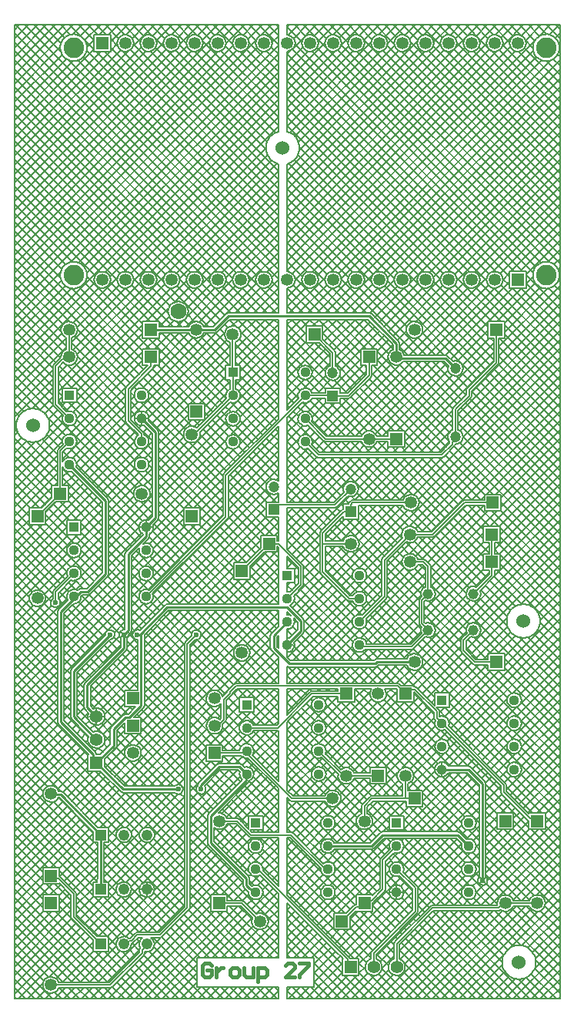
<source format=gtl>
G04*
G04 #@! TF.GenerationSoftware,Altium Limited,Altium Designer,23.1.1 (15)*
G04*
G04 Layer_Physical_Order=1*
G04 Layer_Color=255*
%FSLAX25Y25*%
%MOIN*%
G70*
G04*
G04 #@! TF.SameCoordinates,4CC54058-0C85-46A6-9067-FF0A4DDA324E*
G04*
G04*
G04 #@! TF.FilePolarity,Positive*
G04*
G01*
G75*
%ADD12C,0.01000*%
%ADD13C,0.00500*%
%ADD21R,0.04724X0.04724*%
%ADD22C,0.04724*%
%ADD32C,0.00800*%
%ADD33C,0.01500*%
%ADD34C,0.07000*%
%ADD35C,0.06000*%
%ADD36C,0.05315*%
%ADD37R,0.05315X0.05315*%
%ADD38R,0.05315X0.05315*%
%ADD39R,0.04449X0.04449*%
%ADD40C,0.04449*%
%ADD41C,0.05512*%
%ADD42R,0.05512X0.05512*%
%ADD43R,0.05512X0.05512*%
%ADD44R,0.04795X0.04795*%
%ADD45C,0.04795*%
%ADD46C,0.04528*%
%ADD47C,0.08858*%
%ADD48C,0.02362*%
D12*
X129921Y259213D02*
Y296220D01*
X125866Y255157D02*
X129921Y259213D01*
X123898Y302244D02*
X129921Y296220D01*
X125866Y251220D02*
Y255157D01*
X88886Y218504D02*
X97669Y227287D01*
X100673D02*
X108268Y234882D01*
X97669Y227287D02*
X100673D01*
X118110Y243465D02*
X125866Y251220D01*
X108268Y234882D02*
Y266614D01*
X92638Y282244D02*
X108268Y266614D01*
X118110Y210630D02*
Y243465D01*
X116142Y208661D02*
X118110Y210630D01*
X88886Y170957D02*
Y218504D01*
Y170957D02*
X102944Y156898D01*
Y154615D02*
Y156898D01*
Y154615D02*
X104331Y153228D01*
X254055Y150354D02*
X265539D01*
X271654Y102362D02*
Y144239D01*
X265539Y150354D02*
X271654Y144239D01*
X153823Y118697D02*
X169258Y103261D01*
X153823Y130201D02*
X169075Y145453D01*
X153823Y118697D02*
Y130201D01*
X169258Y100257D02*
X170549Y98967D01*
X170651D01*
X172413Y97205D01*
X173346D01*
X169075Y148052D02*
X169409Y148386D01*
X169075Y145453D02*
Y148052D01*
X169258Y100257D02*
Y103261D01*
X260787Y122047D02*
X265630Y117205D01*
X228346Y122047D02*
X260787D01*
X223504Y117205D02*
X228346Y122047D01*
X204606Y117205D02*
X223504D01*
X106071Y98496D02*
Y102594D01*
Y98496D02*
X106142Y98425D01*
X106299Y102823D02*
Y122047D01*
X106071Y102594D02*
X106299Y102823D01*
X127953Y340551D02*
X141732D01*
X127953Y340551D02*
X127953Y340551D01*
X141732Y340551D02*
X147638D01*
X141732Y340551D02*
X141732Y340551D01*
X123736Y178031D02*
Y208619D01*
X122047Y208661D02*
X123694D01*
X123736Y208619D01*
X135069Y220472D02*
X187008D01*
X123258Y208661D02*
X135069Y220472D01*
X181102Y202756D02*
Y208347D01*
X187008Y214252D01*
X187769Y196089D02*
X225142D01*
X181102Y202756D02*
X187769Y196089D01*
X192913Y210157D02*
Y214567D01*
X187008Y204252D02*
X192913Y210157D01*
X187008Y220472D02*
X192913Y214567D01*
X166220Y151575D02*
X169409Y148386D01*
X149606Y141732D02*
Y143701D01*
X157480Y151575D01*
X166220D01*
X104331Y153228D02*
X115827Y141732D01*
X139764D01*
X94488Y192913D02*
X110236Y208661D01*
X94488Y173071D02*
Y192913D01*
X111797Y167739D02*
X117007Y172949D01*
X111797Y160695D02*
Y167739D01*
X104331Y153228D02*
X111797Y160695D01*
X117007Y172949D02*
X118654D01*
X123736Y178031D01*
X116142Y202756D02*
Y208661D01*
X100394Y187008D02*
X116142Y202756D01*
X100394Y177165D02*
Y187008D01*
Y177165D02*
X104331Y173228D01*
X94488Y173071D02*
X104331Y163228D01*
X225142Y196089D02*
X225903Y196850D01*
X242126D01*
X88803Y139543D02*
X106299Y122047D01*
X84866Y139543D02*
X88803D01*
X84646Y139764D02*
X84866Y139543D01*
X234744Y328248D02*
X255413D01*
X259842Y323819D01*
X234252Y328740D02*
X234744Y328248D01*
X147638Y340551D02*
X155512D01*
X161417Y346457D02*
X222441D01*
X155512Y340551D02*
X161417Y346457D01*
X222441D02*
X234252Y334646D01*
Y328740D02*
Y334646D01*
D13*
X271654Y102362D02*
X272842Y101173D01*
X271654Y102362D02*
X272842Y103551D01*
X270465Y101173D02*
X271654Y102362D01*
X270465Y103551D02*
X271654Y102362D01*
X254055Y150354D02*
Y153079D01*
X251331Y150354D02*
X254055D01*
Y147630D02*
Y150354D01*
X234370Y97205D02*
X237094D01*
X234370Y94480D02*
Y97205D01*
Y99929D01*
X231646Y97205D02*
X234370D01*
X187008Y204252D02*
X189732D01*
X187008D02*
Y206976D01*
Y201528D02*
Y204252D01*
X123898Y302244D02*
X126622D01*
X123898D02*
Y304969D01*
Y299520D02*
Y302244D01*
X125866Y255157D02*
X128591D01*
X125866D02*
Y257882D01*
X126142Y98425D02*
X129039D01*
X126142Y95528D02*
Y98425D01*
X123244D02*
X126142D01*
Y101323D01*
X121173Y302244D02*
X123898D01*
X123142Y255157D02*
X125866D01*
X114953Y207473D02*
X116142Y208661D01*
X117330Y207473D01*
X114953Y209850D02*
X116142Y208661D01*
X104331Y173228D02*
X107587D01*
X104331Y169973D02*
Y173228D01*
Y176484D01*
X101075Y173228D02*
X104331D01*
X86614Y227165D02*
X94606Y235157D01*
X125866Y225157D02*
X160315Y259606D01*
Y277638D02*
X194764Y312087D01*
X160315Y259606D02*
Y277638D01*
X86614Y222441D02*
Y227165D01*
X167323Y236221D02*
X176726Y245624D01*
X176726D01*
X179134Y248031D01*
X251744Y172665D02*
X280866Y143544D01*
Y140394D02*
Y143544D01*
Y140394D02*
X292161Y129099D01*
X294129D02*
X295276Y127953D01*
X292161Y129099D02*
X294129D01*
X251744Y172665D02*
Y175421D01*
X242126Y185039D02*
X251744Y175421D01*
X240158Y185039D02*
X242126D01*
X238189Y183071D02*
X240158Y185039D01*
X84646Y104331D02*
X85792Y103185D01*
X87760D02*
X94488Y96457D01*
Y86457D02*
X106142Y74803D01*
X94488Y86457D02*
Y96457D01*
X85792Y103185D02*
X87760D01*
X211417Y147638D02*
X226378D01*
X200669Y158386D02*
X211417Y147638D01*
X281496Y92520D02*
X295276D01*
X188695Y122047D02*
X203538Y107205D01*
X171260Y122047D02*
X188695D01*
X203538Y107205D02*
X204606D01*
X157480Y127953D02*
X165354D01*
X171260Y122047D01*
X157480Y92520D02*
X167323D01*
X175197Y84646D01*
X174134Y107205D02*
X208494Y72844D01*
X173346Y107205D02*
X174134D01*
X213165Y66205D02*
X214409Y64961D01*
X213165Y66205D02*
Y68174D01*
X208494Y72844D02*
X213165Y68174D01*
X208494Y72844D02*
Y72844D01*
X220472Y134565D02*
X223703Y137795D01*
X238719D01*
X242126D01*
X220472Y127953D02*
Y134565D01*
X169409Y157362D02*
X188976Y137795D01*
X206693D01*
X169409Y157362D02*
Y158386D01*
X238189Y138325D02*
X238719Y137795D01*
X238189Y138325D02*
Y147638D01*
X124115Y70808D02*
Y72378D01*
X126142Y74405D01*
Y74803D01*
X110394Y57087D02*
X124115Y70808D01*
X84646Y57087D02*
X110394D01*
X118722Y76221D02*
X119528D01*
X117304Y74803D02*
X118722Y76221D01*
X116142Y74803D02*
X117304D01*
X119528Y76221D02*
X122047Y78740D01*
X143701Y204724D02*
X147638Y208661D01*
X143701Y90551D02*
Y204724D01*
X131890Y78740D02*
X143701Y90551D01*
X122047Y78740D02*
X131890D01*
X89630Y327819D02*
X91598D01*
X86614Y308268D02*
Y324803D01*
X91598Y327819D02*
X92520Y328740D01*
X86614Y324803D02*
X89630Y327819D01*
X86614Y308268D02*
X92638Y302244D01*
X92520Y328740D02*
Y340551D01*
X155512Y157480D02*
X167435D01*
X168341Y158386D02*
X169409D01*
X167435Y157480D02*
X168341Y158386D01*
X234409Y64961D02*
Y74961D01*
X249922Y90473D02*
X278724D01*
X234409Y74961D02*
X249922Y90473D01*
X234370Y107205D02*
X242485Y99090D01*
X224410Y70866D02*
X242485Y88942D01*
Y99090D01*
X224410Y64961D02*
Y70866D01*
X280771Y92520D02*
X281496D01*
X278724Y90473D02*
X280771Y92520D01*
X223587Y93666D02*
X228346Y98425D01*
X221619Y93666D02*
X223587D01*
X220472Y92520D02*
X221619Y93666D01*
X228346Y111181D02*
X234370Y117205D01*
X228346Y98425D02*
Y111181D01*
X216815Y90831D02*
X218783D01*
X210630Y84646D02*
X216815Y90831D01*
X181102Y262795D02*
X183071Y264764D01*
X207677D02*
X214567Y271654D01*
X183071Y264764D02*
X207677D01*
X240158Y240158D02*
X246063D01*
X248031Y226378D02*
Y238189D01*
X240158Y240158D02*
X240158Y240158D01*
X246063D02*
X248031Y238189D01*
X267717Y226378D02*
X275591Y234252D01*
Y251969D01*
X229130Y225114D02*
Y240941D01*
X218268Y214252D02*
X229130Y225114D01*
Y240941D02*
X240158Y251969D01*
X263779Y265748D02*
X276031D01*
X240158Y251969D02*
X250000D01*
X263779Y265748D01*
X222441Y293307D02*
X234252D01*
X203543D02*
X222441D01*
X258449Y290930D02*
Y291755D01*
X259842Y293148D01*
X253937Y286417D02*
X258449Y290930D01*
X200433Y286417D02*
X253937D01*
X194764Y292087D02*
X200433Y286417D01*
X192913Y230315D02*
Y238189D01*
X187008Y224252D02*
X190945Y228189D01*
Y228346D02*
X192913Y230315D01*
X190945Y228189D02*
Y228346D01*
X179134Y248031D02*
X183071D01*
X192913Y238189D01*
X215392Y265748D02*
X240598D01*
X214567Y264923D02*
X215392Y265748D01*
X214567Y261811D02*
Y264923D01*
X263332Y206246D02*
X267717Y210630D01*
X263332Y201764D02*
Y206246D01*
Y201764D02*
X268246Y196850D01*
X277559D01*
X118110Y301181D02*
Y314961D01*
X123898Y292244D02*
Y295394D01*
X118110Y301181D02*
X123898Y295394D01*
X118110Y314961D02*
X127953Y324803D01*
Y328740D01*
X88583Y269685D02*
Y288189D01*
X92638Y292244D01*
X86175Y267278D02*
X88583Y269685D01*
X78740Y259842D02*
X86175Y267278D01*
Y267278D01*
X259842Y306061D02*
X265748Y311966D01*
X259842Y294291D02*
Y306061D01*
X265748Y311966D02*
Y314523D01*
X277559Y326334D02*
Y340551D01*
X265748Y314523D02*
X277559Y326334D01*
X146693Y295276D02*
X163504Y312087D01*
X145669Y295276D02*
X146693D01*
X202295Y248031D02*
Y252651D01*
X211455Y261811D01*
X214567D01*
X202295Y235759D02*
X213803Y224252D01*
X202295Y248031D02*
X214567D01*
X202295Y235759D02*
Y248031D01*
X213803Y224252D02*
X218268D01*
X219016Y203504D02*
X240905D01*
X218268Y204252D02*
X219016Y203504D01*
X240905D02*
X248031Y210630D01*
X245248Y213414D02*
Y223594D01*
Y213414D02*
X248031Y210630D01*
X245248Y223594D02*
X248031Y226378D01*
X120079Y169291D02*
X122283Y171496D01*
X120079Y181102D02*
X122283Y178898D01*
X156775Y169291D02*
X159537Y172053D01*
X155512Y169291D02*
X156775D01*
X234782Y186478D02*
X238189Y183071D01*
X164825Y186478D02*
X234782D01*
X162181Y183835D02*
X164825Y186478D01*
X162181Y183364D02*
Y183835D01*
X159537Y180721D02*
X162181Y183364D01*
X159537Y172053D02*
Y180721D01*
X163504Y312087D02*
Y322087D01*
X163386Y322205D02*
Y338583D01*
Y322205D02*
X163504Y322087D01*
X206693Y321850D02*
Y330709D01*
X198819Y338583D02*
X206693Y330709D01*
X194764Y312087D02*
X206614D01*
X206693Y312008D01*
X213583D01*
X222441Y320866D01*
Y328740D01*
X194764Y302087D02*
X203543Y293307D01*
X118853Y157480D02*
X120079D01*
X116299Y122047D02*
Y123210D01*
X182992Y168386D02*
X197677Y183071D01*
X212598D01*
X169409Y168386D02*
X182992D01*
D21*
X181102Y262795D02*
D03*
X206693Y312008D02*
D03*
X214567Y261811D02*
D03*
D22*
X181102Y272638D02*
D03*
X206693Y321850D02*
D03*
X214567Y271654D02*
D03*
X259842Y294291D02*
D03*
Y323819D02*
D03*
D32*
X305026Y462598D02*
X304942Y463581D01*
X304694Y464535D01*
X304288Y465434D01*
X303736Y466251D01*
X303053Y466962D01*
X302261Y467549D01*
X301380Y467993D01*
X300437Y468281D01*
X299459Y468407D01*
X298474Y468365D01*
X297510Y468157D01*
X296595Y467789D01*
X295756Y467272D01*
X295016Y466621D01*
X294396Y465854D01*
X293915Y464993D01*
X293587Y464063D01*
X293420Y463091D01*
Y462105D01*
X293587Y461134D01*
X293915Y460204D01*
X294396Y459343D01*
X295016Y458576D01*
X295756Y457925D01*
X296595Y457408D01*
X297510Y457040D01*
X298474Y456832D01*
X299459Y456790D01*
X300437Y456916D01*
X301380Y457204D01*
X302261Y457648D01*
X303053Y458235D01*
X303736Y458946D01*
X304288Y459763D01*
X304694Y460662D01*
X304942Y461616D01*
X305026Y462598D01*
X290408Y464567D02*
X290264Y465569D01*
X289843Y466490D01*
X289180Y467255D01*
X288328Y467803D01*
X287357Y468088D01*
X286344D01*
X285373Y467803D01*
X284521Y467255D01*
X283858Y466490D01*
X283437Y465569D01*
X283293Y464567D01*
X283437Y463565D01*
X283858Y462644D01*
X284521Y461878D01*
X285373Y461331D01*
X286344Y461046D01*
X287357D01*
X288328Y461331D01*
X289180Y461878D01*
X289843Y462644D01*
X290264Y463565D01*
X290408Y464567D01*
X305026Y364173D02*
X304942Y365156D01*
X304694Y366110D01*
X304288Y367008D01*
X303736Y367825D01*
X303053Y368537D01*
X302261Y369124D01*
X301380Y369567D01*
X300437Y369856D01*
X299459Y369981D01*
X298474Y369939D01*
X297510Y369732D01*
X296595Y369364D01*
X295756Y368847D01*
X295016Y368196D01*
X294396Y367429D01*
X293915Y366568D01*
X293587Y365638D01*
X293420Y364666D01*
Y363680D01*
X293587Y362708D01*
X293915Y361779D01*
X294396Y360918D01*
X295016Y360151D01*
X295756Y359499D01*
X296595Y358982D01*
X297510Y358615D01*
X298474Y358407D01*
X299459Y358365D01*
X300437Y358490D01*
X301380Y358779D01*
X302261Y359223D01*
X303053Y359809D01*
X303736Y360521D01*
X304288Y361338D01*
X304694Y362237D01*
X304942Y363191D01*
X305026Y364173D01*
X280408Y464567D02*
X280264Y465569D01*
X279843Y466490D01*
X279180Y467255D01*
X278328Y467803D01*
X277357Y468088D01*
X276344D01*
X275373Y467803D01*
X274521Y467255D01*
X273858Y466490D01*
X273437Y465569D01*
X273293Y464567D01*
X273437Y463565D01*
X273858Y462644D01*
X274521Y461878D01*
X275373Y461331D01*
X276344Y461046D01*
X277357D01*
X278328Y461331D01*
X279180Y461878D01*
X279843Y462644D01*
X280264Y463565D01*
X280408Y464567D01*
Y362205D02*
X280264Y363207D01*
X279843Y364128D01*
X279180Y364893D01*
X278328Y365441D01*
X277357Y365726D01*
X276344D01*
X275373Y365441D01*
X274521Y364893D01*
X273858Y364128D01*
X273437Y363207D01*
X273293Y362205D01*
X273437Y361203D01*
X273858Y360281D01*
X274521Y359516D01*
X275373Y358969D01*
X276344Y358683D01*
X277357D01*
X278328Y358969D01*
X279180Y359516D01*
X279843Y360281D01*
X280264Y361203D01*
X280408Y362205D01*
X278370Y325519D02*
X278709Y326334D01*
X278372Y325521D02*
X278709Y326334D01*
X276404Y233439D02*
X276741Y234252D01*
X276402Y233437D02*
X276741Y234252D01*
X296660Y214567D02*
X296592Y215560D01*
X296390Y216534D01*
X296056Y217471D01*
X295599Y218355D01*
X295025Y219167D01*
X294346Y219895D01*
X293574Y220522D01*
X292724Y221039D01*
X291811Y221436D01*
X290853Y221704D01*
X289867Y221840D01*
X288873D01*
X287887Y221704D01*
X286929Y221436D01*
X286016Y221039D01*
X285166Y220522D01*
X284394Y219895D01*
X283715Y219167D01*
X283142Y218355D01*
X282684Y217471D01*
X282351Y216534D01*
X282148Y215560D01*
X282080Y214567D01*
X282148Y213574D01*
X282351Y212600D01*
X282684Y211663D01*
X283142Y210779D01*
X283715Y209966D01*
X284394Y209239D01*
X285166Y208611D01*
X286016Y208095D01*
X286929Y207698D01*
X287887Y207430D01*
X288873Y207294D01*
X289867Y207294D01*
X290853Y207430D01*
X291811Y207698D01*
X292724Y208095D01*
X293574Y208611D01*
X294346Y209239D01*
X295025Y209966D01*
X295599Y210779D01*
X296056Y211663D01*
X296390Y212600D01*
X296592Y213574D01*
X296660Y214567D01*
X270408Y362205D02*
X270264Y363207D01*
X269843Y364128D01*
X269180Y364893D01*
X268328Y365441D01*
X267357Y365726D01*
X266344D01*
X265373Y365441D01*
X264521Y364893D01*
X263858Y364128D01*
X263437Y363207D01*
X263293Y362205D01*
X263437Y361203D01*
X263858Y360281D01*
X264521Y359516D01*
X265373Y358969D01*
X266344Y358683D01*
X267357D01*
X268328Y358969D01*
X269180Y359516D01*
X269843Y360281D01*
X270264Y361203D01*
X270408Y362205D01*
Y464567D02*
X270264Y465569D01*
X269843Y466490D01*
X269180Y467255D01*
X268328Y467803D01*
X267357Y468088D01*
X266344D01*
X265373Y467803D01*
X264521Y467255D01*
X263858Y466490D01*
X263437Y465569D01*
X263293Y464567D01*
X263437Y463565D01*
X263858Y462644D01*
X264521Y461878D01*
X265373Y461331D01*
X266344Y461046D01*
X267357D01*
X268328Y461331D01*
X269180Y461878D01*
X269843Y462644D01*
X270264Y463565D01*
X270408Y464567D01*
X264937Y315338D02*
X264598Y314523D01*
X264935Y315336D02*
X264598Y314523D01*
X256769Y324913D02*
X256581Y323901D01*
X256718Y322881D01*
X257165Y321955D01*
X257879Y321214D01*
X258788Y320732D01*
X259802Y320557D01*
X260819Y320706D01*
X261740Y321165D01*
X262472Y321888D01*
X262943Y322803D01*
X263105Y323819D01*
X260408Y362205D02*
X260264Y363207D01*
X259843Y364128D01*
X259180Y364893D01*
X258328Y365441D01*
X257357Y365726D01*
X256344D01*
X255373Y365441D01*
X254521Y364893D01*
X253858Y364128D01*
X253437Y363207D01*
X253293Y362205D01*
X253437Y361203D01*
X253858Y360281D01*
X254521Y359516D01*
X255373Y358969D01*
X256344Y358683D01*
X257357D01*
X258328Y358969D01*
X259180Y359516D01*
X259843Y360281D01*
X260264Y361203D01*
X260408Y362205D01*
Y464567D02*
X260264Y465569D01*
X259843Y466490D01*
X259180Y467255D01*
X258328Y467803D01*
X257357Y468088D01*
X256344D01*
X255373Y467803D01*
X254521Y467255D01*
X253858Y466490D01*
X253437Y465569D01*
X253293Y464567D01*
X253437Y463565D01*
X253858Y462644D01*
X254521Y461878D01*
X255373Y461331D01*
X256344Y461046D01*
X257357D01*
X258328Y461331D01*
X259180Y461878D01*
X259843Y462644D01*
X260264Y463565D01*
X260408Y464567D01*
X256403Y329238D02*
X255413Y329648D01*
X256403Y329238D02*
X255413Y329648D01*
X263105Y323819D02*
X262940Y324841D01*
X262464Y325761D01*
X261723Y326484D01*
X260793Y326940D01*
X259767Y327080D01*
X258749Y326892D01*
X266559Y311151D02*
X266898Y311966D01*
X266561Y311153D02*
X266898Y311966D01*
X263105Y294291D02*
X262957Y295264D01*
X262525Y296147D01*
X261850Y296863D01*
X260993Y297344D01*
X259599Y291038D02*
X260664Y291134D01*
X261640Y291569D01*
X262423Y292296D01*
X262930Y293237D01*
X263105Y294291D01*
X259260Y290114D02*
X259599Y290930D01*
X263779Y266898D02*
X262964Y266559D01*
X263779Y266898D02*
X262966Y266561D01*
X259032Y306876D02*
X258693Y306061D01*
X259029Y306874D02*
X258693Y306061D01*
Y297344D02*
X257789Y296827D01*
X257096Y296051D01*
X256681Y295096D01*
X256589Y294059D01*
X256827Y293046D01*
X257373Y292160D01*
Y292160D02*
X257299Y291755D01*
X257373Y292160D02*
X257299Y291755D01*
X259262Y290117D02*
X259599Y290930D01*
X253937Y285267D02*
X254752Y285606D01*
X253937Y285267D02*
X254750Y285604D01*
X250408Y362205D02*
X250264Y363207D01*
X249843Y364128D01*
X249180Y364893D01*
X248328Y365441D01*
X247357Y365726D01*
X246344D01*
X245373Y365441D01*
X244521Y364893D01*
X243858Y364128D01*
X243437Y363207D01*
X243293Y362205D01*
X243437Y361203D01*
X243858Y360281D01*
X244521Y359516D01*
X245373Y358969D01*
X246344Y358683D01*
X247357D01*
X248328Y358969D01*
X249180Y359516D01*
X249843Y360281D01*
X250264Y361203D01*
X250408Y362205D01*
Y464567D02*
X250264Y465569D01*
X249843Y466490D01*
X249180Y467255D01*
X248328Y467803D01*
X247357Y468088D01*
X246344D01*
X245373Y467803D01*
X244521Y467255D01*
X243858Y466490D01*
X243437Y465569D01*
X243293Y464567D01*
X243437Y463565D01*
X243858Y462644D01*
X244521Y461878D01*
X245373Y461331D01*
X246344Y461046D01*
X247357D01*
X248328Y461331D01*
X249180Y461878D01*
X249843Y462644D01*
X250264Y463565D01*
X250408Y464567D01*
X245684Y340551D02*
X245539Y341553D01*
X245119Y342475D01*
X244456Y343240D01*
X243604Y343787D01*
X242632Y344072D01*
X241620D01*
X240648Y343787D01*
X239796Y343240D01*
X239133Y342475D01*
X238713Y341553D01*
X238568Y340551D01*
X238713Y339549D01*
X239133Y338628D01*
X239796Y337863D01*
X240648Y337315D01*
X241620Y337030D01*
X242632D01*
X243604Y337315D01*
X244456Y337863D01*
X245119Y338628D01*
X245539Y339549D01*
X245684Y340551D01*
X240408Y464567D02*
X240264Y465569D01*
X239843Y466490D01*
X239180Y467255D01*
X238328Y467803D01*
X237357Y468088D01*
X236344D01*
X235373Y467803D01*
X234521Y467255D01*
X233858Y466490D01*
X233437Y465569D01*
X233293Y464567D01*
X233437Y463565D01*
X233858Y462644D01*
X234521Y461878D01*
X235373Y461331D01*
X236344Y461046D01*
X237357D01*
X238328Y461331D01*
X239180Y461878D01*
X239843Y462644D01*
X240264Y463565D01*
X240408Y464567D01*
Y362205D02*
X240264Y363207D01*
X239843Y364128D01*
X239180Y364893D01*
X238328Y365441D01*
X237357Y365726D01*
X236344D01*
X235373Y365441D01*
X234521Y364893D01*
X233858Y364128D01*
X233437Y363207D01*
X233293Y362205D01*
X233437Y361203D01*
X233858Y360281D01*
X234521Y359516D01*
X235373Y358969D01*
X236344Y358683D01*
X237357D01*
X238328Y358969D01*
X239180Y359516D01*
X239843Y360281D01*
X240264Y361203D01*
X240408Y362205D01*
X237692Y329648D02*
X237264Y330632D01*
X236563Y331444D01*
X235652Y332011D01*
Y334646D02*
X235242Y335636D01*
X235652Y334646D02*
X235242Y335636D01*
X232852Y332011D02*
X231980Y331478D01*
X231296Y330719D01*
X230855Y329797D01*
X230695Y328788D01*
X230828Y327775D01*
X231244Y326841D01*
X231908Y326064D01*
X232765Y325508D01*
X233745Y325219D01*
X234767Y325220D01*
X235746Y325512D01*
X236602Y326070D01*
X237264Y326848D01*
X244156Y265748D02*
X244016Y266735D01*
X243608Y267645D01*
X242963Y268406D01*
X242132Y268958D01*
X241181Y269257D01*
X240184Y269281D01*
X239220Y269028D01*
X238364Y268516D01*
X237683Y267787D01*
X237232Y266898D01*
X268987Y229275D02*
X268010Y229528D01*
X267003Y229460D01*
X266069Y229079D01*
X265302Y228423D01*
X264781Y227558D01*
X264559Y226574D01*
X264658Y225570D01*
X265068Y224648D01*
X265748Y223902D01*
X266628Y223408D01*
X267618Y223216D01*
X268619Y223346D01*
X269528Y223784D01*
X270253Y224487D01*
X270719Y225382D01*
X270880Y226378D01*
X270614Y227649D01*
X246761Y223481D02*
X247770Y223225D01*
X248808Y223311D01*
X249762Y223729D01*
X250528Y224435D01*
X251024Y225351D01*
X251195Y226378D01*
X250000Y250818D02*
X250815Y251157D01*
X250000Y250818D02*
X250813Y251155D01*
X249182Y238189D02*
X248843Y239004D01*
X246878Y240968D02*
X246063Y241307D01*
X246876Y240971D02*
X246063Y241307D01*
X249182Y238189D02*
X248845Y239002D01*
X251195Y226378D02*
X251054Y227312D01*
X250644Y228163D01*
X250000Y228854D01*
X249182Y229325D01*
X246882D02*
X246007Y228809D01*
X245341Y228042D01*
X244952Y227104D01*
X244881Y226091D01*
X245134Y225107D01*
X266446Y207733D02*
X267455Y207477D01*
X268493Y207563D01*
X269447Y207981D01*
X270213Y208687D01*
X270709Y209603D01*
X270880Y210630D01*
X270717Y211635D01*
X270242Y212535D01*
X269506Y213239D01*
X268585Y213672D01*
X267574Y213790D01*
X266578Y213582D01*
X265699Y213067D01*
X265030Y212300D01*
X264638Y211360D01*
X264566Y210345D01*
X264819Y209359D01*
X267433Y196037D02*
X268246Y195700D01*
X267431Y196039D02*
X268246Y195700D01*
X251195Y210630D02*
X251024Y211657D01*
X250528Y212573D01*
X249762Y213279D01*
X248808Y213697D01*
X247770Y213783D01*
X246761Y213527D01*
X262519Y207059D02*
X262182Y206246D01*
Y201764D02*
X262521Y200949D01*
X262182Y201764D02*
X262519Y200951D01*
X246761Y207733D02*
X247770Y207477D01*
X248808Y207563D01*
X249762Y207981D01*
X250528Y208687D01*
X251024Y209603D01*
X251195Y210630D01*
X245134Y211901D02*
X244898Y211065D01*
Y210195D01*
X245134Y209359D01*
X262521Y207061D02*
X262182Y206246D01*
X237232Y264598D02*
X237683Y263709D01*
X238364Y262980D01*
X239220Y262469D01*
X240184Y262215D01*
X241181Y262239D01*
X242132Y262538D01*
X242963Y263090D01*
X243608Y263851D01*
X244016Y264761D01*
X244156Y265748D01*
X238590Y248775D02*
X239544Y248464D01*
X240547Y248432D01*
X241519Y248682D01*
X242382Y249193D01*
X243069Y249924D01*
X243524Y250818D01*
Y253118D02*
X243091Y253982D01*
X242441Y254697D01*
X241623Y255210D01*
X240696Y255485D01*
X239731Y255500D01*
X238796Y255255D01*
X237962Y254768D01*
X237290Y254074D01*
X236829Y253225D01*
X236614Y252283D01*
X236660Y251318D01*
X236964Y250401D01*
X243524Y241307D02*
X243073Y242197D01*
X242392Y242926D01*
X241536Y243437D01*
X240571Y243691D01*
X239575Y243667D01*
X238623Y243367D01*
X237793Y242815D01*
X237148Y242055D01*
X236740Y241145D01*
X236600Y240158D01*
X236740Y239170D01*
X237148Y238260D01*
X237793Y237500D01*
X238623Y236948D01*
X239575Y236648D01*
X240571Y236624D01*
X241536Y236878D01*
X242392Y237389D01*
X243073Y238118D01*
X243524Y239007D01*
X228319Y241756D02*
X227980Y240941D01*
X228317Y241754D02*
X227980Y240941D01*
X244437Y224409D02*
X244098Y223594D01*
X244434Y224407D02*
X244098Y223594D01*
Y213414D02*
X244437Y212598D01*
X244098Y213414D02*
X244434Y212601D01*
X245684Y196850D02*
X245551Y197812D01*
X245164Y198702D01*
X244550Y199454D01*
X243756Y200012D01*
X242841Y200335D01*
X241872Y200399D01*
X240922Y200198D01*
X240062Y199748D01*
X239356Y199082D01*
X238856Y198250D01*
X229943Y224301D02*
X230280Y225114D01*
X240905Y202354D02*
X241721Y202693D01*
X229941Y224299D02*
X230280Y225114D01*
X240905Y202354D02*
X241719Y202691D01*
X288439Y170354D02*
X288286Y171320D01*
X287843Y172191D01*
X287151Y172882D01*
X286280Y173326D01*
X285315Y173479D01*
X284349Y173326D01*
X283478Y172882D01*
X282787Y172191D01*
X282344Y171320D01*
X282190Y170354D01*
X282344Y169389D01*
X282787Y168518D01*
X283478Y167827D01*
X284349Y167383D01*
X285315Y167230D01*
X286280Y167383D01*
X287151Y167827D01*
X287843Y168518D01*
X288286Y169389D01*
X288439Y170354D01*
Y180354D02*
X288286Y181320D01*
X287843Y182191D01*
X287151Y182882D01*
X286280Y183326D01*
X285315Y183479D01*
X284349Y183326D01*
X283478Y182882D01*
X282787Y182191D01*
X282344Y181320D01*
X282190Y180354D01*
X282344Y179389D01*
X282787Y178518D01*
X283478Y177827D01*
X284349Y177383D01*
X285315Y177230D01*
X286280Y177383D01*
X287151Y177827D01*
X287843Y178518D01*
X288286Y179389D01*
X288439Y180354D01*
Y150354D02*
X288286Y151320D01*
X287843Y152191D01*
X287151Y152882D01*
X286280Y153326D01*
X285315Y153479D01*
X284349Y153326D01*
X283478Y152882D01*
X282787Y152191D01*
X282344Y151320D01*
X282190Y150354D01*
X282344Y149389D01*
X282787Y148518D01*
X283478Y147827D01*
X284349Y147383D01*
X285315Y147230D01*
X286280Y147383D01*
X287151Y147827D01*
X287843Y148518D01*
X288286Y149389D01*
X288439Y150354D01*
Y160354D02*
X288286Y161320D01*
X287843Y162191D01*
X287151Y162882D01*
X286280Y163326D01*
X285315Y163479D01*
X284349Y163326D01*
X283478Y162882D01*
X282787Y162191D01*
X282344Y161320D01*
X282190Y160354D01*
X282344Y159389D01*
X282787Y158518D01*
X283478Y157827D01*
X284349Y157383D01*
X285315Y157230D01*
X286280Y157383D01*
X287151Y157827D01*
X287843Y158518D01*
X288286Y159389D01*
X288439Y160354D01*
X282016Y143544D02*
X281679Y144357D01*
X282016Y143544D02*
X281677Y144359D01*
X279716Y140394D02*
X280053Y139581D01*
X279716Y140394D02*
X280055Y139579D01*
X273054Y144239D02*
X272643Y145229D01*
X273054Y144239D02*
X272643Y145229D01*
X298833Y92520D02*
X298693Y93507D01*
X298285Y94417D01*
X297640Y95178D01*
X296810Y95729D01*
X295859Y96029D01*
X294862Y96053D01*
X293897Y95799D01*
X293041Y95288D01*
X292361Y94559D01*
X291909Y93670D01*
X291348Y128286D02*
X291718Y128038D01*
X291346Y128288D02*
X291718Y128038D01*
X278724Y89323D02*
X279469Y89596D01*
X284862Y93670D02*
X284416Y94552D01*
X283744Y95277D01*
X282898Y95789D01*
X281944Y96049D01*
X280955Y96036D01*
X280008Y95751D01*
X279176Y95217D01*
X278524Y94474D01*
X278100Y93581D01*
X277940Y92605D01*
X278053Y91623D01*
X278724Y89323D02*
X279469Y89596D01*
X291909Y91370D02*
X292361Y90481D01*
X293041Y89751D01*
X293897Y89240D01*
X294862Y88986D01*
X295859Y89010D01*
X296810Y89310D01*
X297640Y89862D01*
X298285Y90623D01*
X298693Y91532D01*
X298833Y92520D01*
X279469Y89596D02*
X280302Y89169D01*
X281218Y88973D01*
X282153Y89023D01*
X283042Y89316D01*
X283825Y89830D01*
X284446Y90531D01*
X284862Y91370D01*
X294691Y66929D02*
X294623Y67922D01*
X294421Y68896D01*
X294088Y69833D01*
X293630Y70717D01*
X293056Y71530D01*
X292377Y72257D01*
X291605Y72885D01*
X290755Y73402D01*
X289843Y73798D01*
X288885Y74066D01*
X287899Y74202D01*
X286904D01*
X285918Y74066D01*
X284960Y73798D01*
X284048Y73402D01*
X283198Y72885D01*
X282426Y72257D01*
X281747Y71530D01*
X281173Y70717D01*
X280715Y69833D01*
X280382Y68896D01*
X280180Y67922D01*
X280112Y66929D01*
X280180Y65936D01*
X280382Y64962D01*
X280715Y64025D01*
X281173Y63142D01*
X281747Y62329D01*
X282426Y61602D01*
X283198Y60974D01*
X284048Y60457D01*
X284960Y60060D01*
X285918Y59792D01*
X286904Y59656D01*
X287899Y59656D01*
X288885Y59792D01*
X289843Y60060D01*
X290755Y60457D01*
X291605Y60974D01*
X292377Y61602D01*
X293056Y62329D01*
X293630Y63142D01*
X294088Y64025D01*
X294421Y64962D01*
X294623Y65936D01*
X294691Y66929D01*
X273735Y102362D02*
X273557Y103204D01*
X273054Y103902D01*
X270253D02*
X269689Y103049D01*
X269599Y102029D01*
X270006Y101090D01*
X270812Y100459D01*
X271821Y100288D01*
X272789Y100618D01*
X273483Y101370D01*
X273735Y102362D01*
X257179Y170354D02*
X257016Y171353D01*
X256541Y172247D01*
X255806Y172942D01*
X254888Y173366D01*
X253882Y173474D01*
X252894Y173255D01*
Y175421D02*
X252555Y176237D01*
X252894Y175421D02*
X252557Y176234D01*
X242941Y185850D02*
X242126Y186189D01*
X242939Y185853D02*
X242126Y186189D01*
X250594Y172665D02*
X250931Y171852D01*
X250594Y172665D02*
X250933Y171850D01*
X266529Y151344D02*
X265539Y151754D01*
X266529Y151344D02*
X265539Y151754D01*
X268754Y127205D02*
X268601Y128170D01*
X268158Y129041D01*
X267466Y129732D01*
X266595Y130176D01*
X265630Y130329D01*
X264664Y130176D01*
X263793Y129732D01*
X263102Y129041D01*
X262658Y128170D01*
X262506Y127205D01*
X262658Y126239D01*
X263102Y125368D01*
X263793Y124677D01*
X264664Y124233D01*
X265630Y124080D01*
X266595Y124233D01*
X267466Y124677D01*
X268158Y125368D01*
X268601Y126239D01*
X268754Y127205D01*
X256923Y169113D02*
X257179Y170354D01*
Y160354D02*
X257027Y161320D01*
X256583Y162191D01*
X255892Y162882D01*
X255021Y163326D01*
X254055Y163479D01*
X253090Y163326D01*
X252219Y162882D01*
X251527Y162191D01*
X251084Y161320D01*
X250931Y160354D01*
X251084Y159389D01*
X251527Y158518D01*
X252219Y157827D01*
X253090Y157383D01*
X254055Y157230D01*
X255021Y157383D01*
X255892Y157827D01*
X256583Y158518D01*
X257027Y159389D01*
X257179Y160354D01*
X251188Y171595D02*
X250938Y170565D01*
X251047Y169510D01*
X251503Y168552D01*
X252253Y167802D01*
X253210Y167346D01*
X254265Y167237D01*
X255296Y167487D01*
X256848Y151754D02*
X256277Y152551D01*
X255488Y153131D01*
X254557Y153438D01*
X253577Y153442D01*
X252644Y153142D01*
X251850Y152568D01*
X251273Y151776D01*
X250969Y150844D01*
Y149864D01*
X251273Y148933D01*
X251850Y148141D01*
X252644Y147567D01*
X253577Y147267D01*
X254557Y147271D01*
X255488Y147578D01*
X256277Y148158D01*
X256848Y148954D01*
X238856Y195450D02*
X239356Y194618D01*
X240062Y193953D01*
X240922Y193503D01*
X241872Y193302D01*
X242841Y193365D01*
X243756Y193688D01*
X244550Y194247D01*
X245164Y194999D01*
X245551Y195889D01*
X245684Y196850D01*
X239339Y144271D02*
X240312Y144783D01*
X241083Y145568D01*
X241577Y146551D01*
X241746Y147638D01*
X241614Y148600D01*
X241226Y149491D01*
X240611Y150243D01*
X239816Y150801D01*
X238899Y151124D01*
X237930Y151186D01*
X236980Y150983D01*
X236120Y150531D01*
X235414Y149864D01*
X234915Y149030D01*
X234661Y148092D01*
X234669Y147121D01*
X234940Y146188D01*
X235454Y145363D01*
X236171Y144708D01*
X237039Y144271D01*
X235597Y187289D02*
X234782Y187628D01*
X235595Y187292D02*
X234782Y187628D01*
X229935Y183071D02*
X229727Y184270D01*
X229127Y185328D01*
X261777Y123037D02*
X260787Y123447D01*
X261777Y123037D02*
X260787Y123447D01*
X262665Y118190D02*
X262506Y117224D01*
X262653Y116255D01*
X263093Y115380D01*
X263783Y114685D01*
X264654Y114237D01*
X265620Y114080D01*
X266588Y114231D01*
X267462Y114674D01*
X268155Y115365D01*
X268601Y116237D01*
X268754Y117205D01*
X268600Y118174D01*
X268154Y119047D01*
X267458Y119738D01*
X266582Y120180D01*
X265613Y120329D01*
X264645Y120170D01*
X268754Y107205D02*
X268601Y108170D01*
X268158Y109041D01*
X267466Y109732D01*
X266595Y110176D01*
X265630Y110329D01*
X264664Y110176D01*
X263793Y109732D01*
X263102Y109041D01*
X262658Y108170D01*
X262506Y107205D01*
X262658Y106239D01*
X263102Y105368D01*
X263793Y104677D01*
X264664Y104233D01*
X265630Y104080D01*
X266595Y104233D01*
X267466Y104677D01*
X268158Y105368D01*
X268601Y106239D01*
X268754Y107205D01*
X243635Y99090D02*
X243296Y99905D01*
X243635Y99090D02*
X243298Y99903D01*
X237237Y105964D02*
X237494Y107205D01*
X268754Y97205D02*
X268601Y98170D01*
X268158Y99041D01*
X267466Y99732D01*
X266595Y100176D01*
X265630Y100329D01*
X264664Y100176D01*
X263793Y99732D01*
X263102Y99041D01*
X262658Y98170D01*
X262506Y97205D01*
X262658Y96239D01*
X263102Y95368D01*
X263793Y94677D01*
X264664Y94233D01*
X265630Y94080D01*
X266595Y94233D01*
X267466Y94677D01*
X268158Y95368D01*
X268601Y96239D01*
X268754Y97205D01*
X249922Y91623D02*
X249106Y91284D01*
X249922Y91623D02*
X249108Y91286D01*
X243296Y88126D02*
X243635Y88942D01*
X243298Y88129D02*
X243635Y88942D01*
X233129Y114337D02*
X234125Y114090D01*
X235147Y114178D01*
X236085Y114593D01*
X236839Y115290D01*
X237326Y116193D01*
X237494Y117205D01*
X237333Y118196D01*
X236866Y119084D01*
X236141Y119779D01*
X235233Y120208D01*
X234236Y120326D01*
X233253Y120123D01*
X232385Y119618D01*
X231722Y118864D01*
X231333Y117938D01*
X231257Y116937D01*
X231503Y115964D01*
X237494Y107205D02*
X237336Y108188D01*
X236876Y109071D01*
X236162Y109765D01*
X235265Y110198D01*
X234278Y110328D01*
X233300Y110140D01*
X232431Y109654D01*
X231759Y108920D01*
X231352Y108011D01*
X231251Y107021D01*
X231467Y106049D01*
X231979Y105194D01*
X232733Y104544D01*
X233653Y104164D01*
X234646Y104093D01*
X235611Y104337D01*
X228346Y123447D02*
X227357Y123037D01*
X228346Y123447D02*
X227357Y123037D01*
X227535Y111996D02*
X227197Y111181D01*
X227533Y111994D02*
X227197Y111181D01*
X229160Y97612D02*
X229497Y98425D01*
X237494Y97205D02*
X237342Y98170D01*
X236898Y99041D01*
X236207Y99732D01*
X235336Y100176D01*
X234370Y100329D01*
X233405Y100176D01*
X232534Y99732D01*
X231842Y99041D01*
X231399Y98170D01*
X231246Y97205D01*
X231399Y96239D01*
X231842Y95368D01*
X232534Y94677D01*
X233405Y94233D01*
X234370Y94080D01*
X235336Y94233D01*
X236207Y94677D01*
X236898Y95368D01*
X237342Y96239D01*
X237494Y97205D01*
X238065Y64961D02*
X237952Y65866D01*
X237617Y66714D01*
X237083Y67454D01*
X236383Y68038D01*
X235560Y68431D01*
X233260D02*
X232362Y67989D01*
X231617Y67321D01*
X231082Y66475D01*
X230796Y65517D01*
X230781Y64516D01*
X231037Y63549D01*
X231546Y62688D01*
X232269Y61997D01*
X233153Y61528D01*
X234131Y61315D01*
X235129Y61376D01*
X236074Y61706D01*
X236894Y62279D01*
X237528Y63053D01*
X237929Y63970D01*
X238065Y64961D01*
X233598Y75776D02*
X233260Y74961D01*
X229157Y97610D02*
X229497Y98425D01*
X233596Y75774D02*
X233260Y74961D01*
X230408Y464567D02*
X230264Y465569D01*
X229843Y466490D01*
X229180Y467255D01*
X228328Y467803D01*
X227357Y468088D01*
X226344D01*
X225373Y467803D01*
X224521Y467255D01*
X223858Y466490D01*
X223437Y465569D01*
X223293Y464567D01*
X223437Y463565D01*
X223858Y462644D01*
X224521Y461878D01*
X225373Y461331D01*
X226344Y461046D01*
X227357D01*
X228328Y461331D01*
X229180Y461878D01*
X229843Y462644D01*
X230264Y463565D01*
X230408Y464567D01*
Y362205D02*
X230264Y363207D01*
X229843Y364128D01*
X229180Y364893D01*
X228328Y365441D01*
X227357Y365726D01*
X226344D01*
X225373Y365441D01*
X224521Y364893D01*
X223858Y364128D01*
X223437Y363207D01*
X223293Y362205D01*
X223437Y361203D01*
X223858Y360281D01*
X224521Y359516D01*
X225373Y358969D01*
X226344Y358683D01*
X227357D01*
X228328Y358969D01*
X229180Y359516D01*
X229843Y360281D01*
X230264Y361203D01*
X230408Y362205D01*
X220408D02*
X220264Y363207D01*
X219843Y364128D01*
X219180Y364893D01*
X218328Y365441D01*
X217357Y365726D01*
X216344D01*
X215373Y365441D01*
X214521Y364893D01*
X213858Y364128D01*
X213437Y363207D01*
X213293Y362205D01*
X213437Y361203D01*
X213858Y360281D01*
X214521Y359516D01*
X215373Y358969D01*
X216344Y358683D01*
X217357D01*
X218328Y358969D01*
X219180Y359516D01*
X219843Y360281D01*
X220264Y361203D01*
X220408Y362205D01*
Y464567D02*
X220264Y465569D01*
X219843Y466490D01*
X219180Y467255D01*
X218328Y467803D01*
X217357Y468088D01*
X216344D01*
X215373Y467803D01*
X214521Y467255D01*
X213858Y466490D01*
X213437Y465569D01*
X213293Y464567D01*
X213437Y463565D01*
X213858Y462644D01*
X214521Y461878D01*
X215373Y461331D01*
X216344Y461046D01*
X217357D01*
X218328Y461331D01*
X219180Y461878D01*
X219843Y462644D01*
X220264Y463565D01*
X220408Y464567D01*
X223431Y347447D02*
X222441Y347857D01*
X223431Y347447D02*
X222441Y347857D01*
X223254Y320053D02*
X223591Y320866D01*
X223252Y320051D02*
X223591Y320866D01*
X219075Y292157D02*
X219515Y291283D01*
X220177Y290563D01*
X221010Y290050D01*
X221952Y289783D01*
X222930D01*
X223872Y290050D01*
X224705Y290563D01*
X225367Y291283D01*
X225807Y292157D01*
Y294457D02*
X225367Y295331D01*
X224705Y296051D01*
X223872Y296564D01*
X222930Y296831D01*
X221952D01*
X221010Y296564D01*
X220177Y296051D01*
X219515Y295331D01*
X219075Y294457D01*
X215392Y266898D02*
X214579Y266561D01*
X215392Y266898D02*
X214576Y266559D01*
X221392Y234252D02*
X221239Y235217D01*
X220795Y236088D01*
X220104Y236780D01*
X219233Y237224D01*
X218268Y237376D01*
X217302Y237224D01*
X216431Y236780D01*
X215740Y236088D01*
X215296Y235217D01*
X215143Y234252D01*
X215296Y233286D01*
X215740Y232416D01*
X216431Y231724D01*
X217302Y231280D01*
X218268Y231128D01*
X219233Y231280D01*
X220104Y231724D01*
X220795Y232416D01*
X221239Y233286D01*
X221392Y234252D01*
X213222Y268682D02*
X214112Y268423D01*
X215039Y268426D01*
X215928Y268689D01*
X216707Y269191D01*
X217313Y269892D01*
X217697Y270736D01*
X217829Y271654D01*
X213583Y310858D02*
X214398Y311197D01*
X213583Y310858D02*
X214396Y311195D01*
X217829Y271654D02*
X217686Y272609D01*
X217269Y273481D01*
X216616Y274192D01*
X215783Y274681D01*
X214843Y274904D01*
X213879Y274842D01*
X212975Y274501D01*
X212211Y273910D01*
X211653Y273121D01*
X211351Y272203D01*
X211331Y271237D01*
X211595Y270308D01*
X211200Y246882D02*
X211652Y245992D01*
X212332Y245263D01*
X213189Y244752D01*
X214153Y244498D01*
X215150Y244522D01*
X216101Y244822D01*
X216932Y245374D01*
X217576Y246134D01*
X217985Y247044D01*
X218124Y248031D01*
X217985Y249019D01*
X217576Y249929D01*
X216932Y250689D01*
X216101Y251241D01*
X215150Y251541D01*
X214153Y251565D01*
X213189Y251311D01*
X212332Y250800D01*
X211652Y250071D01*
X211200Y249182D01*
X213756Y265739D02*
X213427Y265073D01*
X213754Y265736D02*
X213427Y265073D01*
X210408Y362205D02*
X210264Y363207D01*
X209843Y364128D01*
X209180Y364893D01*
X208328Y365441D01*
X207357Y365726D01*
X206344D01*
X205373Y365441D01*
X204521Y364893D01*
X203858Y364128D01*
X203437Y363207D01*
X203293Y362205D01*
X203437Y361203D01*
X203858Y360281D01*
X204521Y359516D01*
X205373Y358969D01*
X206344Y358683D01*
X207357D01*
X208328Y358969D01*
X209180Y359516D01*
X209843Y360281D01*
X210264Y361203D01*
X210408Y362205D01*
Y464567D02*
X210264Y465569D01*
X209843Y466490D01*
X209180Y467255D01*
X208328Y467803D01*
X207357Y468088D01*
X206344D01*
X205373Y467803D01*
X204521Y467255D01*
X203858Y466490D01*
X203437Y465569D01*
X203293Y464567D01*
X203437Y463565D01*
X203858Y462644D01*
X204521Y461878D01*
X205373Y461331D01*
X206344Y461046D01*
X207357D01*
X208328Y461331D01*
X209180Y461878D01*
X209843Y462644D01*
X210264Y463565D01*
X210408Y464567D01*
X207843Y330709D02*
X207506Y331522D01*
X207843Y330709D02*
X207504Y331524D01*
X200408Y362205D02*
X200264Y363207D01*
X199843Y364128D01*
X199180Y364893D01*
X198328Y365441D01*
X197357Y365726D01*
X196344D01*
X195373Y365441D01*
X194521Y364893D01*
X193858Y364128D01*
X193437Y363207D01*
X193293Y362205D01*
X193437Y361203D01*
X193858Y360281D01*
X194521Y359516D01*
X195373Y358969D01*
X196344Y358683D01*
X197357D01*
X198328Y358969D01*
X199180Y359516D01*
X199843Y360281D01*
X200264Y361203D01*
X200408Y362205D01*
Y464567D02*
X200264Y465569D01*
X199843Y466490D01*
X199180Y467255D01*
X198328Y467803D01*
X197357Y468088D01*
X196344D01*
X195373Y467803D01*
X194521Y467255D01*
X193858Y466490D01*
X193437Y465569D01*
X193293Y464567D01*
X193437Y463565D01*
X193858Y462644D01*
X194521Y461878D01*
X195373Y461331D01*
X196344Y461046D01*
X197357D01*
X198328Y461331D01*
X199180Y461878D01*
X199843Y462644D01*
X200264Y463565D01*
X200408Y464567D01*
X205543Y324903D02*
X204664Y324405D01*
X203980Y323662D01*
X203556Y322745D01*
X203432Y321743D01*
X203622Y320751D01*
X204105Y319864D01*
X204837Y319168D01*
X205746Y318728D01*
X206747Y318589D01*
X207742Y318761D01*
X208636Y319230D01*
X209345Y319950D01*
X209799Y320852D01*
X209955Y321850D01*
X209807Y322823D01*
X209376Y323707D01*
X208700Y324422D01*
X207843Y324903D01*
X197888Y322087D02*
X197735Y323052D01*
X197292Y323923D01*
X196600Y324614D01*
X195729Y325058D01*
X194764Y325211D01*
X193798Y325058D01*
X192927Y324614D01*
X192236Y323923D01*
X191792Y323052D01*
X191639Y322087D01*
X191792Y321121D01*
X192236Y320250D01*
X192927Y319559D01*
X193798Y319115D01*
X194764Y318962D01*
X195729Y319115D01*
X196600Y319559D01*
X197292Y320250D01*
X197735Y321121D01*
X197888Y322087D01*
X193523Y309219D02*
X194489Y308974D01*
X195484Y309046D01*
X196405Y309428D01*
X197159Y310080D01*
X197669Y310937D01*
Y313237D02*
X197165Y314086D01*
X196421Y314735D01*
X195512Y315120D01*
X194528Y315202D01*
X193568Y314973D01*
X192727Y314456D01*
X192089Y313702D01*
X191719Y312787D01*
X191652Y311802D01*
X191896Y310846D01*
X197888Y302087D02*
X197730Y303070D01*
X197270Y303953D01*
X196555Y304646D01*
X195659Y305080D01*
X194672Y305210D01*
X193694Y305022D01*
X192825Y304536D01*
X192152Y303802D01*
X191745Y302893D01*
X191645Y301903D01*
X191861Y300931D01*
X192372Y300076D01*
X193126Y299426D01*
X194046Y299046D01*
X195040Y298974D01*
X196005Y299219D01*
X192329Y419291D02*
X192253Y420338D01*
X192028Y421364D01*
X191658Y422346D01*
X191150Y423266D01*
X190516Y424102D01*
X189768Y424839D01*
X188922Y425461D01*
X187996Y425955D01*
X187008Y426310D01*
Y412272D02*
X187996Y412628D01*
X188922Y413122D01*
X189768Y413744D01*
X190516Y414480D01*
X191150Y415317D01*
X191658Y416236D01*
X192028Y417219D01*
X192253Y418244D01*
X192329Y419291D01*
X187008Y461013D02*
X188069Y461225D01*
X189017Y461745D01*
X189765Y462527D01*
X190243Y463498D01*
X190408Y464567D01*
X190243Y465636D01*
X189765Y466607D01*
X189017Y467388D01*
X188069Y467909D01*
X187008Y468121D01*
Y358651D02*
X188069Y358862D01*
X189017Y359383D01*
X189765Y360165D01*
X190243Y361135D01*
X190408Y362205D01*
X190243Y363274D01*
X189765Y364245D01*
X189017Y365026D01*
X188069Y365547D01*
X187008Y365759D01*
X211305Y262951D02*
X210642Y262624D01*
X211305Y262951D02*
X210639Y262622D01*
X207677Y263614D02*
X208492Y263953D01*
X207677Y263614D02*
X208490Y263951D01*
X202728Y292496D02*
X203543Y292157D01*
X197631Y300846D02*
X197888Y302087D01*
Y292087D02*
X197730Y293070D01*
X197270Y293953D01*
X196555Y294646D01*
X195659Y295080D01*
X194672Y295210D01*
X193694Y295022D01*
X192825Y294536D01*
X192152Y293802D01*
X191745Y292893D01*
X191645Y291903D01*
X191861Y290931D01*
X192372Y290076D01*
X193126Y289426D01*
X194046Y289046D01*
X195040Y288974D01*
X196005Y289219D01*
X202730Y292494D02*
X203543Y292157D01*
X199620Y285604D02*
X200433Y285267D01*
X199618Y285606D02*
X200433Y285267D01*
X197631Y290846D02*
X197888Y292087D01*
X201484Y253467D02*
X201145Y252651D01*
Y235759D02*
X201484Y234944D01*
X201145Y235759D02*
X201482Y234946D01*
Y253465D02*
X201145Y252651D01*
X194063Y238189D02*
X193724Y239004D01*
X194063Y238189D02*
X193727Y239002D01*
Y229502D02*
X194063Y230315D01*
X193724Y229500D02*
X194063Y230315D01*
X191758Y227376D02*
X192028Y227804D01*
X191756Y227374D02*
X192028Y227804D01*
X190134Y229162D02*
X189861Y228732D01*
X190132Y229160D02*
X189861Y228732D01*
X188249Y227119D02*
X187008Y227376D01*
X221392Y214252D02*
X221135Y215493D01*
X225903Y198250D02*
X224913Y197840D01*
X225903Y198250D02*
X224913Y197840D01*
X223628Y185328D02*
X223121Y184502D01*
X222855Y183569D01*
X222852Y182599D01*
X223110Y181664D01*
X223612Y180834D01*
X224319Y180170D01*
X225179Y179721D01*
X226128Y179522D01*
X227096Y179587D01*
X228011Y179910D01*
X228804Y180469D01*
X229416Y181220D01*
X229803Y182110D01*
X229935Y183071D01*
X225142Y194689D02*
X226132Y195099D01*
X225142Y194689D02*
X226132Y195099D01*
X223703Y138945D02*
X222889Y138608D01*
X221392Y224252D02*
X221246Y225197D01*
X220821Y226053D01*
X220157Y226741D01*
X219316Y227195D01*
X218377Y227375D01*
X217427Y227261D01*
X216557Y226866D01*
X215846Y226227D01*
X215363Y225402D01*
X219509Y217119D02*
X218544Y217364D01*
X217550Y217293D01*
X216630Y216913D01*
X215876Y216263D01*
X215365Y215408D01*
X215149Y214436D01*
X215249Y213445D01*
X215656Y212537D01*
X216329Y211802D01*
X217198Y211316D01*
X218176Y211129D01*
X219163Y211259D01*
X220059Y211692D01*
X220774Y212386D01*
X221234Y213269D01*
X221392Y214252D01*
X215363Y223102D02*
X215846Y222277D01*
X216557Y221638D01*
X217427Y221243D01*
X218377Y221129D01*
X219316Y221309D01*
X220157Y221763D01*
X220821Y222451D01*
X221246Y223307D01*
X221392Y224252D01*
X221366Y204654D02*
X221077Y205618D01*
X220497Y206441D01*
X219685Y207036D01*
X218726Y207343D01*
X217720Y207328D01*
X216770Y206994D01*
X215976Y206376D01*
X215420Y205537D01*
X215159Y204564D01*
X215221Y203560D01*
X215599Y202627D01*
X216255Y201863D01*
X217119Y201346D01*
X218103Y201132D01*
X219103Y201241D01*
X220017Y201663D01*
X220749Y202354D01*
X212989Y223439D02*
X213803Y223102D01*
X212987Y223441D02*
X213803Y223102D01*
X209107Y148321D02*
X209052Y147354D01*
X209260Y146407D01*
X209716Y145552D01*
X210386Y144852D01*
X211220Y144358D01*
X212156Y144108D01*
X213125Y144120D01*
X214055Y144392D01*
X214877Y144906D01*
X215530Y145622D01*
X215965Y146488D01*
Y148788D02*
X215522Y149664D01*
X214857Y150387D01*
X214019Y150899D01*
X213074Y151163D01*
X212092Y151159D01*
X211148Y150886D01*
X210315Y150366D01*
X223703Y138945D02*
X222887Y138606D01*
X219661Y135380D02*
X219322Y134565D01*
X219659Y135378D02*
X219322Y134565D01*
X223504Y115805D02*
X224494Y116215D01*
X223504Y115805D02*
X224494Y116215D01*
X219322Y131319D02*
X218455Y130883D01*
X217737Y130227D01*
X217224Y129403D01*
X216953Y128470D01*
X216944Y127498D01*
X217199Y126561D01*
X217697Y125727D01*
X218403Y125059D01*
X219263Y124607D01*
X220213Y124405D01*
X221183Y124467D01*
X222099Y124789D01*
X222895Y125347D01*
X223509Y126100D01*
X223897Y126990D01*
X224030Y127953D01*
X223860Y129039D01*
X223366Y130022D01*
X222596Y130807D01*
X221622Y131319D01*
X224030Y92605D02*
X224402Y92855D01*
X224030Y92605D02*
X224400Y92853D01*
X223596Y71679D02*
X223259Y70866D01*
X223598Y71681D02*
X223259Y70866D01*
Y68431D02*
X222362Y67989D01*
X221617Y67321D01*
X221082Y66475D01*
X220796Y65517D01*
X220781Y64516D01*
X221037Y63549D01*
X221546Y62688D01*
X222269Y61997D01*
X223153Y61528D01*
X224131Y61315D01*
X225129Y61376D01*
X226074Y61706D01*
X226894Y62279D01*
X227528Y63053D01*
X227928Y63970D01*
X228065Y64961D01*
X227952Y65866D01*
X227617Y66714D01*
X227083Y67454D01*
X226383Y68038D01*
X225559Y68431D01*
X216815Y91981D02*
X216000Y91642D01*
X216815Y91981D02*
X216002Y91644D01*
X214226Y68616D02*
X213978Y68987D01*
X214226Y68616D02*
X213976Y68989D01*
X194313Y214567D02*
X193903Y215557D01*
X194313Y214567D02*
X193903Y215557D01*
X190132Y224252D02*
X189875Y225493D01*
X190132Y214252D02*
X190035Y215026D01*
X189749Y215752D01*
X193903Y209168D02*
X194313Y210157D01*
X193903Y209168D02*
X194313Y210157D01*
X190132Y204252D02*
X189973Y205237D01*
X203794Y158386D02*
X203635Y159369D01*
X203175Y160252D01*
X202461Y160946D01*
X201565Y161379D01*
X200577Y161509D01*
X199599Y161321D01*
X198730Y160836D01*
X198058Y160101D01*
X197651Y159192D01*
X197550Y158202D01*
X197767Y157230D01*
X198278Y156375D01*
X199032Y155725D01*
X199952Y155345D01*
X200945Y155274D01*
X201910Y155518D01*
X197677Y184221D02*
X196864Y183884D01*
X197677Y184221D02*
X196862Y183882D01*
X203794Y178386D02*
X203641Y179351D01*
X203197Y180222D01*
X202506Y180913D01*
X201635Y181357D01*
X200669Y181510D01*
X199704Y181357D01*
X198833Y180913D01*
X198142Y180222D01*
X197698Y179351D01*
X197545Y178386D01*
X197698Y177420D01*
X198142Y176549D01*
X198833Y175858D01*
X199704Y175414D01*
X200669Y175261D01*
X201635Y175414D01*
X202506Y175858D01*
X203197Y176549D01*
X203641Y177420D01*
X203794Y178386D01*
X203537Y157145D02*
X203794Y158386D01*
Y168386D02*
X203641Y169351D01*
X203197Y170222D01*
X202506Y170914D01*
X201635Y171357D01*
X200669Y171510D01*
X199704Y171357D01*
X198833Y170914D01*
X198142Y170222D01*
X197698Y169351D01*
X197545Y168386D01*
X197698Y167420D01*
X198142Y166549D01*
X198833Y165858D01*
X199704Y165414D01*
X200669Y165261D01*
X201635Y165414D01*
X202506Y165858D01*
X203197Y166549D01*
X203641Y167420D01*
X203794Y168386D01*
X188126Y221334D02*
X188941Y221797D01*
X189582Y222481D01*
X189992Y223325D01*
X190132Y224252D01*
X188507Y216993D02*
X187782Y217279D01*
X187008Y217376D01*
Y211128D02*
X187973Y211280D01*
X188844Y211724D01*
X189536Y212416D01*
X189979Y213286D01*
X190132Y214252D01*
X187008Y201128D02*
X187973Y201280D01*
X188844Y201724D01*
X189536Y202415D01*
X189979Y203287D01*
X190132Y204252D01*
X187993Y207217D02*
X187008Y207376D01*
Y194914D02*
X187769Y194689D01*
X187008Y194914D02*
X187769Y194689D01*
X203326Y136645D02*
X203778Y135756D01*
X204458Y135027D01*
X205314Y134516D01*
X206279Y134262D01*
X207276Y134286D01*
X208227Y134585D01*
X209057Y135137D01*
X209702Y135898D01*
X210111Y136808D01*
X210250Y137795D01*
X210111Y138783D01*
X209702Y139692D01*
X209057Y140453D01*
X208227Y141005D01*
X207276Y141305D01*
X206279Y141329D01*
X205314Y141075D01*
X204458Y140563D01*
X203778Y139834D01*
X203326Y138945D01*
X207731Y107205D02*
X207574Y108183D01*
X207118Y109063D01*
X206410Y109756D01*
X205520Y110193D01*
X204538Y110328D01*
X203563Y110150D01*
X202694Y109675D01*
X207731Y127205D02*
X207578Y128170D01*
X207134Y129041D01*
X206443Y129732D01*
X205572Y130176D01*
X204606Y130329D01*
X203641Y130176D01*
X202770Y129732D01*
X202079Y129041D01*
X201635Y128170D01*
X201482Y127205D01*
X201635Y126239D01*
X202079Y125368D01*
X202770Y124677D01*
X203641Y124233D01*
X204606Y124080D01*
X205572Y124233D01*
X206443Y124677D01*
X207134Y125368D01*
X207578Y126239D01*
X207731Y127205D01*
X201508Y107608D02*
X201543Y106591D01*
X201902Y105639D01*
X202549Y104854D01*
X203413Y104317D01*
X204404Y104087D01*
X205417Y104187D01*
X206343Y104608D01*
X207086Y105303D01*
X207565Y106201D01*
X207731Y107205D01*
X207400Y118605D02*
X206828Y119401D01*
X206039Y119981D01*
X205108Y120289D01*
X204128Y120292D01*
X203195Y119992D01*
X202401Y119418D01*
X201824Y118626D01*
X201521Y117695D01*
Y116715D01*
X201824Y115783D01*
X202401Y114991D01*
X203195Y114417D01*
X204128Y114117D01*
X205108Y114121D01*
X206039Y114428D01*
X206828Y115008D01*
X207400Y115805D01*
X203794Y148386D02*
X203641Y149351D01*
X203197Y150222D01*
X202506Y150914D01*
X201635Y151357D01*
X200669Y151510D01*
X199704Y151357D01*
X198833Y150914D01*
X198142Y150222D01*
X197698Y149351D01*
X197545Y148386D01*
X197698Y147420D01*
X198142Y146549D01*
X198833Y145858D01*
X199704Y145414D01*
X200669Y145261D01*
X201635Y145414D01*
X202506Y145858D01*
X203197Y146549D01*
X203641Y147420D01*
X203794Y148386D01*
X207731Y97205D02*
X207578Y98170D01*
X207134Y99041D01*
X206443Y99732D01*
X205572Y100176D01*
X204606Y100329D01*
X203641Y100176D01*
X202770Y99732D01*
X202079Y99041D01*
X201635Y98170D01*
X201482Y97205D01*
X201635Y96239D01*
X202079Y95368D01*
X202770Y94677D01*
X203641Y94233D01*
X204606Y94080D01*
X205572Y94233D01*
X206443Y94677D01*
X207134Y95368D01*
X207578Y96239D01*
X207731Y97205D01*
X188163Y136982D02*
X188976Y136645D01*
X188161Y136984D02*
X188976Y136645D01*
X189511Y122858D02*
X188695Y123197D01*
X189508Y122860D02*
X188695Y123197D01*
X183071Y426310D02*
X182134Y425977D01*
X181251Y425519D01*
X180438Y424945D01*
X179711Y424266D01*
X179083Y423494D01*
X178567Y422645D01*
X178170Y421732D01*
X177902Y420774D01*
X177767Y419789D01*
Y418794D01*
X177902Y417808D01*
X178170Y416851D01*
X178567Y415938D01*
X179083Y415088D01*
X179711Y414317D01*
X180438Y413637D01*
X181251Y413064D01*
X182134Y412606D01*
X183071Y412272D01*
X180408Y362205D02*
X180264Y363207D01*
X179843Y364128D01*
X179180Y364893D01*
X178328Y365441D01*
X177357Y365726D01*
X176344D01*
X175373Y365441D01*
X174521Y364893D01*
X173858Y364128D01*
X173437Y363207D01*
X173293Y362205D01*
X173437Y361203D01*
X173858Y360281D01*
X174521Y359516D01*
X175373Y358969D01*
X176344Y358683D01*
X177357D01*
X178328Y358969D01*
X179180Y359516D01*
X179843Y360281D01*
X180264Y361203D01*
X180408Y362205D01*
Y464567D02*
X180264Y465569D01*
X179843Y466490D01*
X179180Y467255D01*
X178328Y467803D01*
X177357Y468088D01*
X176344D01*
X175373Y467803D01*
X174521Y467255D01*
X173858Y466490D01*
X173437Y465569D01*
X173293Y464567D01*
X173437Y463565D01*
X173858Y462644D01*
X174521Y461878D01*
X175373Y461331D01*
X176344Y461046D01*
X177357D01*
X178328Y461331D01*
X179180Y461878D01*
X179843Y462644D01*
X180264Y463565D01*
X180408Y464567D01*
X166628Y312087D02*
X166490Y313005D01*
X166088Y313843D01*
X165457Y314525D01*
X164654Y314992D01*
X170408Y464567D02*
X170264Y465569D01*
X169843Y466490D01*
X169180Y467255D01*
X168328Y467803D01*
X167357Y468088D01*
X166344D01*
X165373Y467803D01*
X164521Y467255D01*
X163858Y466490D01*
X163437Y465569D01*
X163293Y464567D01*
X163437Y463565D01*
X163858Y462644D01*
X164521Y461878D01*
X165373Y461331D01*
X166344Y461046D01*
X167357D01*
X168328Y461331D01*
X169180Y461878D01*
X169843Y462644D01*
X170264Y463565D01*
X170408Y464567D01*
Y362205D02*
X170264Y363207D01*
X169843Y364128D01*
X169180Y364893D01*
X168328Y365441D01*
X167357Y365726D01*
X166344D01*
X165373Y365441D01*
X164521Y364893D01*
X163858Y364128D01*
X163437Y363207D01*
X163293Y362205D01*
X163437Y361203D01*
X163858Y360281D01*
X164521Y359516D01*
X165373Y358969D01*
X166344Y358683D01*
X167357D01*
X168328Y358969D01*
X169180Y359516D01*
X169843Y360281D01*
X170264Y361203D01*
X170408Y362205D01*
X164536Y335216D02*
X165509Y335728D01*
X166279Y336513D01*
X166773Y337496D01*
X166943Y338583D01*
X166811Y339545D01*
X166423Y340436D01*
X165808Y341188D01*
X165013Y341746D01*
X164096Y342069D01*
X163127Y342131D01*
X162177Y341928D01*
X161317Y341476D01*
X160611Y340809D01*
X160112Y339975D01*
X159857Y339037D01*
X159866Y338066D01*
X160137Y337133D01*
X160651Y336308D01*
X161368Y335653D01*
X162236Y335216D01*
X162354Y314992D02*
X161497Y314481D01*
X160845Y313727D01*
X160464Y312806D01*
X160392Y311812D01*
X160637Y310846D01*
X183071Y275239D02*
X182162Y275723D01*
X181148Y275900D01*
X180129Y275751D01*
X179207Y275293D01*
X178474Y274570D01*
X178003Y273655D01*
X177840Y272638D01*
X178003Y271621D01*
X178474Y270706D01*
X179207Y269983D01*
X180129Y269524D01*
X181148Y269376D01*
X182162Y269552D01*
X183071Y270037D01*
X180112Y209336D02*
X179702Y208347D01*
X180112Y209336D02*
X179702Y208347D01*
X166628Y302087D02*
X166475Y303052D01*
X166032Y303923D01*
X165340Y304614D01*
X164469Y305058D01*
X163504Y305211D01*
X162538Y305058D01*
X161668Y304614D01*
X160976Y303923D01*
X160532Y303052D01*
X160380Y302087D01*
X160532Y301121D01*
X160976Y300250D01*
X161668Y299559D01*
X162538Y299115D01*
X163504Y298962D01*
X164469Y299115D01*
X165340Y299559D01*
X166032Y300250D01*
X166475Y301121D01*
X166628Y302087D01*
X162263Y309219D02*
X163259Y308972D01*
X164281Y309060D01*
X165219Y309475D01*
X165973Y310172D01*
X166460Y311074D01*
X166628Y312087D01*
Y292087D02*
X166475Y293052D01*
X166032Y293923D01*
X165340Y294614D01*
X164469Y295058D01*
X163504Y295211D01*
X162538Y295058D01*
X161668Y294614D01*
X160976Y293923D01*
X160532Y293052D01*
X160380Y292087D01*
X160532Y291121D01*
X160976Y290250D01*
X161668Y289559D01*
X162538Y289115D01*
X163504Y288962D01*
X164469Y289115D01*
X165340Y289559D01*
X166032Y290250D01*
X166475Y291121D01*
X166628Y292087D01*
X160408Y362205D02*
X160264Y363207D01*
X159843Y364128D01*
X159180Y364893D01*
X158328Y365441D01*
X157357Y365726D01*
X156344D01*
X155373Y365441D01*
X154521Y364893D01*
X153858Y364128D01*
X153437Y363207D01*
X153293Y362205D01*
X153437Y361203D01*
X153858Y360281D01*
X154521Y359516D01*
X155373Y358969D01*
X156344Y358683D01*
X157357D01*
X158328Y358969D01*
X159180Y359516D01*
X159843Y360281D01*
X160264Y361203D01*
X160408Y362205D01*
Y464567D02*
X160264Y465569D01*
X159843Y466490D01*
X159180Y467255D01*
X158328Y467803D01*
X157357Y468088D01*
X156344D01*
X155373Y467803D01*
X154521Y467255D01*
X153858Y466490D01*
X153437Y465569D01*
X153293Y464567D01*
X153437Y463565D01*
X153858Y462644D01*
X154521Y461878D01*
X155373Y461331D01*
X156344Y461046D01*
X157357D01*
X158328Y461331D01*
X159180Y461878D01*
X159843Y462644D01*
X160264Y463565D01*
X160408Y464567D01*
X161417Y347857D02*
X160427Y347447D01*
X161417Y347857D02*
X160427Y347447D01*
X150408Y362205D02*
X150264Y363207D01*
X149843Y364128D01*
X149180Y364893D01*
X148328Y365441D01*
X147357Y365726D01*
X146344D01*
X145373Y365441D01*
X144521Y364893D01*
X143858Y364128D01*
X143437Y363207D01*
X143293Y362205D01*
X143437Y361203D01*
X143858Y360281D01*
X144521Y359516D01*
X145373Y358969D01*
X146344Y358683D01*
X147357D01*
X148328Y358969D01*
X149180Y359516D01*
X149843Y360281D01*
X150264Y361203D01*
X150408Y362205D01*
Y464567D02*
X150264Y465569D01*
X149843Y466490D01*
X149180Y467255D01*
X148328Y467803D01*
X147357Y468088D01*
X146344D01*
X145373Y467803D01*
X144521Y467255D01*
X143858Y466490D01*
X143437Y465569D01*
X143293Y464567D01*
X143437Y463565D01*
X143858Y462644D01*
X144521Y461878D01*
X145373Y461331D01*
X146344Y461046D01*
X147357D01*
X148328Y461331D01*
X149180Y461878D01*
X149843Y462644D01*
X150264Y463565D01*
X150408Y464567D01*
X155512Y339151D02*
X156502Y339561D01*
X155512Y339151D02*
X156502Y339561D01*
X144367Y339151D02*
X144908Y338270D01*
X145679Y337582D01*
X146615Y337144D01*
X147638Y336994D01*
X148660Y337144D01*
X149597Y337582D01*
X150368Y338270D01*
X150908Y339151D01*
Y341951D02*
X150368Y342832D01*
X149597Y343521D01*
X148660Y343958D01*
X147638Y344109D01*
X146615Y343958D01*
X145679Y343521D01*
X144908Y342832D01*
X144367Y341951D01*
X140408Y464567D02*
X140264Y465569D01*
X139843Y466490D01*
X139180Y467255D01*
X138328Y467803D01*
X137357Y468088D01*
X136344D01*
X135373Y467803D01*
X134521Y467255D01*
X133858Y466490D01*
X133437Y465569D01*
X133293Y464567D01*
X133437Y463565D01*
X133858Y462644D01*
X134521Y461878D01*
X135373Y461331D01*
X136344Y461046D01*
X137357D01*
X138328Y461331D01*
X139180Y461878D01*
X139843Y462644D01*
X140264Y463565D01*
X140408Y464567D01*
X144164Y348425D02*
X144053Y349404D01*
X143728Y350334D01*
X143204Y351169D01*
X142507Y351865D01*
X141673Y352390D01*
X140743Y352715D01*
X139764Y352825D01*
X138785Y352715D01*
X137855Y352390D01*
X137020Y351865D01*
X136324Y351169D01*
X135800Y350334D01*
X135474Y349404D01*
X135364Y348425D01*
X135474Y347446D01*
X135800Y346516D01*
X136324Y345682D01*
X137020Y344985D01*
X137855Y344461D01*
X138785Y344135D01*
X139764Y344025D01*
X140743Y344135D01*
X141673Y344461D01*
X142507Y344985D01*
X143204Y345682D01*
X143728Y346516D01*
X144053Y347446D01*
X144164Y348425D01*
X140408Y362205D02*
X140264Y363207D01*
X139843Y364128D01*
X139180Y364893D01*
X138328Y365441D01*
X137357Y365726D01*
X136344D01*
X135373Y365441D01*
X134521Y364893D01*
X133858Y364128D01*
X133437Y363207D01*
X133293Y362205D01*
X133437Y361203D01*
X133858Y360281D01*
X134521Y359516D01*
X135373Y358969D01*
X136344Y358683D01*
X137357D01*
X138328Y358969D01*
X139180Y359516D01*
X139843Y360281D01*
X140264Y361203D01*
X140408Y362205D01*
X130408D02*
X130264Y363207D01*
X129843Y364128D01*
X129180Y364893D01*
X128328Y365441D01*
X127357Y365726D01*
X126344D01*
X125373Y365441D01*
X124521Y364893D01*
X123858Y364128D01*
X123437Y363207D01*
X123293Y362205D01*
X123437Y361203D01*
X123858Y360281D01*
X124521Y359516D01*
X125373Y358969D01*
X126344Y358683D01*
X127357D01*
X128328Y358969D01*
X129180Y359516D01*
X129843Y360281D01*
X130264Y361203D01*
X130408Y362205D01*
X128766Y323990D02*
X129103Y324803D01*
X128764Y323988D02*
X129103Y324803D01*
X126863Y301259D02*
X127022Y302244D01*
X159504Y278453D02*
X159165Y277638D01*
X161126Y258791D02*
X161465Y259606D01*
X161128Y258793D02*
X161465Y259606D01*
X159502Y278451D02*
X159165Y277638D01*
X147865Y298074D02*
X146996Y298576D01*
X146022Y298816D01*
X145019Y298773D01*
X144068Y298452D01*
X143245Y297879D01*
X142614Y297098D01*
X142227Y296172D01*
X142113Y295175D01*
X142283Y294186D01*
X142722Y293284D01*
X143395Y292540D01*
X144250Y292014D01*
X145217Y291747D01*
X146221Y291761D01*
X147180Y292055D01*
X148020Y292605D01*
X148672Y293368D01*
X149085Y294282D01*
X149227Y295276D01*
X149133Y296089D01*
X149719Y208661D02*
X149486Y209617D01*
X148840Y210360D01*
X147926Y210722D01*
X146946Y210624D01*
X146122Y210087D01*
X145636Y209231D01*
X145598Y208248D01*
X147224Y206622D02*
X148138Y206641D01*
X148955Y207050D01*
X149518Y207770D01*
X149719Y208661D01*
X135069Y221872D02*
X134079Y221462D01*
X135069Y221872D02*
X134079Y221462D01*
X142890Y205540D02*
X142551Y204724D01*
X142888Y205538D02*
X142551Y204724D01*
X131321Y296220D02*
X130911Y297210D01*
X131321Y296220D02*
X130911Y297210D01*
Y258223D02*
X131321Y259213D01*
X130911Y258223D02*
X131321Y259213D01*
X128991Y255157D02*
X128831Y256143D01*
X127266Y252364D02*
X128179Y253057D01*
X128780Y254031D01*
X128991Y255157D01*
X127022Y292244D02*
X126884Y293163D01*
X126482Y294000D01*
X125851Y294683D01*
X125048Y295149D01*
Y295394D02*
X124709Y296209D01*
X125048Y295394D02*
X124711Y296207D01*
X126856Y250231D02*
X127266Y251220D01*
X126856Y250231D02*
X127266Y251220D01*
X128991Y245158D02*
X128825Y246162D01*
X128345Y247060D01*
X127601Y247756D01*
X126674Y248176D01*
X125661Y248275D01*
X124669Y248043D01*
X128991Y225157D02*
X128734Y226398D01*
X179702Y202756D02*
X180112Y201766D01*
X179702Y202756D02*
X180112Y201766D01*
X171899Y156499D02*
X172371Y157390D01*
X172534Y158386D01*
X170475Y145449D02*
X171310Y145906D01*
X171968Y146592D01*
X172389Y147446D01*
X172534Y148386D01*
X170065Y144463D02*
X170475Y145449D01*
X170065Y144463D02*
X170475Y145449D01*
X170880Y200787D02*
X170736Y201790D01*
X170316Y202711D01*
X169652Y203476D01*
X168801Y204023D01*
X167829Y204309D01*
X166817D01*
X165845Y204023D01*
X164993Y203476D01*
X164330Y202711D01*
X163909Y201790D01*
X163765Y200787D01*
X163909Y199785D01*
X164330Y198864D01*
X164993Y198099D01*
X165845Y197551D01*
X166817Y197266D01*
X167829D01*
X168801Y197551D01*
X169652Y198099D01*
X170316Y198864D01*
X170736Y199785D01*
X170880Y200787D01*
X172315Y169536D02*
X171795Y170404D01*
X171025Y171060D01*
X170086Y171436D01*
X169075Y171492D01*
X168100Y171223D01*
X167262Y170656D01*
X166650Y169850D01*
X166326Y168892D01*
Y167880D01*
X166650Y166921D01*
X167262Y166116D01*
X168100Y165549D01*
X169075Y165279D01*
X170086Y165335D01*
X171025Y165711D01*
X171795Y166368D01*
X172315Y167236D01*
X172534Y148386D02*
X172380Y149355D01*
X171933Y150228D01*
X171238Y150920D01*
X170362Y151362D01*
X169392Y151510D01*
X168424Y151351D01*
X172534Y158386D02*
X172388Y159328D01*
X171966Y160182D01*
X171305Y160870D01*
X170468Y161326D01*
X169532Y161508D01*
X168585Y161399D01*
X167714Y161010D01*
X167002Y160377D01*
X166513Y159558D01*
X166295Y158630D01*
X167056Y156330D02*
X167854Y155676D01*
X168821Y155317D01*
X169852Y155293D01*
X167210Y152565D02*
X166220Y152975D01*
X167210Y152565D02*
X166220Y152975D01*
X166444Y149371D02*
X166285Y148414D01*
X166427Y147455D01*
X166856Y146585D01*
X167531Y145889D01*
X170447Y121234D02*
X171260Y120897D01*
X170445Y121236D02*
X171260Y120897D01*
X176404Y106561D02*
X176471Y107205D01*
X171641Y99957D02*
X171276Y100220D01*
X171641Y99957D02*
X171276Y100220D01*
X176471Y97205D02*
X176329Y98135D01*
X175917Y98981D01*
X175271Y99666D01*
X174450Y100128D01*
X173530Y100324D01*
X172592Y100237D01*
X171723Y99875D01*
X178754Y84646D02*
X178606Y85662D01*
X178174Y86593D01*
X177494Y87362D01*
X176623Y87905D01*
X175633Y88176D01*
X174607Y88154D01*
X173630Y87839D01*
X172003Y86213D02*
X171696Y85281D01*
X171656Y84300D01*
X171885Y83346D01*
X172366Y82490D01*
X173063Y81799D01*
X173922Y81324D01*
X174878Y81103D01*
X175858Y81150D01*
X176788Y81464D01*
X177597Y82020D01*
X178223Y82776D01*
X178619Y83674D01*
X178754Y84646D01*
X176471Y117205D02*
X176318Y118170D01*
X175874Y119041D01*
X175183Y119732D01*
X174312Y120176D01*
X173346Y120329D01*
X172381Y120176D01*
X171510Y119732D01*
X170819Y119041D01*
X170375Y118170D01*
X170222Y117205D01*
X170375Y116239D01*
X170819Y115368D01*
X171510Y114677D01*
X172381Y114233D01*
X173346Y114080D01*
X174312Y114233D01*
X175183Y114677D01*
X175874Y115368D01*
X176318Y116239D01*
X176471Y117205D01*
X170659Y103261D02*
X170248Y104251D01*
X170229Y97409D02*
X170323Y96416D01*
X170726Y95503D01*
X171396Y94764D01*
X172265Y94274D01*
X173244Y94082D01*
X174234Y94209D01*
X175133Y94641D01*
X175850Y95335D01*
X176312Y96220D01*
X176471Y97205D01*
X170659Y103261D02*
X170248Y104251D01*
X176471Y107205D02*
X176320Y108164D01*
X175882Y109031D01*
X175198Y109721D01*
X174336Y110168D01*
X173378Y110329D01*
X172417Y110188D01*
X171546Y109758D01*
X170848Y109081D01*
X170393Y108223D01*
X170223Y107267D01*
X170354Y106305D01*
X170775Y105429D01*
X171445Y104726D01*
X172298Y104261D01*
X173253Y104082D01*
X174216Y104204D01*
X175096Y104616D01*
X169559Y97977D02*
X169924Y97715D01*
X169559Y97977D02*
X169924Y97715D01*
X167859Y100257D02*
X168269Y99267D01*
X167859Y100257D02*
X168269Y99267D01*
X168136Y93333D02*
X167323Y93670D01*
X168138Y93331D02*
X167323Y93670D01*
X164825Y187628D02*
X164009Y187289D01*
X164825Y187628D02*
X164012Y187292D01*
X162992Y182549D02*
X163331Y183358D01*
X162994Y182551D02*
X163331Y183358D01*
X161370Y184650D02*
X161031Y183841D01*
X161368Y184648D02*
X161031Y183841D01*
X158999Y181808D02*
X158656Y182767D01*
X158056Y183589D01*
X157248Y184207D01*
X156298Y184572D01*
X155284Y184652D01*
X154288Y184443D01*
X153392Y183959D01*
X152670Y183242D01*
X152180Y182350D01*
X151963Y181356D01*
X152037Y180341D01*
X152394Y179388D01*
X153007Y178576D01*
X153825Y177970D01*
X154781Y177621D01*
X155796Y177556D01*
X156789Y177782D01*
X157676Y178279D01*
X158387Y179007D01*
X160348Y171238D02*
X160687Y172053D01*
X160350Y171240D02*
X160687Y172053D01*
X159069Y169291D02*
X159016Y169906D01*
X157839Y171982D02*
X156987Y172529D01*
X156016Y172813D01*
X155003Y172812D01*
X154032Y172526D01*
X153181Y171978D01*
X152518Y171213D01*
X152098Y170292D01*
X151954Y169290D01*
X152099Y168288D01*
X152520Y167367D01*
X153183Y166602D01*
X154035Y166055D01*
X155007Y165770D01*
X156019Y165770D01*
X156990Y166056D01*
X157842Y166603D01*
X158505Y167368D01*
X158925Y168289D01*
X159069Y169291D01*
X157480Y152975D02*
X156490Y152565D01*
X157480Y152975D02*
X156490Y152565D01*
X124726Y177041D02*
X125136Y178031D01*
X124726Y177041D02*
X125136Y178031D01*
X160847Y129103D02*
X160418Y129960D01*
X159775Y130671D01*
X158966Y131185D01*
X158049Y131465D01*
X157091Y131489D01*
X166170Y128764D02*
X165354Y129103D01*
X166167Y128766D02*
X165354Y129103D01*
X155223Y125203D02*
X156056Y124693D01*
X156997Y124428D01*
X157974Y124430D01*
X158914Y124697D01*
X159746Y125210D01*
X160407Y125930D01*
X160847Y126803D01*
X148616Y144691D02*
X148206Y143701D01*
X151687Y141732D02*
X151531Y142525D01*
X151084Y143198D01*
X148206Y143272D02*
X147642Y142419D01*
X147552Y141399D01*
X147959Y140460D01*
X148765Y139829D01*
X149773Y139658D01*
X150742Y139988D01*
X151436Y140740D01*
X151687Y141732D01*
X148616Y144691D02*
X148206Y143701D01*
X152833Y131191D02*
X152423Y130201D01*
X152833Y131191D02*
X152423Y130201D01*
Y118697D02*
X152833Y117707D01*
X152423Y118697D02*
X152833Y117707D01*
X144512Y89736D02*
X144851Y90551D01*
X144514Y89738D02*
X144851Y90551D01*
X138224Y140332D02*
X139046Y139779D01*
X140031Y139668D01*
X140955Y140026D01*
X141609Y140770D01*
X141845Y141732D01*
X141609Y142695D01*
X140955Y143439D01*
X140031Y143796D01*
X139046Y143686D01*
X138224Y143132D01*
X131890Y77590D02*
X132705Y77929D01*
X131890Y77590D02*
X132703Y77927D01*
X129439Y74803D02*
X129255Y75889D01*
X128724Y76854D01*
X127904Y77590D01*
X125265Y71624D02*
X126266Y71508D01*
X127255Y71699D01*
X128140Y72180D01*
X128838Y72905D01*
X129286Y73808D01*
X129439Y74803D01*
X124926Y69993D02*
X125265Y70808D01*
X124928Y69995D02*
X125265Y70808D01*
X130408Y464567D02*
X130264Y465569D01*
X129843Y466490D01*
X129180Y467255D01*
X128328Y467803D01*
X127357Y468088D01*
X126344D01*
X125373Y467803D01*
X124521Y467255D01*
X123858Y466490D01*
X123437Y465569D01*
X123293Y464567D01*
X123437Y463565D01*
X123858Y462644D01*
X124521Y461878D01*
X125373Y461331D01*
X126344Y461046D01*
X127357D01*
X128328Y461331D01*
X129180Y461878D01*
X129843Y462644D01*
X130264Y463565D01*
X130408Y464567D01*
X120408D02*
X120264Y465569D01*
X119843Y466490D01*
X119180Y467255D01*
X118328Y467803D01*
X117357Y468088D01*
X116344D01*
X115373Y467803D01*
X114521Y467255D01*
X113858Y466490D01*
X113437Y465569D01*
X113293Y464567D01*
X113437Y463565D01*
X113858Y462644D01*
X114521Y461878D01*
X115373Y461331D01*
X116344Y461046D01*
X117357D01*
X118328Y461331D01*
X119180Y461878D01*
X119843Y462644D01*
X120264Y463565D01*
X120408Y464567D01*
Y362205D02*
X120264Y363207D01*
X119843Y364128D01*
X119180Y364893D01*
X118328Y365441D01*
X117357Y365726D01*
X116344D01*
X115373Y365441D01*
X114521Y364893D01*
X113858Y364128D01*
X113437Y363207D01*
X113293Y362205D01*
X113437Y361203D01*
X113858Y360281D01*
X114521Y359516D01*
X115373Y358969D01*
X116344Y358683D01*
X117357D01*
X118328Y358969D01*
X119180Y359516D01*
X119843Y360281D01*
X120264Y361203D01*
X120408Y362205D01*
X110408D02*
X110264Y363207D01*
X109843Y364128D01*
X109180Y364893D01*
X108328Y365441D01*
X107357Y365726D01*
X106344D01*
X105373Y365441D01*
X104521Y364893D01*
X103858Y364128D01*
X103437Y363207D01*
X103293Y362205D01*
X103437Y361203D01*
X103858Y360281D01*
X104521Y359516D01*
X105373Y358969D01*
X106344Y358683D01*
X107357D01*
X108328Y358969D01*
X109180Y359516D01*
X109843Y360281D01*
X110264Y361203D01*
X110408Y362205D01*
X117299Y315776D02*
X116960Y314961D01*
X127022Y302244D02*
X126869Y303211D01*
X126424Y304083D01*
X125731Y304774D01*
X124858Y305217D01*
X123891Y305368D01*
X122925Y305213D01*
X122054Y304767D01*
X121364Y304072D01*
X120923Y303199D01*
X120773Y302231D01*
X120931Y301265D01*
X121379Y300395D01*
X122075Y299707D01*
X122949Y299267D01*
X123917Y299120D01*
X124883Y299279D01*
X122585Y295080D02*
X121739Y294503D01*
X121125Y293684D01*
X120808Y292711D01*
X120823Y291687D01*
X121168Y290723D01*
X121807Y289923D01*
X122669Y289371D01*
X123664Y289128D01*
X124683Y289220D01*
X125619Y289636D01*
X126369Y290333D01*
X126854Y291234D01*
X127022Y292244D01*
Y312244D02*
X126869Y313210D01*
X126425Y314081D01*
X125734Y314772D01*
X124863Y315216D01*
X123898Y315369D01*
X122932Y315216D01*
X122061Y314772D01*
X121370Y314081D01*
X120926Y313210D01*
X120773Y312244D01*
X120926Y311279D01*
X121370Y310408D01*
X122061Y309716D01*
X122932Y309273D01*
X123898Y309120D01*
X124863Y309273D01*
X125734Y309716D01*
X126425Y310408D01*
X126869Y311279D01*
X127022Y312244D01*
X127573Y269685D02*
X127429Y270687D01*
X127008Y271608D01*
X126345Y272374D01*
X125494Y272921D01*
X124522Y273206D01*
X123510D01*
X122538Y272921D01*
X121686Y272374D01*
X121023Y271608D01*
X120602Y270687D01*
X120458Y269685D01*
X120602Y268683D01*
X121023Y267762D01*
X121686Y266997D01*
X122538Y266449D01*
X123510Y266164D01*
X124522D01*
X125494Y266449D01*
X126345Y266997D01*
X127008Y267762D01*
X127429Y268683D01*
X127573Y269685D01*
X127022Y282244D02*
X126869Y283210D01*
X126425Y284081D01*
X125734Y284772D01*
X124863Y285216D01*
X123898Y285368D01*
X122932Y285216D01*
X122061Y284772D01*
X121370Y284081D01*
X120926Y283210D01*
X120773Y282244D01*
X120926Y281279D01*
X121370Y280408D01*
X122061Y279716D01*
X122932Y279273D01*
X123898Y279120D01*
X124863Y279273D01*
X125734Y279716D01*
X126425Y280408D01*
X126869Y281279D01*
X127022Y282244D01*
X126851Y258122D02*
X125828Y258282D01*
X124808Y258097D01*
X123905Y257590D01*
X123218Y256815D01*
X122821Y255858D01*
X122760Y254824D01*
X123039Y253827D01*
X123630Y252976D01*
X124466Y252364D01*
X117297Y315774D02*
X116960Y314961D01*
Y301181D02*
X117297Y300368D01*
X116960Y301181D02*
X117299Y300366D01*
X117120Y244455D02*
X116710Y243465D01*
X117120Y244455D02*
X116710Y243465D01*
X122980Y246355D02*
X122750Y245382D01*
X122838Y244386D01*
X123237Y243469D01*
X123905Y242725D01*
X124774Y242230D01*
X125754Y242035D01*
X126746Y242160D01*
X127648Y242591D01*
X128367Y243285D01*
X128831Y244171D01*
X128991Y245158D01*
Y235157D02*
X128838Y236123D01*
X128394Y236994D01*
X127703Y237685D01*
X126832Y238129D01*
X125866Y238282D01*
X124901Y238129D01*
X124030Y237685D01*
X123338Y236994D01*
X122895Y236123D01*
X122742Y235157D01*
X122895Y234192D01*
X123338Y233321D01*
X124030Y232630D01*
X124901Y232186D01*
X125866Y232033D01*
X126832Y232186D01*
X127703Y232630D01*
X128394Y233321D01*
X128838Y234192D01*
X128991Y235157D01*
X127107Y228025D02*
X126142Y228270D01*
X125149Y228198D01*
X124229Y227818D01*
X123475Y227168D01*
X122963Y226313D01*
X122747Y225342D01*
X122848Y224351D01*
X123255Y223442D01*
X123927Y222708D01*
X124796Y222222D01*
X125774Y222034D01*
X126761Y222164D01*
X127658Y222598D01*
X128372Y223291D01*
X128832Y224174D01*
X128991Y225157D01*
X119100Y209640D02*
X119510Y210630D01*
X119100Y209640D02*
X119510Y210630D01*
X109668Y266614D02*
X109258Y267604D01*
X109668Y266614D02*
X109258Y267604D01*
Y233892D02*
X109668Y234882D01*
X109258Y233892D02*
X109668Y234882D01*
X100302Y462598D02*
X100218Y463581D01*
X99970Y464535D01*
X99563Y465434D01*
X99011Y466251D01*
X98329Y466962D01*
X97536Y467549D01*
X96656Y467993D01*
X95713Y468281D01*
X94735Y468407D01*
X93750Y468365D01*
X92786Y468157D01*
X91871Y467789D01*
X91031Y467272D01*
X90291Y466621D01*
X89672Y465854D01*
X89191Y464993D01*
X88862Y464063D01*
X88696Y463091D01*
Y462105D01*
X88862Y461134D01*
X89191Y460204D01*
X89672Y459343D01*
X90291Y458576D01*
X91031Y457925D01*
X91871Y457408D01*
X92786Y457040D01*
X93750Y456832D01*
X94735Y456790D01*
X95713Y456916D01*
X96656Y457204D01*
X97536Y457648D01*
X98329Y458235D01*
X99011Y458946D01*
X99563Y459763D01*
X99970Y460662D01*
X100218Y461616D01*
X100302Y462598D01*
X96077Y328740D02*
X95907Y329827D01*
X95413Y330809D01*
X94643Y331594D01*
X93670Y332107D01*
Y337185D02*
X94643Y337697D01*
X95413Y338482D01*
X95907Y339465D01*
X96077Y340551D01*
X100302Y364173D02*
X100218Y365156D01*
X99970Y366110D01*
X99563Y367008D01*
X99011Y367825D01*
X98329Y368537D01*
X97536Y369124D01*
X96656Y369567D01*
X95713Y369856D01*
X94735Y369981D01*
X93750Y369939D01*
X92786Y369732D01*
X91871Y369364D01*
X91031Y368847D01*
X90291Y368196D01*
X89672Y367429D01*
X89191Y366568D01*
X88862Y365638D01*
X88696Y364666D01*
Y363680D01*
X88862Y362708D01*
X89191Y361779D01*
X89672Y360918D01*
X90291Y360151D01*
X91031Y359499D01*
X91871Y358982D01*
X92786Y358615D01*
X93750Y358407D01*
X94735Y358365D01*
X95713Y358490D01*
X96656Y358779D01*
X97536Y359223D01*
X98329Y359809D01*
X99011Y360521D01*
X99563Y361338D01*
X99970Y362237D01*
X100218Y363191D01*
X100302Y364173D01*
X96077Y340551D02*
X95944Y341514D01*
X95556Y342404D01*
X94942Y343157D01*
X94147Y343715D01*
X93230Y344037D01*
X92260Y344099D01*
X91310Y343897D01*
X90450Y343445D01*
X89745Y342777D01*
X89246Y341943D01*
X88991Y341006D01*
X89000Y340034D01*
X89271Y339101D01*
X89784Y338277D01*
X90502Y337621D01*
X91370Y337185D01*
X89839Y326401D02*
X90558Y325773D01*
X91418Y325357D01*
X92358Y325186D01*
X93310Y325272D01*
X94204Y325607D01*
X94977Y326168D01*
X95573Y326915D01*
X95949Y327793D01*
X96077Y328740D01*
X91370Y332107D02*
X90399Y331597D01*
X89630Y330816D01*
X89136Y329837D01*
X88962Y328755D01*
X85803Y325618D02*
X85464Y324803D01*
X85801Y325616D02*
X85464Y324803D01*
X95762Y302244D02*
X95594Y303256D01*
X95107Y304159D01*
X94353Y304855D01*
X93415Y305270D01*
X92392Y305359D01*
X91397Y305112D01*
X95762Y292244D02*
X95601Y293235D01*
X95134Y294124D01*
X94409Y294818D01*
X93501Y295247D01*
X92504Y295366D01*
X91521Y295162D01*
X90653Y294657D01*
X89990Y293903D01*
X89601Y292978D01*
X89525Y291976D01*
X89770Y291003D01*
Y303485D02*
X89525Y302512D01*
X89601Y301511D01*
X89990Y300585D01*
X90653Y299831D01*
X91521Y299326D01*
X92504Y299123D01*
X93501Y299241D01*
X94409Y299670D01*
X95134Y300364D01*
X95601Y301253D01*
X95762Y302244D01*
X91397Y289377D02*
X92392Y289129D01*
X93415Y289218D01*
X94353Y289633D01*
X95107Y290329D01*
X95594Y291232D01*
X95762Y292244D01*
X85464Y308268D02*
X85801Y307455D01*
X85464Y308268D02*
X85803Y307452D01*
X84061Y299213D02*
X83994Y300205D01*
X83791Y301179D01*
X83458Y302117D01*
X83000Y303000D01*
X82426Y303813D01*
X81747Y304540D01*
X80976Y305168D01*
X80125Y305685D01*
X79213Y306082D01*
X78255Y306350D01*
X77269Y306485D01*
X76274D01*
X75288Y306350D01*
X74331Y306082D01*
X73418Y305685D01*
X72568Y305168D01*
X71796Y304540D01*
X71117Y303813D01*
X70543Y303000D01*
X70085Y302117D01*
X69752Y301179D01*
X69550Y300205D01*
X69482Y299213D01*
X69550Y298220D01*
X69752Y297246D01*
X70085Y296308D01*
X70543Y295425D01*
X71117Y294612D01*
X71796Y293885D01*
X72568Y293257D01*
X73418Y292740D01*
X74330Y292344D01*
X75288Y292075D01*
X76274Y291940D01*
X77269Y291940D01*
X78255Y292075D01*
X79213Y292344D01*
X80125Y292740D01*
X80976Y293257D01*
X81747Y293885D01*
X82426Y294612D01*
X83000Y295425D01*
X83458Y296308D01*
X83791Y297246D01*
X83994Y298220D01*
X84061Y299213D01*
X95603Y281259D02*
X95762Y282244D01*
X95616Y283189D01*
X95191Y284045D01*
X94527Y284733D01*
X93686Y285188D01*
X92747Y285367D01*
X91797Y285253D01*
X90927Y284858D01*
X90216Y284219D01*
X89733Y283394D01*
X97731Y245158D02*
X97578Y246123D01*
X97134Y246994D01*
X96443Y247685D01*
X95572Y248129D01*
X94606Y248282D01*
X93641Y248129D01*
X92770Y247685D01*
X92079Y246994D01*
X91635Y246123D01*
X91482Y245158D01*
X91635Y244192D01*
X92079Y243321D01*
X92770Y242630D01*
X93641Y242186D01*
X94606Y242033D01*
X95572Y242186D01*
X96443Y242630D01*
X97134Y243321D01*
X97578Y244192D01*
X97731Y245158D01*
X89733Y281094D02*
X90208Y280280D01*
X90905Y279644D01*
X91759Y279246D01*
X92694Y279120D01*
X93623Y279279D01*
X87772Y289004D02*
X87433Y288189D01*
X87770Y289002D02*
X87433Y288189D01*
X97669Y228687D02*
X96679Y228277D01*
X97669Y228687D02*
X96679Y228277D01*
X97731Y235157D02*
X97569Y236148D01*
X97102Y237037D01*
X96377Y237732D01*
X95469Y238160D01*
X94472Y238279D01*
X93489Y238075D01*
X92621Y237571D01*
X91959Y236816D01*
X91569Y235891D01*
X91493Y234890D01*
X91739Y233916D01*
X93365Y232290D02*
X94361Y232043D01*
X95383Y232131D01*
X96322Y232546D01*
X97075Y233243D01*
X97562Y234145D01*
X97731Y235157D01*
X100673Y225887D02*
X101663Y226297D01*
X100673Y225887D02*
X101663Y226297D01*
X94402Y222040D02*
X95415Y222140D01*
X96342Y222559D01*
X97085Y223255D01*
X97565Y224153D01*
X97731Y225157D01*
X96229Y227827D02*
X95268Y228211D01*
X94234Y228260D01*
X93240Y227968D01*
X92397Y227367D01*
X91796Y226523D01*
X91504Y225530D01*
X91553Y224496D01*
X91937Y223534D01*
X88695Y222441D02*
X88448Y223425D01*
X87764Y224175D01*
X87896Y219494D02*
X87486Y218504D01*
X87896Y219494D02*
X87486Y218504D01*
X85464Y224175D02*
X84815Y223487D01*
X84538Y222583D01*
X84690Y221649D01*
X85239Y220879D01*
X86072Y220432D01*
X87018Y220399D01*
X87880Y220789D01*
X88480Y221520D01*
X88695Y222441D01*
X85803Y227981D02*
X85464Y227165D01*
X85801Y227978D02*
X85464Y227165D01*
X82298Y224409D02*
X82153Y225412D01*
X81733Y226333D01*
X81070Y227098D01*
X80218Y227645D01*
X79246Y227931D01*
X78234D01*
X77262Y227645D01*
X76411Y227098D01*
X75747Y226333D01*
X75327Y225412D01*
X75183Y224409D01*
X75327Y223407D01*
X75747Y222486D01*
X76411Y221721D01*
X77262Y221173D01*
X78234Y220888D01*
X79246D01*
X80218Y221173D01*
X81070Y221721D01*
X81733Y222486D01*
X82153Y223407D01*
X82298Y224409D01*
X123083Y210467D02*
X122142Y210740D01*
X121180Y210553D01*
X120411Y209947D01*
X120004Y209056D01*
X120050Y208077D01*
X120538Y207228D01*
X121361Y206697D01*
X122336Y206600D01*
X117542Y207122D02*
X118045Y207820D01*
X118223Y208661D01*
X116241Y210740D02*
X115250Y210542D01*
X114470Y209901D01*
X114083Y208967D01*
X114182Y207962D01*
X114742Y207122D01*
X117132Y201766D02*
X117542Y202756D01*
X117132Y201766D02*
X117542Y202756D01*
X117007Y174349D02*
X116017Y173939D01*
X117007Y174349D02*
X116017Y173939D01*
X123636Y157480D02*
X123492Y158483D01*
X123072Y159404D01*
X122408Y160169D01*
X121557Y160716D01*
X120585Y161002D01*
X119572D01*
X118601Y160716D01*
X117749Y160169D01*
X117086Y159404D01*
X116665Y158483D01*
X116521Y157480D01*
X116665Y156478D01*
X117086Y155557D01*
X117749Y154792D01*
X118601Y154244D01*
X119572Y153959D01*
X120585D01*
X121557Y154244D01*
X122408Y154792D01*
X123072Y155557D01*
X123492Y156478D01*
X123636Y157480D01*
X110807Y168729D02*
X110397Y167739D01*
X110807Y168729D02*
X110397Y167739D01*
X112787Y159704D02*
X113197Y160695D01*
X112787Y159704D02*
X113197Y160695D01*
X110137Y206583D02*
X111219Y206827D01*
X112022Y207593D01*
X112317Y208661D01*
X112105Y209577D01*
X111512Y210306D01*
X110658Y210699D01*
X109718Y210677D01*
X108884Y210244D01*
X108326Y209487D01*
X108158Y208563D01*
X107987Y173228D02*
X107844Y174240D01*
X107426Y175173D01*
X106767Y175954D01*
X105918Y176522D01*
X104944Y176832D01*
X103922Y176861D01*
X102933Y176606D01*
X107987Y163228D02*
X107844Y164240D01*
X107426Y165173D01*
X106767Y165954D01*
X105918Y166522D01*
X104944Y166832D01*
X103922Y166861D01*
X102933Y166606D01*
X100953Y174627D02*
X100701Y173668D01*
X100716Y172677D01*
X100997Y171727D01*
X101523Y170887D01*
X102254Y170219D01*
X103139Y169772D01*
X104110Y169579D01*
X105098Y169654D01*
X106030Y169991D01*
X106837Y170566D01*
X107459Y171337D01*
X107852Y172247D01*
X107987Y173228D01*
X100953Y164626D02*
X100701Y163668D01*
X100716Y162677D01*
X100997Y161727D01*
X101523Y160887D01*
X102254Y160219D01*
X103139Y159772D01*
X104110Y159579D01*
X105098Y159654D01*
X106030Y159991D01*
X106837Y160566D01*
X107459Y161337D01*
X107852Y162247D01*
X107987Y163228D01*
X114837Y140742D02*
X115827Y140332D01*
X129597Y122047D02*
X129450Y123019D01*
X129024Y123905D01*
X128355Y124625D01*
X127504Y125117D01*
X126546Y125336D01*
X125565Y125262D01*
X124650Y124903D01*
X123882Y124290D01*
X123328Y123478D01*
X123038Y122539D01*
Y121556D01*
X123328Y120616D01*
X123882Y119804D01*
X124650Y119191D01*
X125565Y118832D01*
X126546Y118759D01*
X127504Y118977D01*
X128355Y119469D01*
X129024Y120190D01*
X129450Y121075D01*
X129597Y122047D01*
X129439Y98425D02*
X129293Y99397D01*
X128866Y100283D01*
X128198Y101003D01*
X127347Y101495D01*
X126388Y101714D01*
X125408Y101640D01*
X124493Y101281D01*
X123724Y100668D01*
X123171Y99856D01*
X122881Y98917D01*
Y97934D01*
X123171Y96994D01*
X123724Y96182D01*
X124493Y95569D01*
X125408Y95210D01*
X126388Y95137D01*
X127347Y95355D01*
X128198Y95847D01*
X128866Y96568D01*
X129293Y97453D01*
X129439Y98425D01*
X114837Y140742D02*
X115827Y140332D01*
X119597Y122047D02*
X119450Y123019D01*
X119024Y123905D01*
X118355Y124625D01*
X117504Y125117D01*
X116546Y125336D01*
X115565Y125262D01*
X114650Y124903D01*
X113882Y124290D01*
X113328Y123478D01*
X113038Y122539D01*
Y121556D01*
X113328Y120616D01*
X113882Y119804D01*
X114650Y119191D01*
X115565Y118832D01*
X116546Y118759D01*
X117504Y118977D01*
X118355Y119469D01*
X119024Y120190D01*
X119450Y121075D01*
X119597Y122047D01*
X119439Y98425D02*
X119293Y99397D01*
X118866Y100283D01*
X118198Y101003D01*
X117347Y101495D01*
X116388Y101714D01*
X115408Y101640D01*
X114493Y101281D01*
X113724Y100668D01*
X113171Y99856D01*
X112881Y98917D01*
Y97934D01*
X113171Y96994D01*
X113724Y96182D01*
X114493Y95569D01*
X115408Y95210D01*
X116388Y95137D01*
X117347Y95355D01*
X118198Y95847D01*
X118866Y96568D01*
X119293Y97453D01*
X119439Y98425D01*
X122047Y79890D02*
X121234Y79553D01*
X122047Y79890D02*
X121232Y79551D01*
X124379Y77590D02*
X123623Y76932D01*
X123100Y76077D01*
X122858Y75104D01*
X122919Y74103D01*
X123279Y73167D01*
X122965Y72378D01*
X123279Y73167D02*
X122965Y72378D01*
X119528Y75071D02*
X120344Y75410D01*
X119528Y75071D02*
X120342Y75408D01*
X118722Y77371D02*
X118304Y77293D01*
X117467Y77823D01*
X116511Y78080D01*
X115521Y78042D01*
X114587Y77711D01*
X113794Y77118D01*
X113212Y76317D01*
X112895Y75378D01*
X112870Y74388D01*
X113141Y73435D01*
X113683Y72606D01*
X114446Y71975D01*
X115363Y71599D01*
X116350Y71512D01*
X117318Y71722D01*
X118180Y72211D01*
X118858Y72933D01*
X119291Y73824D01*
X119439Y74803D01*
X118722Y77371D02*
X118304Y77293D01*
X110394Y55937D02*
X111209Y56276D01*
X110394Y55937D02*
X111207Y56273D01*
X107471Y102057D02*
X107699Y102823D01*
X107471Y102057D02*
X107699Y102823D01*
X99404Y187998D02*
X98994Y187008D01*
X99404Y187998D02*
X98994Y187008D01*
Y177165D02*
X99404Y176175D01*
X98994Y177165D02*
X99404Y176175D01*
X93498Y193903D02*
X93088Y192913D01*
X93498Y193903D02*
X93088Y192913D01*
X104344Y156898D02*
X103934Y157888D01*
X104344Y156898D02*
X103934Y157888D01*
X93088Y173071D02*
X93498Y172081D01*
X93088Y173071D02*
X93498Y172081D01*
X89793Y140533D02*
X88803Y140943D01*
X87486Y170957D02*
X87896Y169967D01*
X87486Y170957D02*
X87896Y169967D01*
X88002Y140943D02*
X87529Y141848D01*
X86818Y142581D01*
X85928Y143082D01*
X84933Y143310D01*
X83914Y143245D01*
X82955Y142894D01*
X82135Y142285D01*
X81523Y141468D01*
X81168Y140511D01*
X81099Y139492D01*
X81322Y138496D01*
X81819Y137604D01*
X82549Y136890D01*
X83452Y136413D01*
X84453Y136212D01*
X85470Y136303D01*
X86419Y136680D01*
X87222Y137311D01*
X87813Y138143D01*
X104899Y103361D02*
X104671Y102594D01*
X104899Y103361D02*
X104671Y102594D01*
X89793Y140533D02*
X88803Y140943D01*
X88576Y103996D02*
X88203Y104246D01*
X88573Y103998D02*
X88203Y104246D01*
X95638Y96457D02*
X95299Y97272D01*
X95638Y96457D02*
X95301Y97270D01*
X93338Y86457D02*
X93677Y85641D01*
X93338Y86457D02*
X93675Y85644D01*
X88012Y58237D02*
X87561Y59126D01*
X86880Y59855D01*
X86024Y60366D01*
X85060Y60620D01*
X84063Y60596D01*
X83112Y60296D01*
X82281Y59745D01*
X81636Y58984D01*
X81228Y58074D01*
X81088Y57087D01*
X81228Y56099D01*
X81636Y55189D01*
X82281Y54429D01*
X83112Y53877D01*
X84063Y53577D01*
X85060Y53553D01*
X86024Y53807D01*
X86880Y54318D01*
X87561Y55047D01*
X88012Y55937D01*
X303167Y466860D02*
X305118Y468811D01*
X303151Y472441D02*
X305118Y470474D01*
X304706Y464501D02*
X305118Y464914D01*
X299254Y472441D02*
X305118Y466577D01*
X287275Y461035D02*
X305118Y443192D01*
X289730Y462478D02*
X305118Y447089D01*
X278874Y461641D02*
X305118Y435397D01*
X280369Y464043D02*
X305118Y439294D01*
X304233Y459667D02*
X305118Y458782D01*
X304654Y460552D02*
X305118Y461016D01*
X304413Y366772D02*
X305118Y367477D01*
X302624Y368881D02*
X305118Y371375D01*
X299319Y456786D02*
X305118Y450987D01*
X302318Y457684D02*
X305118Y454884D01*
X283916Y365762D02*
X305118Y386965D01*
X299802Y369957D02*
X305118Y375272D01*
X288458Y467741D02*
X293158Y472441D01*
X283664D02*
X288281Y467824D01*
X291459Y472441D02*
X296281Y467619D01*
X287561Y472441D02*
X294298Y465704D01*
X279767Y472441D02*
X284761Y467446D01*
X277138Y468113D02*
X281466Y472441D01*
X280206Y463387D02*
X289261Y472441D01*
X279665Y466743D02*
X285363Y472441D01*
X300643Y468233D02*
X304850Y472441D01*
X295356D02*
X299388Y468409D01*
X295859Y467347D02*
X300953Y472441D01*
X290245Y465631D02*
X297056Y472441D01*
X290108Y465997D02*
X293400Y462705D01*
X304563Y361900D02*
X305118Y361345D01*
X304876Y365485D02*
X305118Y365243D01*
X290408Y360466D02*
X305118Y345756D01*
X290408Y364363D02*
X305118Y349653D01*
X290408Y364460D02*
X305118Y379170D01*
X279164Y364908D02*
X305118Y390862D01*
X278709Y333274D02*
X305118Y359683D01*
X279428Y359753D02*
X305118Y334063D01*
X300221Y358448D02*
X305118Y353551D01*
X302893Y359673D02*
X305118Y357448D01*
X284432Y358647D02*
X305118Y337961D01*
X288329Y358647D02*
X305118Y341858D01*
X281117Y342475D02*
X305118Y318474D01*
X278709Y329376D02*
X305118Y355785D01*
X278803Y336994D02*
X305118Y310679D01*
X281117Y338578D02*
X305118Y314576D01*
X287813Y365762D02*
X305118Y383067D01*
X290408Y360562D02*
X293429Y363583D01*
X290408Y358647D02*
Y365762D01*
X283293D02*
X290408D01*
X280408Y362254D02*
X283293Y365140D01*
Y358647D02*
Y365762D01*
X280372Y362706D02*
X283293Y359786D01*
X281117Y343476D02*
X296614Y358973D01*
X283293Y358647D02*
X290408D01*
X281117Y339579D02*
X299944Y358406D01*
X281117Y336994D02*
Y344109D01*
X277852D02*
X294505Y360762D01*
X278709Y336994D02*
X281117D01*
X278709Y326334D02*
Y336994D01*
X239427Y462114D02*
X305118Y396423D01*
X240373Y465065D02*
X305118Y400320D01*
X237135Y365751D02*
X305118Y433734D01*
X236627Y461017D02*
X305118Y392525D01*
X228456Y461392D02*
X305118Y384730D01*
X230244Y463501D02*
X305118Y388628D01*
X230347Y362860D02*
X305118Y437632D01*
X228782Y365192D02*
X305118Y441529D01*
X268099Y365536D02*
X305118Y402555D01*
X276023Y365665D02*
X305118Y394760D01*
X270104Y363643D02*
X305118Y398657D01*
X259427Y364658D02*
X305118Y410349D01*
X248456Y365379D02*
X305118Y422042D01*
X256626Y365755D02*
X305118Y414247D01*
X250244Y363271D02*
X305118Y418144D01*
X239664Y364382D02*
X305118Y429837D01*
X270347Y465220D02*
X277568Y472441D01*
X271972D02*
X276327Y468086D01*
X275869Y472441D02*
X283318Y464992D01*
X268074Y472441D02*
X273924Y466590D01*
X268783Y467554D02*
X273671Y472441D01*
X260407Y464518D02*
X305118Y419807D01*
X264177Y472441D02*
X273696Y462921D01*
X269932Y462789D02*
X305118Y427602D01*
X275205Y461413D02*
X305118Y431499D01*
X259164Y461864D02*
X305118Y415910D01*
X267708Y461114D02*
X305118Y423705D01*
X250104Y463129D02*
X305118Y408115D01*
X256024Y461107D02*
X305118Y412012D01*
X248099Y461236D02*
X305118Y404217D01*
X276630Y358654D02*
X305118Y330166D01*
X268458Y359031D02*
X305118Y322371D01*
X270245Y361141D02*
X305118Y326268D01*
X240208Y361029D02*
X305118Y425939D01*
X260373Y361707D02*
X305118Y406452D01*
X251699Y329648D02*
X283293Y361242D01*
X260206Y363385D02*
X279483Y344109D01*
X266898Y313668D02*
X305118Y351888D01*
X274002Y344109D02*
X281117D01*
X261814Y296891D02*
X305118Y340195D01*
X260993Y299967D02*
X305118Y344093D01*
X255586Y329637D02*
X284595Y358647D01*
X247801Y329648D02*
X276801Y358648D01*
X260993Y303865D02*
X305118Y347990D01*
X257744Y327898D02*
X288493Y358647D01*
X259665Y360029D02*
X275586Y344109D01*
X250347Y361552D02*
X274002Y337898D01*
X244823Y359282D02*
X276409Y327695D01*
X248783Y359218D02*
X276409Y331593D01*
X243904Y329648D02*
X274148Y359892D01*
X240006Y329648D02*
X273390Y363032D01*
X239875Y360332D02*
X274903Y325304D01*
X237585Y358724D02*
X272954Y323356D01*
X274002Y336994D02*
X276409D01*
X274002D02*
Y344109D01*
X276409Y326811D02*
Y336994D01*
X274905D02*
X276409Y335490D01*
X260707Y326964D02*
X274002Y340258D01*
X257138Y358659D02*
X274002Y341795D01*
X262811Y325171D02*
X274634Y336994D01*
X277100Y269305D02*
X305118Y297323D01*
X278471Y325633D02*
X305118Y298986D01*
X279589Y263999D02*
X305118Y289528D01*
X279589Y267897D02*
X305118Y293426D01*
X274580Y321729D02*
X305118Y291191D01*
X276529Y323678D02*
X305118Y295089D01*
X273203Y269305D02*
X305118Y301221D01*
X272632Y319780D02*
X305118Y287294D01*
X279589Y266054D02*
X305118Y240525D01*
X279148Y251866D02*
X305118Y277836D01*
X279555Y262191D02*
X305118Y236627D01*
X279148Y240174D02*
X305118Y266144D01*
X278910Y255526D02*
X305118Y281734D01*
X275013Y255526D02*
X305118Y285631D01*
X278792Y243715D02*
X305118Y270041D01*
X276741Y245561D02*
X305118Y273939D01*
X278709Y329293D02*
X305118Y302884D01*
X278709Y333190D02*
X305118Y306781D01*
X279589Y262191D02*
Y269305D01*
X279148Y248411D02*
Y255526D01*
X272474Y269305D02*
X279589D01*
X273847Y248411D02*
X274441Y247817D01*
X276741Y243715D02*
X279148D01*
X276741Y245517D02*
X278543Y243715D01*
X279148Y236600D02*
Y243715D01*
X276741Y236600D02*
X279148D01*
X276741Y248411D02*
X279148D01*
X274441Y243715D02*
Y248411D01*
X276741Y243715D02*
Y248411D01*
X287979Y221723D02*
X305118Y238862D01*
X279148Y250905D02*
X305118Y224935D01*
X279148Y239212D02*
X305118Y213242D01*
X279148Y243110D02*
X305118Y217140D01*
X275657Y262191D02*
X305118Y232730D01*
X276628Y233757D02*
X305118Y262246D01*
X277744Y248411D02*
X305118Y221037D01*
X279148Y254802D02*
X305118Y228832D01*
X296656Y214809D02*
X305118Y223272D01*
X295852Y217903D02*
X305118Y227169D01*
X295706Y210962D02*
X305118Y201550D01*
X296632Y213933D02*
X305118Y205447D01*
X294135Y220084D02*
X305118Y231067D01*
X291646Y221492D02*
X305118Y234964D01*
X293908Y208862D02*
X305118Y197652D01*
X277863Y236600D02*
X305118Y209345D01*
X276741Y234252D02*
Y236600D01*
X276680Y233885D02*
X288736Y221829D01*
X274441Y234728D02*
Y236600D01*
X273966D02*
X274441Y236125D01*
X274816Y231852D02*
X285765Y220903D01*
X272868Y229903D02*
X283665Y219105D01*
X274459Y200408D02*
X283853Y209802D01*
X281117Y199270D02*
X289127Y207281D01*
X278357Y200408D02*
X286034Y208085D01*
X274002Y200408D02*
X281117D01*
X274002Y199950D02*
X274459Y200408D01*
X274002Y198000D02*
Y200408D01*
X270683Y317832D02*
X305118Y283396D01*
X263105Y294285D02*
X305118Y336298D01*
X266898Y313822D02*
X305118Y275602D01*
X268734Y315883D02*
X305118Y279499D01*
X243836Y267221D02*
X305118Y328503D01*
X241810Y269093D02*
X305118Y332400D01*
X242732Y254424D02*
X305118Y316811D01*
X239929Y255519D02*
X305118Y320708D01*
X264166Y308758D02*
X305118Y267807D01*
X266115Y310707D02*
X305118Y271704D01*
X266898Y266898D02*
X305118Y305118D01*
X272474Y262191D02*
X279589D01*
X260993Y304137D02*
X305118Y260012D01*
X262218Y306810D02*
X305118Y263909D01*
X245323Y253118D02*
X305118Y312913D01*
X260993Y300240D02*
X305118Y256114D01*
X266898Y314047D02*
X278370Y325519D01*
X264937Y315338D02*
X276409Y326811D01*
X257394Y288248D02*
X276337Y269305D01*
X272474Y266898D02*
Y269305D01*
X237809Y292374D02*
X276409Y330974D01*
X237809Y296271D02*
X276409Y334871D01*
X236900Y287567D02*
X276409Y327076D01*
X255446Y286299D02*
X272474Y269271D01*
Y262191D02*
Y264598D01*
X270795Y266898D02*
X272474Y268577D01*
X272033Y255526D02*
X279148D01*
X269352Y264598D02*
X278424Y255526D01*
X264256Y264598D02*
X272474D01*
X263779Y266898D02*
X272474D01*
X265455Y264598D02*
X274527Y255526D01*
X261775Y291663D02*
X305118Y248319D01*
X263104Y294231D02*
X305118Y252217D01*
X270533Y212071D02*
X305118Y246656D01*
X268303Y213739D02*
X305118Y250554D01*
X259339Y290201D02*
X305118Y244422D01*
X249221Y253118D02*
X305118Y309016D01*
X245275Y198506D02*
X305118Y258349D01*
X249182Y233592D02*
X277780Y262191D01*
X270919Y227954D02*
X282348Y216525D01*
X270614Y227649D02*
X276402Y233437D01*
X270351Y224625D02*
X282341Y212635D01*
X270412Y208974D02*
X278978Y200408D01*
X264541Y202182D02*
X305118Y242759D01*
X266490Y200233D02*
X282214Y215958D01*
X268438Y198284D02*
X282445Y212291D01*
X259009Y259351D02*
X274441Y243920D01*
X272033Y248411D02*
X274441D01*
X272033Y236600D02*
X274441D01*
X272033Y243715D02*
X274441D01*
X249182Y237489D02*
X273883Y262191D01*
X247821Y240026D02*
X272393Y264598D01*
X246398Y219116D02*
X274441Y247159D01*
X253163Y253505D02*
X273190Y233478D01*
X268987Y229275D02*
X274441Y234728D01*
X268434Y229459D02*
X274441Y235466D01*
X272052Y198000D02*
X274002Y199950D01*
X268722Y198000D02*
X274002D01*
X268009Y207480D02*
X275081Y200408D01*
X265152Y206439D02*
X273591Y198000D01*
X268246Y195700D02*
X274002D01*
X264822Y467489D02*
X269773Y472441D01*
X260279D02*
X265072Y467648D01*
X259875Y466440D02*
X265876Y472441D01*
X256382D02*
X263398Y465425D01*
X245168Y338707D02*
X265412Y358951D01*
X245087Y342523D02*
X263519Y360956D01*
X266898Y311966D02*
Y314047D01*
X264598Y312443D02*
Y314523D01*
X262577Y322040D02*
X267108Y317509D01*
X260149Y320571D02*
X265159Y315561D01*
X249974Y326848D02*
X264489Y312333D01*
X257585Y468048D02*
X261979Y472441D01*
X252484D02*
X256801Y468124D01*
X249081Y467338D02*
X254184Y472441D01*
X245816Y467971D02*
X250286Y472441D01*
X250402Y464762D02*
X258081Y472441D01*
X248587D02*
X254148Y466880D01*
X256403Y329238D02*
X258749Y326892D01*
X254834Y326848D02*
X256769Y324913D01*
X245417Y339200D02*
X254969Y329648D01*
X253872Y326848D02*
X256595Y324125D01*
X260993Y297344D02*
Y305584D01*
X259032Y306876D02*
X264598Y312443D01*
X246077Y326848D02*
X262540Y310385D01*
X260993Y305584D02*
X266559Y311151D01*
X259588Y290768D02*
X259849Y291029D01*
X252580Y285267D02*
X270950Y266898D01*
X248683Y285267D02*
X267052Y266898D01*
X244785Y285267D02*
X263273Y266780D01*
X249524Y253118D02*
X262964Y266559D01*
X258027Y297002D02*
X258693Y297667D01*
Y297344D02*
Y306061D01*
X252490Y287567D02*
X257243Y292320D01*
X248593Y287567D02*
X257132Y296107D01*
X257299Y291406D02*
Y291755D01*
X254752Y285606D02*
X259260Y290114D01*
X253461Y287567D02*
X257299Y291406D01*
X244689Y472441D02*
X253390Y463740D01*
X240792Y472441D02*
X245412Y467821D01*
X240056Y466109D02*
X246389Y472441D01*
X236894D02*
X243519Y465816D01*
X230874Y340003D02*
X253300Y362429D01*
X226977Y343901D02*
X243676Y360599D01*
X242724Y344058D02*
X257348Y358682D01*
X237692Y329648D02*
X255413D01*
X243464Y337255D02*
X251072Y329648D01*
X232823Y338054D02*
X254397Y359629D01*
X228926Y341952D02*
X245784Y358811D01*
X237264Y326848D02*
X254834D01*
X237197Y330736D02*
X243970Y337509D01*
X237988Y467938D02*
X242491Y472441D01*
X234772Y336106D02*
X238619Y339953D01*
X232997Y472441D02*
X237349Y468089D01*
X229100Y472441D02*
X234397Y467143D01*
X230393Y464240D02*
X238594Y472441D01*
X229352Y467096D02*
X234696Y472441D01*
X235652Y333088D02*
X240154Y337590D01*
X235652Y332011D02*
Y334646D01*
Y333375D02*
X239379Y329648D01*
X232852Y332011D02*
Y334066D01*
X242179Y326848D02*
X260591Y308436D01*
X238282Y326848D02*
X258740Y306389D01*
X240798Y287567D02*
X258693Y305462D01*
X235729Y325504D02*
X258693Y302540D01*
X230402Y362010D02*
X271005Y321407D01*
X229081Y359434D02*
X269057Y319458D01*
X234505Y296865D02*
X258491Y320850D01*
X228200Y294457D02*
X256697Y322954D01*
X244695Y287567D02*
X258693Y301565D01*
X235718Y266898D02*
X254099Y285279D01*
X240888Y285267D02*
X261280Y264875D01*
X236990Y285267D02*
X259331Y262926D01*
X233093Y285267D02*
X257383Y260978D01*
X231821Y266898D02*
X250190Y285267D01*
X229196D02*
X255434Y259029D01*
X237809Y289750D02*
Y296865D01*
X230695Y289750D02*
Y292157D01*
X237809Y296141D02*
X246383Y287567D01*
X237809Y292243D02*
X242485Y287567D01*
X230695Y296865D02*
X237809D01*
X230101Y292157D02*
X230695Y291563D01*
Y294457D02*
Y296865D01*
X233003Y287567D02*
X235185Y289750D01*
X232508D02*
X234690Y287567D01*
X236406Y289750D02*
X238588Y287567D01*
X230695Y289750D02*
X237809D01*
X229105Y287567D02*
X231288Y289750D01*
X227923Y266898D02*
X246293Y285267D01*
X260958Y261300D02*
X272033Y250225D01*
X262907Y263249D02*
X272033Y254122D01*
X257060Y257403D02*
X272033Y242430D01*
Y248411D02*
Y255526D01*
X245205Y241307D02*
X268495Y264598D01*
X250815Y251157D02*
X264256Y264598D01*
X249182Y229694D02*
X272033Y252546D01*
X255112Y255454D02*
X272033Y238532D01*
Y236600D02*
Y243715D01*
X251214Y251556D02*
X271241Y231529D01*
X248055Y250818D02*
X269293Y229580D01*
X244157Y250818D02*
X265964Y229012D01*
X250960Y227575D02*
X272033Y248649D01*
X246878Y240968D02*
X248843Y239004D01*
X244276Y239007D02*
X246882Y236402D01*
X245587Y239007D02*
X246882Y237713D01*
Y229325D02*
Y237713D01*
X249182Y229325D02*
Y238189D01*
X244437Y224409D02*
X245134Y225107D01*
X246398Y223118D02*
X246761Y223481D01*
X250912Y211938D02*
X264635Y225661D01*
X250742Y224746D02*
X264566Y210922D01*
X248781Y213704D02*
X272033Y236956D01*
X246398Y215218D02*
X272033Y240854D01*
X249182Y230204D02*
X266060Y213326D01*
X248360Y223231D02*
X263526Y208065D01*
X264482Y203211D02*
X269693Y198000D01*
X264482Y202241D02*
X268722Y198000D01*
X264482Y205769D02*
X266446Y207733D01*
X262521Y207061D02*
X264819Y209359D01*
X262521Y200949D02*
X267431Y196039D01*
X264482Y202241D02*
Y205769D01*
X246398Y213890D02*
X246761Y213527D01*
X246398Y217399D02*
X262194Y201603D01*
X246398Y221296D02*
X262182Y205511D01*
X246398Y223013D02*
X246834Y223449D01*
X246398Y213890D02*
Y223118D01*
X244437Y212598D02*
X245134Y211901D01*
X244098Y213414D02*
Y223594D01*
X262182Y201764D02*
Y206246D01*
X244078Y266487D02*
X253485Y257080D01*
X243270Y263399D02*
X251537Y255132D01*
X242673Y242673D02*
X264598Y264598D01*
X243524Y253118D02*
X249524D01*
X240580Y262191D02*
X249588Y253183D01*
X239799Y243697D02*
X246921Y250818D01*
X234275Y264598D02*
X245755Y253118D01*
X243524Y250818D02*
X250000D01*
X243524Y241307D02*
X246063D01*
X242165Y237221D02*
X246882Y232504D01*
X243524Y239007D02*
X245587D01*
X238454Y237034D02*
X246400Y229089D01*
X238498Y248683D02*
X245873Y241307D01*
X242094Y248984D02*
X264556Y226522D01*
X230703Y240888D02*
X244885Y226706D01*
X236549Y246734D02*
X239611Y243673D01*
X234601Y244785D02*
X237221Y242165D01*
X230378Y264598D02*
X239509Y255466D01*
X228319Y241756D02*
X236964Y250401D01*
X230280Y238075D02*
X240650Y248445D01*
X230280Y240464D02*
X238590Y248775D01*
X232652Y242837D02*
X237034Y238454D01*
X230280Y226382D02*
X240515Y236618D01*
X230280Y230280D02*
X237642Y237642D01*
X230280Y234177D02*
X236618Y240516D01*
X243134Y200262D02*
X266382Y223510D01*
X231936Y204654D02*
X244098Y216816D01*
X230280Y229619D02*
X244098Y215801D01*
X230280Y233516D02*
X244098Y219699D01*
X230280Y225722D02*
X244903Y211099D01*
X228039Y204654D02*
X244098Y220713D01*
X241721Y202693D02*
X246761Y207733D01*
X240429Y204654D02*
X245134Y209359D01*
X239731Y204654D02*
X244958Y209881D01*
X235833Y204654D02*
X244176Y212997D01*
X230280Y225114D02*
Y240464D01*
Y237414D02*
X244098Y223596D01*
X227980Y225590D02*
Y240941D01*
X228873Y223231D02*
X243939Y208164D01*
X226924Y221282D02*
X241991Y206216D01*
X238057Y202354D02*
X240433Y199979D01*
X237225Y198250D02*
X241485Y202510D01*
X234160Y202354D02*
X238264Y198250D01*
X230263Y202354D02*
X234366Y198250D01*
X229430D02*
X233533Y202354D01*
X233327Y198250D02*
X237431Y202354D01*
X288276Y171352D02*
X305118Y188195D01*
X286334Y173308D02*
X305118Y192092D01*
X288291Y179403D02*
X305118Y162575D01*
X287400Y162681D02*
X305118Y180400D01*
X281117Y194372D02*
X305118Y170370D01*
X281117Y198269D02*
X305118Y174268D01*
X284017Y163197D02*
X305118Y184297D01*
X278298Y193293D02*
X305118Y166473D01*
X288069Y171829D02*
X305118Y154781D01*
X288384Y159768D02*
X305118Y176502D01*
X287684Y168317D02*
X305118Y150883D01*
X288127Y151716D02*
X305118Y168708D01*
X285931Y153418D02*
X305118Y172605D01*
X286379Y177417D02*
X305118Y158678D01*
X284837Y167267D02*
X305118Y146986D01*
X285931Y153418D02*
X305118Y172605D01*
X287438Y207538D02*
X305118Y189858D01*
X291328Y207545D02*
X305118Y193755D01*
X288133Y179004D02*
X305118Y195990D01*
X287655Y182424D02*
X305118Y199887D01*
X281117Y195373D02*
X305118Y219374D01*
X281117Y193293D02*
Y200408D01*
X284763Y183430D02*
X305118Y203785D01*
X274401Y193293D02*
X284363Y183330D01*
X277326Y148710D02*
X285901Y157285D01*
X275377Y150659D02*
X282988Y158270D01*
X279275Y146761D02*
X282252Y149739D01*
X287443Y135443D02*
X305118Y153118D01*
X288392Y159814D02*
X305118Y143088D01*
Y51181D02*
Y472441D01*
X289392Y133494D02*
X305118Y149220D01*
X283546Y139340D02*
X305118Y160913D01*
X282016Y141708D02*
X305118Y164810D01*
X285495Y137392D02*
X305118Y157015D01*
X286737Y157572D02*
X305118Y139191D01*
X295203Y131510D02*
X305118Y141425D01*
X291718Y131510D02*
X298833D01*
Y127345D02*
X305118Y133631D01*
X298833Y131243D02*
X305118Y137528D01*
X291341Y131545D02*
X305118Y145323D01*
X282016Y142806D02*
X293311Y131510D01*
X285386Y147231D02*
X305118Y127498D01*
X287906Y148608D02*
X305118Y131396D01*
X282016Y140870D02*
X291718Y131168D01*
X282016Y140870D02*
Y143544D01*
X281223Y144813D02*
X283953Y147542D01*
X279275Y146761D02*
X282252Y149739D01*
X279716Y140394D02*
Y143067D01*
X291718Y131168D02*
Y131510D01*
X283511D02*
X285817Y133817D01*
X285053Y129156D02*
X287766Y131868D01*
X285053Y124395D02*
Y131510D01*
X279613D02*
X283868Y135765D01*
X280055Y139579D02*
X291346Y128288D01*
X257839Y168197D02*
X305118Y215477D01*
X267861Y223218D02*
X305118Y185960D01*
X261736Y164300D02*
X305118Y207682D01*
X259787Y166249D02*
X305118Y211579D01*
X249182Y237999D02*
X305118Y182063D01*
X237295Y186628D02*
X305118Y254451D01*
X249182Y234102D02*
X305118Y178165D01*
X250800Y209099D02*
X286790Y173109D01*
X267582Y158454D02*
X286665Y177537D01*
X265633Y160402D02*
X283245Y178014D01*
X271480Y154556D02*
X284317Y167394D01*
X273428Y152608D02*
X282473Y161652D01*
X243617Y204589D02*
X284775Y163432D01*
X248500Y207501D02*
X283278Y172723D01*
X257179Y179334D02*
X283569Y152945D01*
X241667Y202642D02*
X282533Y161776D01*
X274002Y193293D02*
Y195700D01*
X271993D02*
X274002Y193692D01*
X268084Y195712D02*
X282377Y181419D01*
X274002Y193692D02*
X274401Y193293D01*
X257179Y179231D02*
X273649Y195700D01*
X257179Y183128D02*
X269752Y195700D01*
X245566Y206538D02*
X282227Y169877D01*
X255133Y173287D02*
X275139Y193293D01*
X269531Y156505D02*
X282361Y169335D01*
X274002Y193293D02*
X281117D01*
X269347Y148526D02*
X271802Y150981D01*
X267398Y150475D02*
X269853Y152930D01*
X263685Y162351D02*
X282240Y180906D01*
X257036Y171292D02*
X279037Y193293D01*
X255387Y177230D02*
X282191Y150425D01*
X273054Y140540D02*
X277648Y145135D01*
X273041Y144425D02*
X275699Y147084D01*
X257179Y183232D02*
X305118Y135293D01*
X273054Y140540D02*
X277648Y145135D01*
X256923Y169113D02*
X281677Y144359D01*
X255296Y167487D02*
X279716Y143067D01*
X256698Y172021D02*
X297209Y131510D01*
X253671Y167254D02*
X279716Y141208D01*
X273054Y132746D02*
X279975Y139667D01*
X273054Y136178D02*
X277939Y131293D01*
X273054Y128848D02*
X281920Y137714D01*
X273054Y132281D02*
X277939Y127396D01*
X273054Y140076D02*
X281619Y131510D01*
X273054Y136643D02*
X279597Y143186D01*
X273054Y143973D02*
X291718Y125309D01*
X271295Y146577D02*
X273751Y149032D01*
X266529Y151344D02*
X272643Y145229D01*
X264959Y148954D02*
X270253Y143659D01*
X260278Y148954D02*
X270253Y138978D01*
X264175Y148954D02*
X270253Y142876D01*
X254204Y147233D02*
X270253Y131183D01*
X256678Y148656D02*
X270253Y135081D01*
X266589Y130178D02*
X270253Y133843D01*
X273054Y103902D02*
Y144239D01*
X270253Y103902D02*
Y143659D01*
X255960Y123447D02*
X270253Y137740D01*
X252063Y123447D02*
X270253Y141638D01*
X255960Y123447D02*
X270253Y137740D01*
X298833Y129886D02*
X305118Y123601D01*
X298833Y124395D02*
Y131510D01*
X296529Y124395D02*
X305118Y115806D01*
X298833Y125989D02*
X305118Y119703D01*
X285053Y128076D02*
X305118Y108011D01*
X292631Y124395D02*
X305118Y111909D01*
X280939Y124395D02*
X305118Y100216D01*
X284837Y124395D02*
X305118Y104114D01*
X297746Y95079D02*
X305118Y102451D01*
X294817Y96048D02*
X305118Y106348D01*
X298823Y92259D02*
X305118Y98553D01*
X284804Y93829D02*
X305118Y114143D01*
X282876Y95799D02*
X305118Y118041D01*
X274803Y91623D02*
X305118Y121938D01*
X288542Y93670D02*
X305118Y110246D01*
X291718Y124395D02*
Y128038D01*
X285053Y125258D02*
X289714Y129919D01*
X277939Y131510D02*
X285053D01*
X277939Y124395D02*
Y131510D01*
X273731Y102244D02*
X295883Y124395D01*
X277939D02*
X285053D01*
X291718D02*
X298833D01*
X284862Y93670D02*
X291909D01*
X284862Y91370D02*
X291909D01*
X273193Y100962D02*
X279051Y95104D01*
X293328Y71174D02*
X305118Y82964D01*
X291328Y73071D02*
X305118Y86861D01*
X294169Y64220D02*
X305118Y75169D01*
X294526Y68474D02*
X305118Y79066D01*
X284080Y90075D02*
X305118Y69037D01*
X286683Y91370D02*
X305118Y72934D01*
X277037Y89323D02*
X305118Y61242D01*
X281289Y88968D02*
X305118Y65139D01*
X296720Y51181D02*
X305118Y59579D01*
X294636Y67826D02*
X305118Y57344D01*
X304515Y51181D02*
X305118Y51784D01*
X300618Y51181D02*
X305118Y55682D01*
X285028Y51181D02*
X305118Y71271D01*
X294218Y64346D02*
X305118Y53447D01*
X292823Y51181D02*
X305118Y63476D01*
X288925Y51181D02*
X305118Y67374D01*
X298569Y91175D02*
X305118Y84627D01*
X290580Y91370D02*
X305118Y76832D01*
X296621Y89226D02*
X305118Y80729D01*
X273140Y89323D02*
X288299Y74163D01*
X283629Y73167D02*
X305118Y94656D01*
X288496Y74136D02*
X305118Y90759D01*
X287231Y59641D02*
X295692Y51181D01*
X281131D02*
X290111Y60162D01*
X292722Y61946D02*
X303487Y51181D01*
X290459Y60311D02*
X299589Y51181D01*
X273336D02*
X283157Y61002D01*
X277233Y51181D02*
X285857Y59805D01*
X273054Y113258D02*
X284191Y124395D01*
X273054Y117156D02*
X280293Y124395D01*
X273054Y116691D02*
X293931Y95813D01*
X273054Y105463D02*
X291986Y124395D01*
X273054Y121053D02*
X277939Y125938D01*
X273054Y124951D02*
X277939Y129836D01*
X273054Y128383D02*
X305118Y96319D01*
X273054Y109361D02*
X291718Y128025D01*
X273054Y104999D02*
X282013Y96039D01*
X273054Y112794D02*
X291982Y93865D01*
X273054Y108896D02*
X288280Y93670D01*
X268754Y97266D02*
X271772Y100285D01*
X268206Y125436D02*
X270253Y123389D01*
X268570Y128262D02*
X270253Y129946D01*
X268752Y117095D02*
X270253Y115594D01*
X268716Y116715D02*
X270253Y118253D01*
X267672Y119569D02*
X270253Y122151D01*
X264510Y120305D02*
X270253Y126048D01*
X257405Y120647D02*
X270253Y107799D01*
X265664Y124081D02*
X270253Y119491D01*
X268415Y108620D02*
X270253Y110458D01*
X268398Y105756D02*
X270253Y103902D01*
X266178Y110281D02*
X270253Y114356D01*
X267352Y114598D02*
X270253Y111696D01*
X267382Y99792D02*
X269602Y102012D01*
X267008Y91623D02*
X305118Y129733D01*
X273054Y124486D02*
X305118Y92421D01*
X273054Y120589D02*
X305118Y88524D01*
X270905Y91623D02*
X305118Y125836D01*
X246053Y51181D02*
X286242Y91370D01*
X265345Y89323D02*
X282418Y72250D01*
X253848Y51181D02*
X292716Y90049D01*
X249951Y51181D02*
X290140Y91370D01*
X257746Y51181D02*
X295536Y88972D01*
X269242Y89323D02*
X284819Y73746D01*
X269438Y51181D02*
X281260Y63003D01*
X261643Y51181D02*
X281164Y70702D01*
X250077Y89001D02*
X287897Y51181D01*
X248128Y87053D02*
X283999Y51181D01*
X253653Y89323D02*
X291794Y51181D01*
X266136Y104121D02*
X277945Y92313D01*
X255315Y91623D02*
X270253Y106561D01*
X268724Y97635D02*
X274737Y91623D01*
X267645Y94817D02*
X270840Y91623D01*
X250398Y89323D02*
X278724D01*
X249922Y91623D02*
X278053D01*
X238259Y51181D02*
X276400Y89323D01*
X234361Y51181D02*
X272503Y89323D01*
X261447D02*
X280784Y69986D01*
X257550Y89323D02*
X280114Y66759D01*
X265541Y51181D02*
X280194Y65835D01*
X246179Y85104D02*
X280102Y51181D01*
X242156D02*
X280187Y89212D01*
X242282Y81207D02*
X272307Y51181D01*
X244230Y83155D02*
X276204Y51181D01*
X253633Y183479D02*
X266812Y196658D01*
X250931Y183479D02*
X257179D01*
X247524Y181268D02*
X264863Y198607D01*
X256933Y183479D02*
X257179Y183232D01*
X243627Y185165D02*
X262182Y203721D01*
X243088Y193426D02*
X253035Y183479D01*
X245575Y183216D02*
X262915Y200555D01*
X245254Y195157D02*
X256933Y183479D01*
X257179Y177230D02*
Y183479D01*
X252894Y174945D02*
X255179Y177230D01*
X252894Y173255D02*
Y175421D01*
X251562Y177230D02*
X257179D01*
X252761Y175958D02*
X255722Y172997D01*
X250931Y177861D02*
Y183479D01*
X242941Y185850D02*
X250931Y177861D01*
X241746Y186189D02*
X242126D01*
X241746D02*
Y186628D01*
Y183793D02*
X250594Y174945D01*
X241746Y179513D02*
Y183793D01*
X251562Y177230D02*
X252555Y176237D01*
X250933Y171850D02*
X251188Y171595D01*
X249473Y179319D02*
X250931Y180777D01*
X241746Y183075D02*
X250594Y174227D01*
Y172665D02*
Y174945D01*
X257144Y159883D02*
X265272Y151754D01*
X257103Y159667D02*
X260110Y162673D01*
X264780Y151754D02*
X267904Y154879D01*
X260883Y151754D02*
X265956Y156827D01*
X254737Y153403D02*
X262058Y160725D01*
X255530Y157600D02*
X261375Y151754D01*
X256848D02*
X265539D01*
X256985D02*
X264007Y158776D01*
X259858Y123447D02*
X262656Y126246D01*
X244268Y123447D02*
X267367Y146546D01*
X256848Y148954D02*
X264959D01*
X248165Y123447D02*
X269316Y144597D01*
X245684Y140164D02*
X265520Y120327D01*
X252898Y163256D02*
X256212Y166571D01*
X256182Y162643D02*
X258161Y164622D01*
X245684Y140453D02*
X252748Y147517D01*
X245684Y136266D02*
X258502Y123447D01*
X245684Y134238D02*
Y141353D01*
Y136555D02*
X258083Y148954D01*
X242686Y141353D02*
X251006Y149672D01*
X243814Y134238D02*
X254605Y123447D01*
X241193Y186628D02*
X264608Y210043D01*
X241411Y179513D02*
X250955Y169970D01*
X241746Y183285D02*
X242000Y183539D01*
X237166Y195450D02*
X250931Y181686D01*
X233269Y195450D02*
X242663Y186056D01*
X228783Y180449D02*
X257477Y151754D01*
X229933Y183196D02*
X251301Y161829D01*
X237513Y179513D02*
X253584Y163443D01*
X240208Y150567D02*
X251153Y161512D01*
X241707Y148168D02*
X251766Y158228D01*
X236527Y150783D02*
X253118Y167374D01*
X229144Y151195D02*
X250594Y172645D01*
X229935Y148089D02*
X251123Y169276D01*
X236258Y186628D02*
X241746D01*
X235597Y187289D02*
X236258Y186628D01*
X230500Y187628D02*
X238322Y195450D01*
X226603Y187628D02*
X234425Y195450D01*
X234398Y187628D02*
X240471Y193702D01*
X229371Y195450D02*
X238193Y186628D01*
X231698Y185328D02*
X234631Y182395D01*
X234305Y185328D02*
X234631Y185002D01*
Y179513D02*
X241746D01*
X234631D02*
Y185002D01*
X229127Y185328D02*
X234305D01*
X229934Y183165D02*
X232098Y185328D01*
X239339Y141353D02*
X245684D01*
X240715Y145133D02*
X244494Y141353D01*
X240371Y123447D02*
X265418Y148495D01*
X241726Y148019D02*
X262506Y127239D01*
X239339Y141903D02*
X254743Y157307D01*
X239339Y141353D02*
Y144271D01*
X237494Y124469D02*
X261980Y148954D01*
X239339Y142611D02*
X240597Y141353D01*
X238568Y134238D02*
X245684D01*
X238568D02*
Y136645D01*
X239917Y134238D02*
X250708Y123447D01*
X237494Y128865D02*
X242913Y123447D01*
X237494Y128366D02*
X243366Y134238D01*
X235560Y130329D02*
X239469Y134238D01*
X233612Y136645D02*
X246810Y123447D01*
X232484Y138945D02*
X237039Y143500D01*
X229935Y144219D02*
X235209Y138945D01*
X237039D02*
Y144271D01*
X236381Y138945D02*
X237039Y139603D01*
X229935Y144192D02*
X235044Y149300D01*
X229935Y144080D02*
Y151195D01*
Y148117D02*
X237039Y141013D01*
X228587Y138945D02*
X235260Y145619D01*
X237509Y136645D02*
X238568Y135586D01*
X231246Y130329D02*
X237494D01*
X231663D02*
X237979Y136645D01*
X237494Y124080D02*
Y130329D01*
X229715Y136645D02*
X236031Y130329D01*
X231246Y129912D02*
X231663Y130329D01*
X231246Y124080D02*
Y130329D01*
X261777Y123037D02*
X264645Y120170D01*
X262561Y122253D02*
X264573Y124265D01*
X260208Y120647D02*
X262665Y118190D01*
X249610Y120647D02*
X262547Y107711D01*
X237918Y120647D02*
X262926Y95639D01*
X239806Y103395D02*
X257058Y120647D01*
X253507D02*
X264182Y109973D01*
X245713Y120647D02*
X266061Y100299D01*
X241755Y101447D02*
X260581Y120273D01*
X241815Y120647D02*
X263242Y99220D01*
X243595Y99390D02*
X262530Y118325D01*
X237439Y116618D02*
X241468Y120647D01*
X237494Y124968D02*
X239015Y123447D01*
X237857Y105344D02*
X253160Y120647D01*
X237857Y105344D02*
X253160Y120647D01*
X237106Y124080D02*
X237494Y124469D01*
X236473Y123447D02*
X237106Y124080D01*
X237182Y108566D02*
X249263Y120647D01*
X236455Y119532D02*
X237571Y120647D01*
X237237Y105964D02*
X243296Y99905D01*
X237494Y97186D02*
X240128Y99820D01*
X236170Y99759D02*
X238179Y101769D01*
X235611Y104337D02*
X241335Y98614D01*
X243635Y91635D02*
X266119Y114119D01*
X251418Y91623D02*
X264215Y104419D01*
X259213Y91623D02*
X263043Y95453D01*
X243635Y95532D02*
X263265Y115162D01*
X236140Y114630D02*
X259147Y91623D01*
X237494Y117173D02*
X263045Y91623D01*
X243599Y99377D02*
X251353Y91623D01*
X264064Y94501D02*
X266942Y91623D01*
X263110D02*
X265569Y94081D01*
X240333Y79258D02*
X268409Y51181D01*
X238384Y77309D02*
X264512Y51181D01*
X237805Y66317D02*
X260810Y89323D01*
X235892Y68302D02*
X256913Y89323D01*
X236435Y75360D02*
X260615Y51181D01*
X237875Y66126D02*
X252820Y51181D01*
X243635Y95443D02*
X248450Y90628D01*
X243635Y91545D02*
X246501Y88679D01*
X236429Y94854D02*
X241335Y89948D01*
X237450Y97730D02*
X241335Y93845D01*
X243635Y88942D02*
Y99090D01*
X241335Y89418D02*
Y98614D01*
X243226Y88057D02*
X244553Y86730D01*
X241278Y86108D02*
X242604Y84781D01*
X239329Y84159D02*
X240655Y82833D01*
X237380Y82210D02*
X238707Y80884D01*
X237335Y62768D02*
X248922Y51181D01*
X234485Y124080D02*
X235118Y123447D01*
X234020Y120647D02*
X234339Y120329D01*
X234986Y110268D02*
X245366Y120647D01*
X233073Y120047D02*
X233673Y120647D01*
X228346Y123447D02*
X260787D01*
X231246Y124080D02*
X237494D01*
X228926Y120647D02*
X260208D01*
X232576Y123447D02*
X233209Y124080D01*
X234944Y104133D02*
X241335Y97743D01*
X229497Y108676D02*
X234957Y114136D01*
X229497Y110705D02*
X233129Y114337D01*
X229497Y105684D02*
X234896Y100285D01*
X229497Y100881D02*
X233008Y104393D01*
X230123Y120647D02*
X231795Y118975D01*
X228678Y123447D02*
X231246Y126015D01*
X230884Y112092D02*
X232975Y110000D01*
X227576Y119297D02*
X231206Y115667D01*
X227535Y111996D02*
X231503Y115964D01*
X229497Y104778D02*
X231307Y106589D01*
X229497Y109581D02*
X231299Y107779D01*
X229497Y101786D02*
X232020Y99263D01*
X229497Y98425D02*
Y110705D01*
X227197Y98901D02*
Y111181D01*
X233598Y75776D02*
X249106Y91284D01*
X235560Y71867D02*
X253015Y89323D01*
X235560Y74484D02*
X250398Y89323D01*
X232832Y114041D02*
X255250Y91623D01*
X232978Y94408D02*
X239651Y87734D01*
X227518Y95970D02*
X237702Y85786D01*
X235431Y80262D02*
X236758Y78935D01*
X235560Y72339D02*
X256717Y51181D01*
X234872Y61334D02*
X245025Y51181D01*
X228006Y64303D02*
X241127Y51181D01*
X230464D02*
X268605Y89323D01*
X233483Y78313D02*
X234809Y76987D01*
X231534Y76364D02*
X233260Y74639D01*
X229406Y97979D02*
X231573Y95812D01*
X229585Y74416D02*
X233260Y70741D01*
X235560Y68431D02*
Y74484D01*
X233260Y68431D02*
Y74961D01*
X227162Y67367D02*
X233260Y73464D01*
X227637Y72467D02*
X232217Y67886D01*
X228008Y64315D02*
X233260Y69567D01*
X225202Y472441D02*
X233300Y464343D01*
X226461Y468103D02*
X230799Y472441D01*
X220208Y465743D02*
X305118Y380833D01*
X217135Y461021D02*
X305118Y373038D01*
X219664Y462390D02*
X305118Y376935D01*
X210347Y463911D02*
X305118Y369140D01*
X208782Y461579D02*
X300524Y369837D01*
X219874Y364080D02*
X305118Y449324D01*
X224812Y365120D02*
X305118Y445427D01*
X223015Y347734D02*
X234673Y359391D01*
X217583Y365686D02*
X305118Y453221D01*
X209079Y364977D02*
X301259Y457157D01*
X210402Y362403D02*
X305118Y457119D01*
X219241Y347857D02*
X233304Y361920D01*
X221305Y472441D02*
X225785Y467961D01*
X218354Y467791D02*
X223004Y472441D01*
X220207Y465746D02*
X226901Y472441D01*
X217407D02*
X223676Y466172D01*
X213510Y472441D02*
X218026Y467924D01*
X209612Y472441D02*
X214673Y467380D01*
X210277Y463612D02*
X219107Y472441D01*
X209596Y466828D02*
X215209Y472441D01*
X215343Y347857D02*
X226195Y358708D01*
X211446Y347857D02*
X223863Y360274D01*
X207548Y347857D02*
X223935Y364243D01*
X206461Y358669D02*
X217273Y347857D01*
X209352Y359675D02*
X221171Y347857D01*
X225816Y358801D02*
X240775Y343842D01*
X225028Y345849D02*
X238026Y358847D01*
X223431Y347447D02*
X235242Y335636D01*
X221861Y345057D02*
X232852Y334066D01*
X220057Y360663D02*
X238830Y341890D01*
X216176Y345057D02*
X231015Y330217D01*
X217988Y358834D02*
X247174Y329648D01*
X210393Y362532D02*
X243277Y329648D01*
X225998Y327332D02*
X232792Y334126D01*
X225998Y331230D02*
X230843Y336074D01*
X225998Y331336D02*
X258693Y298642D01*
X225998Y327439D02*
X257214Y296223D01*
X220073Y345057D02*
X232852Y332278D01*
X223591Y321027D02*
X230739Y328176D01*
X216508Y294457D02*
X248899Y326848D01*
X208713Y294457D02*
X241104Y326848D01*
X219271Y332298D02*
X226946Y339972D01*
X212278Y345057D02*
X225037Y332298D01*
X208381Y345057D02*
X221140Y332298D01*
X207155Y331873D02*
X220338Y345057D01*
X207941Y324865D02*
X224997Y341921D01*
X207843Y328664D02*
X223048Y343869D01*
X223169Y332298D02*
X228894Y338023D01*
X218883Y332298D02*
X225998D01*
Y325183D02*
Y332298D01*
X218883Y331910D02*
X219271Y332298D01*
X209804Y322831D02*
X218883Y331910D01*
Y325183D02*
Y332298D01*
X207843Y330005D02*
X218898Y318950D01*
X199874Y462692D02*
X294712Y367854D01*
X187008Y385778D02*
X263864Y462634D01*
X190402Y464369D02*
X289009Y365762D01*
X189079Y461794D02*
X285111Y365762D01*
X187008Y472441D02*
X305118D01*
X187008Y389675D02*
X263928Y466596D01*
X187008Y366291D02*
X283677Y462960D01*
X187008Y377983D02*
X273305Y464280D01*
X205812Y365607D02*
X297310Y457105D01*
X204813Y461651D02*
X296940Y369524D01*
X197986Y365576D02*
X293578Y461168D01*
X187008Y444379D02*
X265787Y365599D01*
X187008Y374086D02*
X274675Y461752D01*
X187008Y381880D02*
X266197Y461070D01*
X187008Y370188D02*
X278031Y461211D01*
X187008Y456071D02*
X277352Y365727D01*
X188143Y425887D02*
X224321Y462066D01*
X205715Y472441D02*
X213304Y464852D01*
X187008Y405265D02*
X244079Y462336D01*
X191875Y421825D02*
X233480Y463429D01*
X187008Y428650D02*
X223314Y464956D01*
X187008Y436445D02*
X213626Y463063D01*
X187008Y397470D02*
X253370Y463832D01*
X187008Y409163D02*
X243447Y465601D01*
X192264Y418316D02*
X235309Y461361D01*
X190392Y424240D02*
X227177Y461025D01*
X192324Y419576D02*
X246197Y365702D01*
X187008Y405404D02*
X226655Y365757D01*
X187008Y401368D02*
X246655Y461015D01*
X187008Y432547D02*
X215671Y461211D01*
X187008Y393573D02*
X254977Y461542D01*
X197583Y461086D02*
X293487Y365181D01*
X189350Y364736D02*
X285787Y461172D01*
X200055Y363749D02*
X294951Y458644D01*
X190393Y361881D02*
X294464Y465952D01*
X187008Y452174D02*
X274399Y364783D01*
X187008Y440481D02*
X263677Y363812D01*
X187008Y459968D02*
X283293Y363683D01*
X187008Y448276D02*
X273300Y361984D01*
X191692Y416310D02*
X243864Y364138D01*
X187702Y412505D02*
X234978Y365229D01*
X190080Y414025D02*
X243928Y360177D01*
X187008Y409302D02*
X233370Y362940D01*
X187008Y436584D02*
X258031Y365561D01*
X187008Y432686D02*
X254675Y365019D01*
X187008Y428789D02*
X253305Y362492D01*
X187008Y347857D02*
X222441D01*
X199753D02*
X213369Y361472D01*
X203651Y347857D02*
X214976Y359181D01*
X200207Y361026D02*
X213376Y347857D01*
X187008Y401507D02*
X224079Y364435D01*
X187008Y393712D02*
X215309Y365411D01*
X187008Y397609D02*
X223447Y361171D01*
X187008Y389814D02*
X213480Y363342D01*
X205206Y333822D02*
X216441Y345057D01*
X203257Y335771D02*
X212543Y345057D01*
X206141Y315270D02*
X218883Y328012D01*
X204483Y345057D02*
X218883Y330657D01*
X187008Y345057D02*
X221861D01*
X200586D02*
X218883Y326759D01*
X202376Y339369D02*
X220847Y320898D01*
X225287Y295441D02*
X255764Y325918D01*
X222795Y296847D02*
X252796Y326848D01*
X224357Y325183D02*
X257333Y292207D01*
X223591Y322052D02*
X255768Y289875D01*
X218576Y315374D02*
X237086Y296865D01*
X216627Y313426D02*
X233188Y296865D01*
X222473Y319272D02*
X253819Y287926D01*
X220524Y317323D02*
X250280Y287567D01*
X225807Y292157D02*
X230695D01*
X225807Y294457D02*
X230695D01*
X226203Y292157D02*
X230793Y287567D01*
X225208D02*
X229798Y292157D01*
X214678Y311477D02*
X230695Y295461D01*
X224231Y290232D02*
X226896Y287567D01*
X217759Y272324D02*
X230703Y285267D01*
X216081Y274543D02*
X226805Y285267D01*
X223591Y325183D02*
X225998D01*
X223591Y324925D02*
X223849Y325183D01*
X223591Y320866D02*
Y325183D01*
X220460D02*
X221291Y324352D01*
X218883Y325183D02*
X221291D01*
Y321342D02*
Y325183D01*
X221310Y287567D02*
X223738Y289994D01*
X218408Y292157D02*
X222998Y287567D01*
X214398Y311197D02*
X223252Y320051D01*
X214511Y292157D02*
X219101Y287567D01*
X217413D02*
X220307Y290461D01*
X225298Y285267D02*
X241338Y269228D01*
X221401Y285267D02*
X238249Y268419D01*
X224026Y266898D02*
X242395Y285267D01*
X220128Y266898D02*
X238498Y285267D01*
X216231Y266898D02*
X234600Y285267D01*
X213606D02*
X231975Y266898D01*
X217863Y237350D02*
X305118Y324605D01*
X217503Y285267D02*
X235873Y266898D01*
X226480Y264598D02*
X237173Y253905D01*
X222583Y264598D02*
X236872Y250309D01*
X220665Y236255D02*
X236607Y252197D01*
X218685Y264598D02*
X234923Y248360D01*
X217829Y264598D02*
X237232D01*
X215392Y266898D02*
X237232D01*
X217951Y249130D02*
X233418Y264598D01*
X217829Y261557D02*
X232974Y246412D01*
X217829Y260701D02*
X221726Y264598D01*
X217303Y269878D02*
X220283Y266898D01*
X216143Y251221D02*
X229521Y264598D01*
X217829Y258549D02*
Y264598D01*
X214877Y268406D02*
X216385Y266898D01*
X213756Y265739D02*
X214576Y266559D01*
X220939Y232632D02*
X227980Y239672D01*
X217609Y246187D02*
X227980Y235816D01*
X219378Y227173D02*
X227980Y235775D01*
X221369Y234632D02*
X227980Y228022D01*
X216940Y258549D02*
X231026Y244463D01*
X215340Y244559D02*
X227980Y231919D01*
X213106Y313158D02*
X221291Y321342D01*
X211824Y313158D02*
X221291Y322625D01*
X212611Y294457D02*
X245001Y326848D01*
X211400Y310858D02*
X227801Y294457D01*
X202469Y296008D02*
X232256Y325795D01*
X209955Y315186D02*
X219951Y325183D01*
X204816Y294457D02*
X236001Y325642D01*
X205717Y308746D02*
X219366Y295097D01*
X209615Y308746D02*
X221597Y296763D01*
X213516Y287567D02*
X218105Y292157D01*
X205811Y285267D02*
X224180Y266898D01*
X203543Y292157D02*
X219075D01*
X204020Y294457D02*
X219075D01*
X200433Y285267D02*
X253937D01*
X200909Y287567D02*
X253461D01*
X209627Y320425D02*
X215001Y315052D01*
X209955Y313158D02*
X213106D01*
X207843Y326107D02*
X216949Y317001D01*
X207473Y318683D02*
X212997Y313158D01*
X199629Y310937D02*
X216108Y294457D01*
X200520Y297957D02*
X213422Y310858D01*
X209618Y287567D02*
X214208Y292157D01*
X209955Y310858D02*
X213583D01*
X210613Y292157D02*
X215203Y287567D01*
X201913Y285267D02*
X212791Y274390D01*
X196880Y309788D02*
X212211Y294457D01*
X194284Y288999D02*
X211319Y271964D01*
X209708Y285267D02*
X228078Y266898D01*
X211305Y258549D02*
X217829D01*
X213042D02*
X229077Y242514D01*
X210207Y249182D02*
X225623Y264598D01*
X203554Y265914D02*
X222908Y285267D01*
X199657Y265914D02*
X219010Y285267D01*
X208148Y231533D02*
X239125Y262510D01*
X206199Y233482D02*
X237254Y264536D01*
X209482Y258212D02*
X227980Y239714D01*
X212045Y227635D02*
X216264Y231854D01*
X209120Y246882D02*
X218648Y237353D01*
X205222Y246882D02*
X215860Y236244D01*
X203445Y240864D02*
X217142Y227167D01*
X211963Y267423D02*
X213703Y265683D01*
X211305Y265073D02*
X213427D01*
X195759Y265914D02*
X215113Y285267D01*
X207201Y265914D02*
X211595Y270308D01*
X189082Y243647D02*
X213896Y268461D01*
X208492Y263953D02*
X213222Y268682D01*
X206309Y249182D02*
X215677Y258549D01*
X207533Y256263D02*
X212723Y251074D01*
X210097Y229584D02*
X215170Y234657D01*
X204251Y235430D02*
X213468Y244648D01*
X203445Y250215D02*
X211779Y258549D01*
X203445Y238522D02*
X211378Y246455D01*
X203445Y244761D02*
X215632Y232575D01*
X206992Y468122D02*
X211312Y472441D01*
X201817D02*
X206195Y468063D01*
X200321Y465348D02*
X207414Y472441D01*
X194023D02*
X203934Y462529D01*
X190277Y363160D02*
X205581Y347857D01*
X191958D02*
X204078Y359976D01*
X202376Y338787D02*
X208646Y345057D01*
X202376Y336651D02*
X207504Y331524D01*
X198354Y358981D02*
X209478Y347857D01*
X195856D02*
X206652Y358653D01*
X200750Y335025D02*
X205543Y330232D01*
X201832Y342140D02*
X204748Y345057D01*
X197920Y472441D02*
X203863Y466498D01*
X198688Y467613D02*
X203517Y472441D01*
X189815Y466534D02*
X195722Y472441D01*
X190125D02*
X194976Y467590D01*
X189597Y359943D02*
X201683Y347857D01*
X189879Y462701D02*
X199619Y472441D01*
X197934Y342140D02*
X200851Y345057D01*
X196688D02*
X199605Y342140D01*
X202376Y336651D02*
Y342140D01*
X195261Y335025D02*
X200750D01*
X195261Y342140D02*
X202376D01*
X192791Y345057D02*
X195707Y342140D01*
X195261Y335025D02*
Y342140D01*
X207843Y324903D02*
Y330709D01*
X205543Y324903D02*
Y330232D01*
X198925Y335025D02*
X205543Y328407D01*
X196230Y324846D02*
X203580Y332196D01*
X194364Y315185D02*
X205543Y326364D01*
X197851Y322569D02*
X205528Y330247D01*
X209955Y313158D02*
Y315270D01*
X203431D02*
X209955D01*
Y308746D02*
Y310858D01*
X203431Y308746D02*
X209955D01*
X200210Y313237D02*
X205713Y318739D01*
X197164Y314087D02*
X203679Y320602D01*
X193572Y309198D02*
X208313Y294457D01*
X198571Y299905D02*
X207412Y308746D01*
X197669Y313237D02*
X203431D01*
X197595Y320765D02*
X203431Y314930D01*
Y313237D02*
Y315270D01*
X197428Y310454D02*
X197910Y310937D01*
X195429Y319034D02*
X201226Y313237D01*
X203431Y308746D02*
Y310937D01*
X197669D02*
X203431D01*
X197756Y302987D02*
X203514Y308746D01*
X195877Y305006D02*
X201808Y310937D01*
X191588Y307285D02*
X193811Y305062D01*
X189640Y305336D02*
X191826Y303150D01*
X187008Y452035D02*
X196070Y461096D01*
X187456Y468073D02*
X191824Y472441D01*
X187008Y440342D02*
X207806Y461140D01*
X187008Y455932D02*
X193805Y462729D01*
X187008Y471661D02*
X193369Y465300D01*
X187008Y444240D02*
X204589Y461821D01*
X187008Y448137D02*
X203296Y464425D01*
X187008Y374224D02*
X195671Y365561D01*
X187008Y370327D02*
X193626Y363708D01*
X187008Y350701D02*
X195307Y359000D01*
X187008Y354598D02*
X193479Y361069D01*
X187008Y385917D02*
X207178Y365747D01*
X187008Y382019D02*
X204321Y364706D01*
X187008Y378122D02*
X203314Y361816D01*
X187008Y459830D02*
X188717Y461538D01*
X187008Y426310D02*
Y461013D01*
Y426310D02*
Y461013D01*
Y471522D02*
X187927Y472441D01*
X187008Y468121D02*
Y472441D01*
Y468121D02*
Y472441D01*
Y347857D02*
Y358651D01*
Y347857D02*
Y358651D01*
Y365759D02*
Y412272D01*
Y365759D02*
Y412272D01*
Y366430D02*
X187806Y365632D01*
X188061Y347857D02*
X203448Y363244D01*
X188893Y345057D02*
X195261Y338689D01*
X187008Y339147D02*
X203525Y322630D01*
X187008Y331214D02*
X195261Y339467D01*
X187008Y358635D02*
X197786Y347857D01*
X187008Y354737D02*
X193888Y347857D01*
X187008Y343045D02*
X205268Y324785D01*
X187008Y335111D02*
X196953Y345057D01*
X187008Y319521D02*
X201631Y334144D01*
X187008Y323558D02*
X195425Y315140D01*
X187008Y300034D02*
X196397Y309423D01*
X187008Y311726D02*
X194281Y319000D01*
X187008Y323419D02*
X198614Y335025D01*
X187008Y327316D02*
X195261Y335570D01*
X187008Y335250D02*
X206988Y315270D01*
X187008Y331353D02*
X193442Y324918D01*
X187008Y339009D02*
X193056Y345057D01*
X187008Y315624D02*
X192005Y320621D01*
X187008Y327455D02*
X191711Y322752D01*
X187008Y350840D02*
X189991Y347857D01*
X187008Y342906D02*
X189158Y345057D01*
X187008Y305957D02*
Y345057D01*
Y305957D02*
Y345057D01*
Y311865D02*
X189962Y308911D01*
X187008Y307968D02*
X188013Y306962D01*
X187008Y302704D02*
X193523Y309219D01*
X187008Y305957D02*
X191896Y310846D01*
X187008Y319660D02*
X192465Y314203D01*
X187008Y315763D02*
X191876Y310895D01*
X187008Y307829D02*
X191665Y312486D01*
X205721Y287567D02*
X210311Y292157D01*
X201823Y287567D02*
X206413Y292157D01*
X206716D02*
X211306Y287567D01*
X210014Y265474D02*
X211305Y264184D01*
X197739Y301134D02*
X204416Y294457D01*
X197631Y300846D02*
X204020Y294457D01*
X191862Y265914D02*
X211216Y285267D01*
X195827Y299149D02*
X207408Y287567D01*
X211305Y262951D02*
Y265073D01*
Y258549D02*
Y260035D01*
X207945Y263646D02*
X209804Y261787D01*
X204080Y263614D02*
X207856Y259838D01*
X197520Y293559D02*
X203511Y287567D01*
X197797Y291336D02*
X200842Y294381D01*
X196916Y294352D02*
X198894Y296330D01*
X193685Y295019D02*
X196945Y298279D01*
X196005Y299219D02*
X202728Y292496D01*
X199418Y289059D02*
X202794Y292435D01*
X197631Y290846D02*
X200909Y287567D01*
X196005Y289219D02*
X199618Y285606D01*
X203445Y252175D02*
X211305Y260035D01*
X201484Y253467D02*
X210639Y262622D01*
X205584Y254314D02*
X210717Y249182D01*
X203636Y252366D02*
X206820Y249182D01*
X200182Y263614D02*
X205907Y257889D01*
X196285Y263614D02*
X203958Y255941D01*
X192387Y263614D02*
X202009Y253992D01*
X203445Y246882D02*
X211200D01*
X203445Y246317D02*
X204009Y246882D01*
X203445Y242420D02*
X207907Y246882D01*
X203445Y236236D02*
Y246882D01*
Y249182D02*
X211200D01*
X203445D02*
Y252175D01*
X201145Y248031D02*
Y252651D01*
X194063Y233038D02*
X201145Y240120D01*
Y235759D02*
Y248031D01*
X192980Y239749D02*
X201145Y247915D01*
X194063Y236935D02*
X201145Y244017D01*
X194063Y230315D02*
Y238189D01*
X192028Y227804D02*
X193724Y229500D01*
X191763Y230791D02*
Y237713D01*
X187008Y268854D02*
X203421Y285267D01*
X187691Y303387D02*
X196236Y294843D01*
X187965Y265914D02*
X207318Y285267D01*
X187008Y284583D02*
X205677Y265914D01*
X187008Y272752D02*
X199749Y285493D01*
X187008Y276649D02*
X197791Y287433D01*
X187008Y292378D02*
X210336Y269049D01*
X187008Y288481D02*
X208388Y267101D01*
X187008Y263614D02*
X207677D01*
X188490D02*
X201145Y250959D01*
X187008Y249367D02*
X201254Y263614D01*
X187008Y261198D02*
X201145Y247061D01*
X187008Y280686D02*
X201780Y265914D01*
X187008Y276788D02*
X197882Y265914D01*
X187008D02*
X207201D01*
X187008Y253265D02*
X197357Y263614D01*
X187008Y292239D02*
X193863Y299095D01*
X187008Y296275D02*
X191676Y291607D01*
X187008Y284444D02*
X192498Y289935D01*
X187008Y288342D02*
X191832Y293165D01*
X187008Y300173D02*
X192726Y294455D01*
X187008Y296137D02*
X191844Y300973D01*
X187008Y265914D02*
Y302704D01*
Y265914D02*
Y302704D01*
Y257162D02*
X193459Y263614D01*
X187008Y261060D02*
X189562Y263614D01*
X187008Y245721D02*
Y263614D01*
Y245721D02*
Y263614D01*
Y280547D02*
X195515Y289054D01*
X187008Y272891D02*
X193985Y265914D01*
X187008Y268993D02*
X190087Y265914D01*
X187133Y245595D02*
X205152Y263614D01*
X191031Y241698D02*
X201145Y251812D01*
X187008Y241711D02*
X191763Y236956D01*
X187008Y242468D02*
X191763Y237713D01*
X187008Y253403D02*
X201145Y239266D01*
X187008Y257301D02*
X201145Y243164D01*
X187008Y249506D02*
X201264Y235250D01*
X187008Y245721D02*
X193724Y239004D01*
X190132Y233004D02*
X191763Y234635D01*
X190132Y234689D02*
X191763Y233058D01*
X190134Y229162D02*
X191763Y230791D01*
X190132Y231128D02*
Y237376D01*
Y236902D02*
X191353Y238123D01*
X189797Y231128D02*
X190948Y229976D01*
X187008Y237376D02*
X190132D01*
X187008Y237814D02*
X187445Y237376D01*
X187008Y227376D02*
Y231128D01*
Y227376D02*
Y231128D01*
Y237675D02*
X189404Y240072D01*
X187008Y241572D02*
X187456Y242020D01*
X187008Y237376D02*
Y242468D01*
Y237376D02*
Y242468D01*
X188175Y227150D02*
X189952Y228927D01*
X188249Y227119D02*
X189861Y228732D01*
X187008Y231128D02*
X190132D01*
X187008Y229880D02*
X188255Y231128D01*
X187008Y230019D02*
X189078Y227949D01*
X221302Y213507D02*
X246194Y238400D01*
X221135Y215493D02*
X229941Y224299D01*
X224141Y204654D02*
X244991Y225504D01*
X224975Y219333D02*
X239655Y204654D01*
X219509Y217119D02*
X227980Y225590D01*
X217181Y217181D02*
X227980Y227980D01*
X221119Y205529D02*
X246882Y231292D01*
X218985Y207293D02*
X246882Y235189D01*
X225903Y198250D02*
X238856D01*
X226365Y202354D02*
X230469Y198250D01*
X226483Y195450D02*
X238856D01*
X225461Y198179D02*
X229636Y202354D01*
X221366Y204654D02*
X240429D01*
X221210Y215304D02*
X231860Y204654D01*
X220749Y202354D02*
X240905D01*
X223027Y217385D02*
X235757Y204654D01*
X221258Y225156D02*
X227980Y231877D01*
X221182Y223127D02*
X223349Y220960D01*
X220525Y212092D02*
X227963Y204654D01*
X220259Y231844D02*
X227247Y224857D01*
X216590Y231616D02*
X225298Y222908D01*
X217494Y211225D02*
X224065Y204654D01*
X219155Y221256D02*
X221400Y219011D01*
X222468Y202354D02*
X226571Y198250D01*
X224562Y197489D02*
X224913Y197840D01*
X219530Y201394D02*
X223435Y197489D01*
X216976D02*
X221841Y202354D01*
X220874Y197489D02*
X225739Y202354D01*
X225966Y194958D02*
X233296Y187628D01*
X222705D02*
X230527Y195450D01*
X225768Y179566D02*
X252357Y152977D01*
X222337Y194689D02*
X229398Y187628D01*
X218808D02*
X226630Y195450D01*
X216156Y181384D02*
X270253Y127286D01*
X216156Y185281D02*
X250934Y150503D01*
X225247Y151195D02*
X249795Y175744D01*
X223703Y138945D02*
X237039D01*
X226177Y144080D02*
X231312Y138945D01*
X224689D02*
X229824Y144080D01*
X218942Y148788D02*
X247847Y177692D01*
X222820Y151195D02*
X229935D01*
X222820Y144080D02*
X229935D01*
X219872Y146488D02*
X227415Y138945D01*
X226132Y195099D02*
X226483Y195450D01*
X220006Y185328D02*
X222873Y182461D01*
X218440Y194689D02*
X225501Y187628D01*
X216156Y184976D02*
X216508Y185328D01*
X216156Y181079D02*
X220405Y185328D01*
X216156Y179513D02*
Y185328D01*
X223628D01*
X222820Y148788D02*
Y151195D01*
Y144080D02*
Y146488D01*
X215965D02*
X222820D01*
X215965Y148788D02*
X222820D01*
X215975Y146488D02*
X223530Y138932D01*
X213994Y225687D02*
X219888Y231581D01*
X213293Y223221D02*
X219320Y217194D01*
X194063Y230758D02*
X217533Y207289D01*
X190705Y226322D02*
X219537Y197489D01*
X193592D02*
X217364Y221261D01*
X211013Y187628D02*
X218074Y194689D01*
X214910Y187628D02*
X221971Y194689D01*
X214543D02*
X221603Y187628D01*
X188349Y197489D02*
X224562D01*
X205284D02*
X219012Y211218D01*
X187008Y187628D02*
X234782D01*
X187769Y194689D02*
X225142D01*
X214279Y225402D02*
X215363D01*
X203445Y236236D02*
X214279Y225402D01*
X193967Y238649D02*
X216107Y216509D01*
X203445Y236966D02*
X215009Y225402D01*
X192575Y228350D02*
X215410Y205514D01*
X194063Y234656D02*
X215241Y213478D01*
X201387Y197489D02*
X216000Y212103D01*
X213803Y223102D02*
X215363D01*
X213079Y197489D02*
X216990Y201401D01*
X209181Y197489D02*
X215227Y203535D01*
X189944Y223185D02*
X215640Y197489D01*
X189694D02*
X215307Y223102D01*
X197489Y197489D02*
X215338Y215338D01*
X207623Y153059D02*
X234631Y180067D01*
X205674Y155007D02*
X234631Y183965D01*
X215677Y149420D02*
X245898Y179641D01*
X213451Y151092D02*
X243949Y181590D01*
X203153Y160281D02*
X223654Y180782D01*
X200479Y161504D02*
X222933Y183959D01*
X203926Y181921D02*
X235684Y150163D01*
X203725Y156956D02*
X226284Y179515D01*
X210231Y179513D02*
X238570Y151175D01*
X209572Y151110D02*
X237975Y179513D01*
X214129D02*
X263861Y129780D01*
X203786Y178164D02*
X234647Y147302D01*
X202320Y175733D02*
X226857Y151195D01*
X195194Y178961D02*
X222959Y151195D01*
X197108Y115261D02*
X225927Y144080D01*
X207115Y187628D02*
X214176Y194689D01*
X206748D02*
X213809Y187628D01*
X210645Y194689D02*
X217706Y187628D01*
X209041Y179513D02*
X216156D01*
X201072Y165287D02*
X217572Y148788D01*
X203778Y168701D02*
X214590Y179513D01*
X203396Y166861D02*
X221469Y148788D01*
X198737Y155930D02*
X219496Y135172D01*
X214136Y144430D02*
X221423Y137142D01*
X209757Y139603D02*
X216642Y146488D01*
X204372Y130320D02*
X220539Y146488D01*
X203563Y147207D02*
X219322Y131448D01*
X207072Y129123D02*
X222820Y144872D01*
X224179Y136645D02*
X238568D01*
X225817D02*
X232133Y130329D01*
X223465Y126029D02*
X234081Y136645D01*
X223870Y126900D02*
X227563Y123207D01*
X223049Y135516D02*
X231246Y127319D01*
X223445Y129907D02*
X230184Y136645D01*
X219938Y118605D02*
X231246Y129912D01*
X221622Y133045D02*
X231220Y123447D01*
X225627Y117348D02*
X229257Y113718D01*
X224494Y116215D02*
X228926Y120647D01*
X224402Y92855D02*
X229157Y97610D01*
X224030Y95735D02*
X227197Y98901D01*
X222924Y118605D02*
X227357Y123037D01*
X223273Y115805D02*
X227340Y111738D01*
X220795Y96077D02*
X227197Y102478D01*
X219376Y115805D02*
X227197Y107984D01*
X221622Y134089D02*
X224179Y136645D01*
X221622Y131981D02*
X226287Y136645D01*
X221622Y131319D02*
Y134089D01*
X219661Y135380D02*
X222887Y138606D01*
X219322Y131319D02*
Y134565D01*
X222089Y124784D02*
X225596Y121277D01*
X224030Y95735D02*
Y96077D01*
X216915D02*
X224030D01*
X225569Y94021D02*
X235754Y83837D01*
X224030Y91663D02*
X233805Y81888D01*
X226566Y51181D02*
X264708Y89323D01*
X225559Y69662D02*
X262554Y106656D01*
X224030Y91517D02*
X236231Y103718D01*
X224030Y91517D02*
X236231Y103718D01*
X223598Y71681D02*
X241335Y89418D01*
X218936Y88962D02*
X229908Y77991D01*
X225559Y70390D02*
X243296Y88126D01*
X225688Y70518D02*
X230783Y65423D01*
X226470Y61941D02*
X237230Y51181D01*
X222868Y61646D02*
X233332Y51181D01*
X222833Y88962D02*
X231856Y79939D01*
X218065Y62551D02*
X229435Y51181D01*
X222669D02*
X233053Y61566D01*
X218771Y51181D02*
X231068Y63478D01*
X224030Y88962D02*
Y92605D01*
X216915Y88962D02*
X224030D01*
X216915D02*
Y89304D01*
X218065Y66065D02*
X223381Y71381D01*
X225559Y68431D02*
Y70390D01*
X223259Y68431D02*
Y70866D01*
X218065Y66448D02*
X221094Y63419D01*
X218065Y62168D02*
X220755Y64857D01*
X218065Y61305D02*
Y68616D01*
X208336Y134640D02*
X223647Y119328D01*
X207400Y118605D02*
X222924D01*
X207503Y98375D02*
X229776Y120647D01*
X216041Y118605D02*
X222397Y124961D01*
X202433Y136645D02*
X220473Y118605D01*
X205825Y120081D02*
X219322Y133579D01*
X197995Y84970D02*
X231528Y118502D01*
X205445Y100214D02*
X221036Y115805D01*
X211581D02*
X227197Y100189D01*
X215478Y115805D02*
X227197Y104086D01*
X209024Y88203D02*
X227197Y106376D01*
X207683Y115805D02*
X225891Y97597D01*
X205406Y114184D02*
X223514Y96077D01*
X207400Y115805D02*
X223504D01*
X199944Y83021D02*
X227197Y110273D01*
X207603Y108091D02*
X219616Y96077D01*
X210100Y136773D02*
X217303Y129569D01*
X207720Y127460D02*
X216576Y118605D01*
X212143D02*
X218518Y124980D01*
X208246Y118605D02*
X216970Y127329D01*
X207580Y106247D02*
X217138Y115805D01*
X206808Y104988D02*
X216915Y94881D01*
X203676Y104222D02*
X216138Y91760D01*
X207620Y96381D02*
X214179Y89821D01*
X216692Y91974D02*
X216915Y92197D01*
Y91981D02*
Y96077D01*
X214187Y86577D02*
X216915Y89304D01*
X212561Y88203D02*
X216000Y91642D01*
X214187Y85572D02*
X217578Y88962D01*
X215806Y88195D02*
X227959Y76042D01*
X214187Y81674D02*
X221475Y88962D01*
X216720Y68616D02*
X241335Y93232D01*
X214187Y85916D02*
X226010Y74093D01*
X209688Y73277D02*
X231816Y95405D01*
X214187Y81674D02*
X221475Y88962D01*
X213585Y69380D02*
X241335Y97129D01*
X211636Y71328D02*
X234388Y94080D01*
X214187Y82019D02*
X224061Y72145D01*
X211516Y61305D02*
X221640Y51181D01*
X215414Y61305D02*
X225538Y51181D01*
X214874D02*
X225055Y61362D01*
X187008Y51181D02*
X305118D01*
X211220Y81088D02*
X223259Y69049D01*
X210976Y51181D02*
X222003Y62208D01*
X214187Y81088D02*
Y86577D01*
X207739Y75226D02*
X213601Y81088D01*
X209311Y73654D02*
X213976Y68989D01*
X207739Y75226D02*
X213601Y81088D01*
X187008Y97506D02*
X215897Y68616D01*
X207072Y81088D02*
X214187D01*
X207323D02*
X221390Y67021D01*
X187008Y81916D02*
X217743Y51181D01*
X210753Y61305D02*
X218065D01*
X214226Y68616D02*
X218065D01*
X198621Y66405D02*
X213845Y51181D01*
X203182D02*
X213305Y61305D01*
X207079Y51181D02*
X217203Y61305D01*
X201484Y234944D02*
X212987Y223441D01*
X194313Y213801D02*
X208470Y227958D01*
X194284Y209874D02*
X210419Y226009D01*
X194313Y211021D02*
X207845Y197489D01*
X191089Y218371D02*
X204573Y231855D01*
X190017Y225094D02*
X201145Y236222D01*
X194251Y214981D02*
X211742Y197489D01*
X193038Y216423D02*
X206522Y229907D01*
X195423Y187628D02*
X202484Y194689D01*
X195055D02*
X202116Y187628D01*
X199320D02*
X206382Y194689D01*
X198953D02*
X206014Y187628D01*
X193086Y208351D02*
X203948Y197489D01*
X191138Y206402D02*
X200050Y197489D01*
X191526Y187628D02*
X198587Y194689D01*
X191158D02*
X198219Y187628D01*
X194313Y210157D02*
Y214567D01*
X189900Y215435D02*
X191513Y213821D01*
X189875Y225493D02*
X191756Y227374D01*
X189749Y215752D02*
X191513Y213987D01*
Y210737D02*
Y213987D01*
X190060Y203582D02*
X196153Y197489D01*
X189973Y205237D02*
X193903Y209168D01*
X190013Y213398D02*
X191058Y214443D01*
X208314Y185328D02*
X209041Y184601D01*
X204416Y185328D02*
X205524Y184221D01*
X209041D02*
Y185328D01*
X207605Y184221D02*
X208713Y185328D01*
X203218Y187628D02*
X210279Y194689D01*
X202850D02*
X209911Y187628D01*
X197677Y184221D02*
X209041D01*
X203708D02*
X204815Y185328D01*
X209041Y179513D02*
Y181921D01*
X207824D02*
X209041Y180704D01*
X203780Y158683D02*
X211456Y151007D01*
X203537Y157145D02*
X210315Y150366D01*
X198153Y181921D02*
X209041D01*
X203359Y179975D02*
X205305Y181921D01*
X202256Y171077D02*
X210693Y179513D01*
X200519Y185328D02*
X201626Y184221D01*
X199811D02*
X200918Y185328D01*
X200982Y181495D02*
X201408Y181921D01*
X200029D02*
X200447Y181502D01*
X196621Y185328D02*
X197729Y184221D01*
X192724Y185328D02*
X195516Y182536D01*
X197142Y180910D02*
X198016Y180036D01*
X193245Y177012D02*
X199144Y171113D01*
X191296Y175064D02*
X197571Y168789D01*
X189348Y173115D02*
X200966Y161496D01*
X189140Y220320D02*
X202624Y233804D01*
X188126Y221334D02*
X193903Y215557D01*
X189304Y212133D02*
X191106Y210331D01*
X187008Y218493D02*
X188507Y216993D01*
X187073Y198765D02*
X212368Y224060D01*
X187993Y207217D02*
X191513Y210737D01*
X187790Y207277D02*
X191513Y211001D01*
X188326Y201419D02*
X192255Y197489D01*
X187008Y210532D02*
X189158Y208382D01*
X187078Y194872D02*
X194321Y187628D01*
X187008Y190905D02*
X190792Y194689D01*
X187008Y207376D02*
Y211128D01*
Y207376D02*
Y211128D01*
Y217376D02*
Y218493D01*
Y217376D02*
Y218493D01*
Y218326D02*
X188190Y217144D01*
X187008Y210393D02*
X187862Y211246D01*
X187008Y198830D02*
X188349Y197489D01*
X187008Y198830D02*
Y201128D01*
Y198830D02*
Y201128D01*
Y198839D02*
X188358Y197489D01*
X187008Y163623D02*
X199080Y175696D01*
X187008Y167521D02*
X197561Y178074D01*
X187399Y171166D02*
X198229Y160336D01*
X187008Y167660D02*
X198214Y156454D01*
X187008Y185328D02*
X209041D01*
X187008Y175316D02*
X197020Y185328D01*
X187008Y159726D02*
X209041Y181759D01*
X187008Y170775D02*
X198153Y181921D01*
X187008Y159865D02*
X197657Y149216D01*
X187008Y148033D02*
X197551Y158576D01*
X187008Y155967D02*
X203537Y139438D01*
X187008Y144136D02*
X198774Y155902D01*
X187008Y151931D02*
X200354Y165277D01*
X187008Y155828D02*
X197978Y166799D01*
X187008Y163762D02*
X199491Y151279D01*
X187628Y187628D02*
X194689Y194689D01*
X187008Y183111D02*
X189226Y185328D01*
X187008Y179213D02*
X193123Y185328D01*
X187008Y174028D02*
Y185328D01*
Y187628D02*
Y194914D01*
Y187628D02*
Y194914D01*
Y191044D02*
X190424Y187628D01*
X187008Y174028D02*
Y185328D01*
X188826D02*
X193567Y180587D01*
X187008Y175454D02*
X187721Y174741D01*
X187008Y141390D02*
Y170775D01*
Y141390D02*
Y170775D01*
Y183249D02*
X191619Y178639D01*
X187008Y179352D02*
X189670Y176690D01*
X187008Y174028D02*
X196862Y183882D01*
X207513Y141257D02*
X210816Y144559D01*
X203702Y149138D02*
X205996Y151432D01*
X201910Y155518D02*
X209107Y148321D01*
X201499Y145374D02*
X205670Y141203D01*
X201304Y138945D02*
X209144Y146785D01*
X197407Y138945D02*
X207945Y149484D01*
X206536Y124747D02*
X212678Y118605D01*
X203747Y110209D02*
X209343Y115805D01*
X206833Y109397D02*
X213241Y115805D01*
X190740Y136645D02*
X208781Y118605D01*
X201917Y151250D02*
X204048Y153381D01*
X194638Y136645D02*
X202149Y129134D01*
X193509Y138945D02*
X199917Y145353D01*
X189453Y138945D02*
X203326D01*
X189612D02*
X197805Y147138D01*
X188976Y136645D02*
X203326D01*
X189289Y123032D02*
X202902Y136645D01*
X198535D02*
X204862Y130319D01*
X195159Y117210D02*
X202688Y124739D01*
X201005Y111364D02*
X203822Y114180D01*
X199056Y113312D02*
X201729Y115986D01*
X191261Y121107D02*
X204885Y134731D01*
X193210Y119159D02*
X201491Y127439D01*
X189511Y122858D02*
X202694Y109675D01*
X207072Y88203D02*
X212561D01*
X207072Y81088D02*
Y88203D01*
X205790Y77175D02*
X209704Y81088D01*
X207072Y81339D02*
X207323Y81088D01*
X205790Y94313D02*
X211900Y88203D01*
X203842Y79123D02*
X207072Y82354D01*
X201893Y81072D02*
X207072Y86252D01*
X210753Y68616D02*
X211096D01*
X207683Y72029D02*
X211096Y68616D01*
X199284Y51181D02*
X210753Y62651D01*
Y61305D02*
Y68616D01*
X198621Y58313D02*
X210010Y69702D01*
X198621Y62210D02*
X208061Y71651D01*
X195387Y51181D02*
X210753Y66548D01*
X198621Y62508D02*
X209948Y51181D01*
X196047Y86918D02*
X203436Y94308D01*
X194098Y88867D02*
X201597Y96366D01*
X198621Y66108D02*
X206113Y73599D01*
X197600Y68984D02*
X204164Y75548D01*
X192149Y90816D02*
X205564Y104231D01*
X190200Y92764D02*
X202414Y104978D01*
X193702Y68984D02*
X202215Y77497D01*
X189805Y68984D02*
X200267Y79446D01*
X198621Y66108D02*
X206113Y73599D01*
X198621Y56187D02*
Y68984D01*
Y58610D02*
X206050Y51181D01*
X197147Y56187D02*
X202153Y51181D01*
X191489D02*
X196495Y56187D01*
X189353D02*
X194358Y51181D01*
X193250Y56187D02*
X198255Y51181D01*
X187584Y140814D02*
X202099Y155330D01*
X187008Y124649D02*
X199004Y136645D01*
X187008Y136480D02*
X203401Y120087D01*
X187008Y132583D02*
X201586Y118005D01*
X187008Y152070D02*
X200133Y138945D01*
X187008Y148173D02*
X196235Y138945D01*
X187008Y128546D02*
X195107Y136645D01*
X187008Y144275D02*
X192338Y138945D01*
X188219Y120897D02*
X201508Y107608D01*
X187008Y105162D02*
X195481Y113635D01*
X187008Y113095D02*
X201715Y98388D01*
X187008Y101264D02*
X197430Y111686D01*
X187008Y128685D02*
X205492Y110201D01*
X187008Y109059D02*
X193533Y115584D01*
X187008Y116993D02*
X203782Y100218D01*
X187008Y120890D02*
X201624Y106275D01*
X187008Y132444D02*
X191209Y136645D01*
X187008Y136341D02*
X187906Y137239D01*
X187008Y141390D02*
X189453Y138945D01*
X187008Y138137D02*
X188161Y136984D01*
X187008Y123197D02*
Y138137D01*
Y123197D02*
Y138137D01*
Y112957D02*
X191584Y117532D01*
X187008Y116854D02*
X189635Y119481D01*
X187008Y123197D02*
X188695D01*
X187008Y124788D02*
X188599Y123197D01*
X187008Y120897D02*
X188219D01*
X187008Y95957D02*
X209305Y73659D01*
X188252Y94713D02*
X201327Y107789D01*
X187008Y89711D02*
X210753Y65965D01*
X187008Y92704D02*
X207678Y72035D01*
X187008Y109198D02*
X208003Y88203D01*
X187008Y97367D02*
X199379Y109738D01*
X187008Y101403D02*
X207072Y81339D01*
X187008Y105301D02*
X207072Y85236D01*
X187008Y70085D02*
X198318Y81394D01*
X187008Y78018D02*
X196042Y68984D01*
X187008Y56187D02*
X198621D01*
X187008Y68984D02*
X198621D01*
X187008Y73982D02*
X196369Y83343D01*
X187008Y77879D02*
X194420Y85292D01*
X187008Y85813D02*
X210753Y62068D01*
X187008Y85674D02*
X190523Y89189D01*
X187008Y89572D02*
X188574Y91138D01*
X187008Y81777D02*
X192472Y87241D01*
X187008Y74121D02*
X192145Y68984D01*
X187008Y95957D02*
Y120897D01*
Y95957D02*
Y120897D01*
Y68984D02*
Y92704D01*
Y68984D02*
Y92704D01*
Y54495D02*
X188700Y56187D01*
X187008Y54495D02*
X188700Y56187D01*
X187592Y51181D02*
X192597Y56187D01*
X187008Y54634D02*
X190461Y51181D01*
X187008Y70224D02*
X188247Y68984D01*
X187008Y51181D02*
Y56187D01*
Y51181D02*
Y56187D01*
X183071Y426310D02*
Y472441D01*
X170393Y464891D02*
X183071Y452213D01*
X170278Y361253D02*
X183071Y374046D01*
X166458Y461031D02*
X183071Y444418D01*
X169351Y462036D02*
X183071Y448316D01*
X169595Y364468D02*
X183071Y377943D01*
X166990Y365759D02*
X183071Y381841D01*
X180206Y363386D02*
X183071Y366251D01*
X178352Y365430D02*
X183071Y370148D01*
X178689Y359159D02*
X183071Y354777D01*
X180321Y361424D02*
X183071Y358674D01*
X168574Y347857D02*
X183071Y362354D01*
X169878Y364072D02*
X183071Y350880D01*
X172471Y347857D02*
X183071Y358456D01*
X182330Y472441D02*
X183071Y471700D01*
X175582Y467891D02*
X180132Y472441D01*
X174536D02*
X183071Y463906D01*
X178433Y472441D02*
X183071Y467803D01*
X170638Y472441D02*
X175307Y467772D01*
X167871Y467975D02*
X172337Y472441D01*
X170005Y466211D02*
X176235Y472441D01*
X166741D02*
X173479Y465702D01*
X180392Y464906D02*
X183071Y467585D01*
X178994Y467406D02*
X183071Y471482D01*
X177986Y461196D02*
X183071Y456111D01*
X180056Y463023D02*
X183071Y460008D01*
X167456Y358699D02*
X178299Y347857D01*
X169406Y345057D02*
X183071Y331392D01*
X173304Y345057D02*
X183071Y335290D01*
Y302020D02*
Y345057D01*
X166633Y340035D02*
X183071Y323597D01*
X165416Y325211D02*
X183071Y342866D01*
X165509Y345057D02*
X183071Y327495D01*
X166270Y336501D02*
X183071Y319700D01*
X166628Y322526D02*
X183071Y338969D01*
X166628Y324450D02*
X183071Y308008D01*
X165995Y310201D02*
X183071Y327276D01*
X166514Y302925D02*
X183071Y319482D01*
X166628Y320553D02*
X183071Y304110D01*
X165940Y314043D02*
X183071Y331174D01*
X164654Y316654D02*
X183071Y335071D01*
X164675Y304983D02*
X183071Y323379D01*
X180266Y347857D02*
X183071Y350661D01*
X176369Y347857D02*
X183071Y354559D01*
X181099Y345057D02*
X183071Y343085D01*
Y347857D02*
Y412272D01*
X169815Y360238D02*
X182196Y347857D01*
X164676D02*
X175669Y358849D01*
X166940Y338428D02*
X173569Y345057D01*
X165805Y341191D02*
X169671Y345057D01*
X177201D02*
X183071Y339187D01*
X166628Y318962D02*
Y325211D01*
X166533Y312853D02*
X180219Y299168D01*
X164654Y318962D02*
X166628D01*
X164654Y314992D02*
Y318962D01*
Y318630D02*
X182167Y301116D01*
X158352Y461342D02*
X183071Y436623D01*
X160206Y463386D02*
X183071Y440521D01*
X149595Y462304D02*
X183071Y428828D01*
X150278Y465519D02*
X183071Y432726D01*
X127454Y461061D02*
X183071Y405444D01*
X129814Y462599D02*
X183071Y409341D01*
X138993Y365045D02*
X183071Y409123D01*
X135577Y365527D02*
X182506Y412456D01*
X160321Y362988D02*
X183071Y385738D01*
X158687Y365252D02*
X183071Y389636D01*
X161417Y347857D02*
X183071D01*
X149884Y360346D02*
X183071Y393533D01*
X149814Y364173D02*
X183071Y397431D01*
X147453Y365711D02*
X183071Y401328D01*
X140392Y362546D02*
X183071Y405226D01*
X162843Y472441D02*
X167174Y468110D01*
X159273Y467172D02*
X164542Y472441D01*
X160404Y464405D02*
X168440Y472441D01*
X158946D02*
X164320Y467067D01*
X155048Y472441D02*
X163315Y464175D01*
X140321Y463784D02*
X179773Y424332D01*
X129883Y466426D02*
X177791Y418519D01*
X146990Y461012D02*
X182058Y425944D01*
X158995Y359366D02*
X170504Y347857D01*
X150005Y360561D02*
X162709Y347857D01*
X127869Y365613D02*
X178443Y416188D01*
X138687Y461520D02*
X178253Y421954D01*
X130004Y363851D02*
X180091Y413938D01*
X161997Y345057D02*
X183071D01*
X162811Y342093D02*
X165774Y345057D01*
X164536Y328229D02*
X181364Y345057D01*
X164536Y332126D02*
X177466Y345057D01*
X160392Y361866D02*
X174401Y347857D01*
X155582Y358881D02*
X166606Y347857D01*
X154874Y341951D02*
X173625Y360703D01*
X150976Y341951D02*
X167802Y358777D01*
X164536Y325211D02*
X166628D01*
X164536Y326543D02*
X165867Y325211D01*
X164536Y330440D02*
X183071Y311905D01*
X164536Y334337D02*
X183071Y315802D01*
X162548Y295061D02*
X183071Y315584D01*
X161804Y344864D02*
X164838Y341830D01*
X155796Y339180D02*
X162236Y332740D01*
X164536Y325211D02*
Y335216D01*
X162236Y325211D02*
Y335216D01*
X148975Y343848D02*
X164587Y359460D01*
X143181Y341951D02*
X163296Y362066D01*
X128317Y299805D02*
X162236Y333724D01*
X151927Y339151D02*
X162236Y328843D01*
X160424Y318962D02*
X162354Y317032D01*
X161518Y325211D02*
X162236Y325929D01*
X162354Y314992D02*
Y318962D01*
X160380D02*
X162354D01*
X160380Y325211D02*
X162236D01*
X151195Y307093D02*
X162354Y318252D01*
X183071Y266057D02*
Y270037D01*
X182441Y269663D02*
X183071Y269033D01*
Y249182D02*
Y259533D01*
X180878D02*
X183071Y257341D01*
X177840Y266057D02*
X183071D01*
X177840Y259533D02*
X183071D01*
X180314Y266057D02*
X183071Y268815D01*
X182691Y246785D02*
X183071Y246405D01*
X182691Y249182D02*
X183071D01*
X182691Y245051D02*
X183071Y245430D01*
X182691Y246028D02*
X183071Y245648D01*
X181435Y251589D02*
X183071Y253225D01*
X177537Y251589D02*
X183071Y257122D01*
X182691Y249925D02*
X183071Y249546D01*
X179896Y295593D02*
X183071Y292418D01*
X181845Y297541D02*
X183071Y296315D01*
Y275239D02*
Y298767D01*
X177947Y293644D02*
X183071Y288520D01*
X174050Y289746D02*
X183071Y280725D01*
X175999Y291695D02*
X183071Y284623D01*
X172101Y287798D02*
X183071Y276828D01*
X170152Y285849D02*
X180222Y275779D01*
X182179Y275717D02*
X183071Y276610D01*
X177840Y259533D02*
Y266057D01*
X182691Y244474D02*
Y246785D01*
Y249182D02*
Y251589D01*
X175576D02*
X182691D01*
X168204Y283900D02*
X178128Y273976D01*
X175576Y246100D02*
Y251589D01*
X175103Y221872D02*
X183071Y229840D01*
X172929Y240200D02*
X183071Y230059D01*
Y221872D02*
Y246405D01*
X179000Y221872D02*
X183071Y225943D01*
X170880Y234454D02*
X183071Y222264D01*
X170980Y238252D02*
X183071Y226161D01*
X171206Y221872D02*
X183071Y233738D01*
X167308Y221872D02*
X183071Y237635D01*
X182502Y207767D02*
X183071Y208335D01*
Y212295D02*
Y219072D01*
X182502Y205887D02*
X183071Y206456D01*
X182502Y207242D02*
X183071Y206674D01*
X178467Y219072D02*
X183071Y214469D01*
X182365Y219072D02*
X183071Y218366D01*
X180112Y209336D02*
X183071Y212295D01*
X180348Y244474D02*
X183071Y241751D01*
X177203Y244474D02*
X182691D01*
X174878Y242149D02*
X183071Y233956D01*
X176827Y244098D02*
X183071Y237854D01*
X170880Y238152D02*
X177203Y244474D01*
X169254Y239778D02*
X175576Y246100D01*
X170880Y233240D02*
X182115Y244474D01*
X170880Y237137D02*
X178217Y244474D01*
X174570Y219072D02*
X182209Y211433D01*
X170880Y232663D02*
Y238152D01*
X170672Y219072D02*
X180260Y209484D01*
X168774Y232663D02*
X179565Y221872D01*
X166775Y219072D02*
X179702Y206145D01*
X165662Y309827D02*
X178270Y297219D01*
X162443Y309148D02*
X176321Y295270D01*
X166507Y291226D02*
X183071Y307789D01*
X165697Y294312D02*
X183071Y311687D01*
X161465Y277162D02*
X183071Y298767D01*
X159504Y278453D02*
X183071Y302020D01*
X142579Y263400D02*
X183071Y303892D01*
X161465Y274491D02*
X183071Y296097D01*
X166255Y281951D02*
X182149Y266057D01*
X164306Y280003D02*
X178252Y266057D01*
X161465Y275049D02*
X183071Y253443D01*
X162357Y278054D02*
X177840Y262571D01*
X161465Y266696D02*
X183071Y288302D01*
X161465Y270594D02*
X183071Y292199D01*
X161465Y262799D02*
X183071Y284405D01*
X166498Y301195D02*
X174372Y293321D01*
X164626Y299170D02*
X172424Y291373D01*
X160369Y307325D02*
X162613Y305081D01*
X149133Y296089D02*
X162263Y309219D01*
X131321Y275527D02*
X165390Y309596D01*
X156471Y303428D02*
X165167Y294731D01*
X166149Y293750D02*
X170475Y289424D01*
X165909Y290092D02*
X168526Y287475D01*
X163118Y288986D02*
X166577Y285526D01*
X150625Y297581D02*
X164629Y283578D01*
X149222Y295087D02*
X162680Y281629D01*
X131321Y267732D02*
X162666Y299077D01*
X161465Y271152D02*
X181028Y251589D01*
X161465Y267254D02*
X177130Y251589D01*
X161465Y263357D02*
X175576Y249245D01*
X161457Y259468D02*
X175200Y245724D01*
X128799Y226235D02*
X183071Y280507D01*
X136128Y221872D02*
X177840Y263584D01*
X143923Y221872D02*
X181584Y259533D01*
X140026Y221872D02*
X177840Y259687D01*
X165726Y239778D02*
X175576Y249628D01*
X159681Y257346D02*
X173251Y243775D01*
X163411Y221872D02*
X183071Y241533D01*
X164877Y232663D02*
X175667Y221872D01*
X135069D02*
X183071D01*
X147989Y245654D02*
X171770Y221872D01*
X135649Y219072D02*
X183071D01*
X157732Y255397D02*
X171303Y241827D01*
X155783Y253449D02*
X169354Y239878D01*
X153835Y251500D02*
X165557Y239778D01*
X151886Y249551D02*
X163765Y237672D01*
X127266Y251985D02*
X164365Y289083D01*
X149937Y247602D02*
X163765Y233774D01*
X146040Y243705D02*
X167872Y221872D01*
X144091Y241756D02*
X163975Y221872D01*
X163765Y239778D02*
X169254D01*
X163765Y232663D02*
Y239778D01*
Y232663D02*
X170880D01*
X159513Y221872D02*
X170304Y232663D01*
X151718Y221872D02*
X163765Y233920D01*
X147821Y221872D02*
X163765Y237817D01*
X155616Y221872D02*
X166406Y232663D01*
X156283Y468079D02*
X160645Y472441D01*
X151151D02*
X155669Y467923D01*
X147253Y472441D02*
X153626Y466069D01*
X148248Y467838D02*
X152850Y472441D01*
X140404Y362367D02*
X157876Y344895D01*
X150165Y465859D02*
X156747Y472441D01*
X143741Y350306D02*
X153804Y360368D01*
X147871Y358797D02*
X159825Y346844D01*
X143596Y346264D02*
X156067Y358734D01*
X139273Y359600D02*
X155927Y342946D01*
X136283Y358693D02*
X153025Y341951D01*
X140328Y463816D02*
X148953Y472441D01*
X143356D02*
X147802Y467995D01*
X139458Y472441D02*
X144588Y467312D01*
X136841Y468124D02*
X141158Y472441D01*
X139526Y466912D02*
X145055Y472441D01*
X135561D02*
X143296Y464706D01*
X141841Y352304D02*
X148709Y359172D01*
X143964Y347114D02*
X147023Y344055D01*
X142330Y344851D02*
X144669Y342512D01*
X141738Y341951D02*
X144367D01*
X138164Y352524D02*
X144882Y359242D01*
X139225Y344058D02*
X141332Y341951D01*
X139284D02*
X141925Y344593D01*
X156502Y339561D02*
X161997Y345057D01*
X159856Y342915D02*
X161304Y341467D01*
X157907Y340966D02*
X159855Y339018D01*
X149598Y337583D02*
X161970Y325211D01*
X154932Y341951D02*
X160427Y347447D01*
X136337Y339151D02*
X161244Y314244D01*
X140235Y339151D02*
X160380Y319006D01*
X148880Y308676D02*
X160380Y320175D01*
Y318962D02*
Y325211D01*
X158420Y305376D02*
X160588Y303208D01*
X151195Y303196D02*
X160395Y312395D01*
X144983Y308676D02*
X160380Y324072D01*
X145744Y337540D02*
X160380Y322904D01*
X147865Y298074D02*
X160637Y310846D01*
X150908Y339151D02*
X155512D01*
X150908Y341951D02*
X154932D01*
X141732Y339151D02*
X144367D01*
X144132D02*
X144627Y338657D01*
X144080Y301561D02*
Y308676D01*
X151195Y304806D02*
X152896Y303105D01*
X151195Y301561D02*
Y308676D01*
X150543Y301561D02*
X150947Y301156D01*
X146685Y298685D02*
X149560Y301561D01*
X144080D02*
X151195D01*
X144080Y308676D02*
X151195D01*
X146646Y301561D02*
X148999Y299208D01*
X131664Y472441D02*
X136067Y468037D01*
X130165Y360913D02*
X138453Y352625D01*
X130291Y465472D02*
X137260Y472441D01*
X125851Y344109D02*
X143344Y361602D01*
X128248Y358933D02*
X136190Y350991D01*
X131510Y339151D02*
X141727D01*
X135386Y341951D02*
X137883Y344448D01*
X131510Y326383D02*
X144279Y339151D01*
X131510Y330280D02*
X140381Y339151D01*
X131510Y341951D02*
X141732D01*
X131510Y341973D02*
X135885Y346347D01*
X129630Y332298D02*
X136484Y339151D01*
X127766Y472441D02*
X133804Y466403D01*
X128591Y467669D02*
X133363Y472441D01*
X129749Y344109D02*
X135665Y350025D01*
X131510Y341951D02*
Y344109D01*
X123869Y472441D02*
X128710Y467600D01*
X124395Y344109D02*
X131510D01*
X124395Y336994D02*
Y344109D01*
X131510Y343978D02*
X133537Y341951D01*
X131510Y338075D02*
X132586Y339151D01*
X131510Y336994D02*
Y339151D01*
X126803Y336994D02*
X131499Y332298D01*
X124395D02*
X131510D01*
X124395Y336994D02*
X131510D01*
X125733Y332298D02*
X130429Y336994D01*
X132440Y339151D02*
X160565Y311026D01*
X130700Y336994D02*
X158742Y308951D01*
X130266Y297856D02*
X162236Y329826D01*
X131510Y332286D02*
X156794Y307003D01*
X126648Y313726D02*
X152074Y339151D01*
X124359Y315334D02*
X146286Y337261D01*
X127018Y302403D02*
X160778Y336163D01*
X125589Y304871D02*
X159875Y339158D01*
X131510Y328389D02*
X154845Y305054D01*
X130819Y325183D02*
X147326Y308676D01*
X131321Y291117D02*
X144080Y303876D01*
X131321Y295014D02*
X144080Y307773D01*
X123467Y309150D02*
X159165Y273452D01*
X124542Y319766D02*
X145481Y298828D01*
X126981Y301738D02*
X159165Y269554D01*
X131510Y325183D02*
Y332298D01*
X129103Y325183D02*
X131510D01*
X129103Y324803D02*
Y325183D01*
X124395D02*
X126706D01*
X124395D02*
Y332298D01*
X128440Y323664D02*
X144080Y308024D01*
X126491Y321715D02*
X144080Y304126D01*
X126601Y313811D02*
X142901Y297510D01*
X126285Y310229D02*
X142262Y294252D01*
X154523Y301479D02*
X161510Y294492D01*
X152574Y299530D02*
X160404Y291700D01*
X147904Y292508D02*
X160731Y279680D01*
X131321Y271630D02*
X160607Y300916D01*
X131321Y263835D02*
X160529Y293043D01*
X131321Y259937D02*
X161278Y289894D01*
X131321Y289603D02*
X159165Y261759D01*
X161465Y259606D02*
Y277162D01*
X159165Y260083D02*
Y277638D01*
X149227Y262253D02*
X159165Y272191D01*
X149227Y258355D02*
X159165Y268294D01*
X144646Y291869D02*
X159165Y277349D01*
X131321Y279424D02*
X144020Y292123D01*
X131321Y287219D02*
X145663Y301561D01*
X131321Y283322D02*
X142260Y294260D01*
X131321Y293500D02*
X159165Y265657D01*
X131321Y259213D02*
Y296220D01*
X146476Y263400D02*
X159165Y276089D01*
X142112Y263400D02*
X149227D01*
X142112Y262933D02*
X142579Y263400D01*
X131321Y270116D02*
X142112Y259325D01*
X131321Y277911D02*
X145832Y263400D01*
X131321Y274013D02*
X142112Y263223D01*
X131321Y285706D02*
X158055Y258972D01*
X149227Y260005D02*
X154157Y255075D01*
X149227Y256285D02*
Y263400D01*
X149049Y256285D02*
X152208Y253126D01*
X145152Y256285D02*
X150260Y251177D01*
X131321Y281808D02*
X156106Y257024D01*
X142112Y256285D02*
X149227D01*
X142142Y239807D02*
X160077Y221872D01*
X131321Y266218D02*
X148311Y249229D01*
X148281Y210641D02*
X156713Y219072D01*
X149643Y208105D02*
X160611Y219072D01*
X138245Y235910D02*
X152283Y221872D01*
X136296Y233961D02*
X148385Y221872D01*
X140194Y237859D02*
X156180Y221872D01*
X134347Y232013D02*
X144488Y221872D01*
X142112Y256285D02*
Y263400D01*
X139493Y219072D02*
X147832Y210734D01*
X131321Y262321D02*
X146362Y247280D01*
X131168Y258576D02*
X144413Y245331D01*
X132399Y230064D02*
X140590Y221872D01*
X142890Y205540D02*
X145598Y208248D01*
X144851Y204248D02*
X147224Y206622D01*
X135622Y219046D02*
X145597Y209070D01*
X133673Y217097D02*
X144060Y206710D01*
X131724Y215148D02*
X142551Y204322D01*
X128521Y259792D02*
Y295641D01*
X127561Y269978D02*
X128521Y269018D01*
X126863Y301259D02*
X130911Y297210D01*
X127154Y271360D02*
X128521Y272727D01*
X123592Y266153D02*
X128521Y261224D01*
X126502Y267140D02*
X128521Y265121D01*
X128831Y256143D02*
X130911Y258223D01*
X126851Y258122D02*
X128521Y259792D01*
X125767Y258280D02*
X128521Y261035D01*
X124883Y299279D02*
X128521Y295641D01*
X126452Y294043D02*
X128286Y295876D01*
X126505Y290522D02*
X128521Y288506D01*
X124715Y296203D02*
X126337Y297825D01*
X124008Y289122D02*
X128521Y284608D01*
X127022Y282210D02*
X128521Y280711D01*
X126961Y282859D02*
X128521Y284419D01*
X125666Y279668D02*
X128521Y276813D01*
X125260Y285056D02*
X128521Y288317D01*
X125000Y273103D02*
X128521Y276624D01*
X129268Y256579D02*
X142465Y243383D01*
X128915Y245839D02*
X142112Y259035D01*
X128734Y226398D02*
X161126Y258791D01*
X128768Y233999D02*
X159165Y264396D01*
X125179Y238206D02*
X143259Y256285D01*
X127174Y247995D02*
X142112Y262933D01*
X127107Y228025D02*
X159165Y260083D01*
X126804Y228138D02*
X159165Y260499D01*
X128489Y253460D02*
X140516Y241434D01*
X128990Y245164D02*
X136619Y237536D01*
X128155Y237284D02*
X147156Y256285D01*
X130450Y228115D02*
X136693Y221872D01*
X127213Y250839D02*
X138567Y239485D01*
X125136Y208560D02*
X135649Y219072D01*
X125136Y206983D02*
X137226Y219072D01*
X127266Y251220D02*
Y252364D01*
X125390Y248765D02*
X125873Y248282D01*
X124669Y248043D02*
X126856Y250231D01*
X124466Y251800D02*
Y252364D01*
X128674Y233788D02*
X130772Y231690D01*
X128938Y225730D02*
X133642Y221026D01*
X127945Y222825D02*
X131693Y219077D01*
X127659Y242599D02*
X134670Y235588D01*
X126473Y232092D02*
X128824Y229741D01*
X124548Y222325D02*
X129745Y217128D01*
X179833Y187628D02*
X183071Y190866D01*
X180112Y201766D02*
X183071Y198808D01*
X181032Y185328D02*
X183071Y183289D01*
Y187628D02*
Y198808D01*
X172038Y187628D02*
X183071Y198661D01*
X170706Y201886D02*
X183071Y214250D01*
X177134Y185328D02*
X183071Y179392D01*
X175936Y187628D02*
X183071Y194763D01*
X177331Y169536D02*
X183071Y175276D01*
Y170091D02*
Y185328D01*
X182516Y169536D02*
X183071Y170091D01*
X181228Y169536D02*
X183071Y171379D01*
X171047Y171047D02*
X183071Y183071D01*
X173237Y185328D02*
X183071Y175494D01*
X173433Y169536D02*
X183071Y179173D01*
X182502Y203345D02*
X183071Y202776D01*
X182502Y203336D02*
Y207767D01*
X183071Y202767D02*
Y208335D01*
X182502Y203336D02*
X183071Y202767D01*
X179702Y202756D02*
Y208347D01*
X170671Y199586D02*
X182629Y187628D01*
X172534Y176431D02*
X181431Y185328D01*
X172534Y180329D02*
X177533Y185328D01*
X172534Y178236D02*
X181234Y169536D01*
X172534Y175261D02*
Y181510D01*
X172315Y169536D02*
X182516D01*
X171611Y175261D02*
X177337Y169536D01*
X172315Y167236D02*
X182992D01*
X179789Y148609D02*
X183071Y151891D01*
X177840Y150558D02*
X183071Y155789D01*
Y145327D02*
Y167238D01*
X181737Y146660D02*
X183071Y147994D01*
X175891Y152507D02*
X183071Y159686D01*
X173943Y154455D02*
X183071Y163584D01*
X171899Y156499D02*
X183071Y145327D01*
X172510Y158773D02*
X183071Y148212D01*
X176471Y125804D02*
X183071Y132404D01*
X176471Y129701D02*
X183071Y136302D01*
Y123197D02*
Y142075D01*
X177761Y123197D02*
X183071Y128507D01*
X170458Y145235D02*
X183071Y132622D01*
X172326Y147265D02*
X183071Y136520D01*
X173201Y130329D02*
X183071Y140199D01*
X175740Y167236D02*
X183071Y159904D01*
X179637Y167236D02*
X183071Y163802D01*
X172165Y166913D02*
X183071Y156007D01*
X171994Y156404D02*
X182826Y167236D01*
X171928Y160235D02*
X178928Y167236D01*
X171994Y156404D02*
X182826Y167236D01*
X170713Y151225D02*
X172316Y152829D01*
X172457Y149073D02*
X174265Y150880D01*
X176471Y124080D02*
Y130329D01*
X170222D02*
X176471D01*
X170222Y124711D02*
Y130329D01*
X168899Y203976D02*
X183071Y218148D01*
X162877Y219072D02*
X179885Y202065D01*
X158980Y219072D02*
X183071Y194982D01*
X157035Y184317D02*
X179702Y206984D01*
X155082Y219072D02*
X183071Y191084D01*
X144851Y187723D02*
X176200Y219072D01*
X144851Y183825D02*
X180098Y219072D01*
X143390D02*
X174834Y187628D01*
X168141D02*
X181196Y200683D01*
X168806Y197554D02*
X178732Y187628D01*
X169339Y185328D02*
X183071Y171597D01*
X169303Y161508D02*
X175031Y167236D01*
X165301Y185328D02*
X183071D01*
X164825Y187628D02*
X183071D01*
X158876Y182260D02*
X179702Y203087D01*
X165442Y185328D02*
X169260Y181510D01*
X169818D02*
X173636Y185328D01*
X160687Y176277D02*
X169738Y185328D01*
X144851Y191620D02*
X172303Y219072D01*
X144851Y195518D02*
X168406Y219072D01*
X149710Y208855D02*
X170937Y187628D01*
X148047Y206621D02*
X167039Y187628D01*
X166285Y175261D02*
X172534D01*
X166285Y181510D02*
X172534D01*
X167714Y175261D02*
X173440Y169536D01*
X160196Y171087D02*
X169797Y161486D01*
X160687Y178391D02*
X167937Y171141D01*
X157140Y161038D02*
X171364Y175261D01*
X169883Y165297D02*
X183071Y152110D01*
X167749Y155739D02*
X183071Y140417D01*
X169852Y155293D02*
X183071Y142075D01*
X167683Y152093D02*
X170368Y154778D01*
X158609Y131326D02*
X176214Y148932D01*
X167683Y152093D02*
X170368Y154778D01*
X168699Y143097D02*
X183071Y128725D01*
X166954Y127980D02*
X182060Y143085D01*
X166750Y141148D02*
X183071Y124827D01*
X166170Y128764D02*
X170222Y124711D01*
X160682Y129503D02*
X178162Y146983D01*
X164801Y139199D02*
X173672Y130329D01*
X164180Y129103D02*
X180111Y145034D01*
X162528Y158630D02*
X169168Y165271D01*
X164667Y152975D02*
X167560Y155868D01*
X153243Y161038D02*
X167466Y175261D01*
X158962Y168424D02*
X167005Y160381D01*
X159069Y156330D02*
X167056D01*
X159069Y159069D02*
X166748Y166748D01*
X167210Y152565D02*
X168424Y151351D01*
X162853Y137251D02*
X170222Y129881D01*
X157091Y131489D02*
X170065Y144463D01*
X152833Y131191D02*
X167531Y145889D01*
X160904Y135302D02*
X170222Y125984D01*
X181659Y123197D02*
X183071Y124609D01*
X176471Y127530D02*
X180804Y123197D01*
X175612Y109356D02*
X183071Y116814D01*
X179206Y120897D02*
X183071Y117033D01*
X171260Y120897D02*
X183071D01*
X171736Y123197D02*
X183071D01*
X172597Y110238D02*
X183071Y120712D01*
X175309Y120897D02*
X183071Y113135D01*
X178508Y104457D02*
X183071Y109019D01*
X176559Y106405D02*
X183071Y112917D01*
X182406Y100559D02*
X183071Y101224D01*
X180457Y102508D02*
X183071Y105122D01*
X174209Y114202D02*
X183071Y105340D01*
X176252Y116056D02*
X183071Y109238D01*
X176305Y108208D02*
X183071Y101443D01*
X173864Y123197D02*
X174747Y124080D01*
X172126D02*
X173009Y123197D01*
X176023Y124080D02*
X176906Y123197D01*
X171411Y120897D02*
X172198Y120110D01*
X170853Y124080D02*
X176471D01*
X170853D02*
X171736Y123197D01*
X176387Y117925D02*
X179359Y120897D01*
X174621Y120057D02*
X175461Y120897D01*
X170825Y100671D02*
X174427Y104273D01*
X170659Y102163D02*
X172586Y100235D01*
X170659Y100837D02*
Y103261D01*
Y100837D02*
X171276Y100220D01*
X178715Y85176D02*
X183071Y89532D01*
X177216Y87575D02*
X183071Y93429D01*
Y68984D02*
Y96641D01*
X178272Y82857D02*
X183071Y78058D01*
X172530Y104189D02*
X183071Y93648D01*
X175096Y104616D02*
X183071Y96641D01*
X174587Y94337D02*
X183071Y85853D01*
X176377Y96444D02*
X183071Y89750D01*
X181558Y56187D02*
X183071Y54673D01*
X182010Y68984D02*
X183071Y70045D01*
Y51181D02*
Y56187D01*
X179797Y51181D02*
X183071Y54455D01*
X174215Y68984D02*
X183071Y77840D01*
X176041Y81190D02*
X183071Y74161D01*
X178113Y68984D02*
X183071Y73942D01*
X176404Y106561D02*
X183071Y99894D01*
X174248Y100196D02*
X176882Y102830D01*
X183071Y99894D02*
Y120897D01*
X176266Y98317D02*
X178831Y100882D01*
X171658Y89811D02*
X180779Y98933D01*
X173763Y56187D02*
X178768Y51181D01*
X177660Y56187D02*
X182666Y51181D01*
X175900D02*
X180905Y56187D01*
X173606Y87862D02*
X182728Y96984D01*
X172002Y51181D02*
X177007Y56187D01*
X164878Y126803D02*
X170445Y121236D01*
X162583Y111916D02*
X171564Y120897D01*
X164532Y109968D02*
X170494Y115930D01*
X159494Y125020D02*
X174350Y110164D01*
X161608Y126803D02*
X170343Y118068D01*
X155798Y124818D02*
X171170Y109446D01*
X155223Y121496D02*
X170331Y106388D01*
X170370Y104113D02*
X171195Y104939D01*
X166481Y108019D02*
X172626Y114164D01*
X168429Y106070D02*
X170313Y107954D01*
X168903Y126031D02*
X170222Y127350D01*
X160635Y113865D02*
X169225Y122456D01*
X161038Y94781D02*
X167859Y101602D01*
Y100257D02*
Y102681D01*
X155223Y119277D02*
X170248Y104251D01*
X158686Y115814D02*
X167276Y124404D01*
X144851Y124073D02*
X167859Y101065D01*
X152833Y117707D02*
X167859Y102681D01*
X168269Y99267D02*
X169559Y97977D01*
X169924Y97715D02*
X170229Y97409D01*
X163824Y93670D02*
X168845Y98691D01*
X168138Y93331D02*
X173630Y87839D01*
X169709Y91760D02*
X172234Y94285D01*
X166420Y68984D02*
X183071Y85635D01*
X161964Y91370D02*
X183071Y70263D01*
X144851Y120176D02*
X183071Y81955D01*
X144851Y96791D02*
X172658Y68984D01*
X160474Y88962D02*
X180453Y68984D01*
X156577Y88962D02*
X176555Y68984D01*
X170318D02*
X183071Y81737D01*
X162523Y68984D02*
X174667Y81128D01*
X169865Y56187D02*
X174871Y51181D01*
X168105D02*
X173110Y56187D01*
X147836Y68984D02*
X183071D01*
X158625D02*
X172268Y82626D01*
X147836Y56187D02*
X183071D01*
X167668Y93617D02*
X170355Y96303D01*
X165862Y91370D02*
X171741Y85490D01*
X144851Y116278D02*
X167468Y93660D01*
X161038Y93670D02*
X167323D01*
X144851Y92893D02*
X168760Y68984D01*
X161038Y91370D02*
X166847D01*
X172003Y86213D01*
X162071Y56187D02*
X167076Y51181D01*
X165968Y56187D02*
X170973Y51181D01*
X164207D02*
X169213Y56187D01*
X154728Y68984D02*
X171980Y86236D01*
X150830Y68984D02*
X170031Y88185D01*
X129130Y51181D02*
X168083Y90134D01*
X163331Y183358D02*
X165301Y185328D01*
X161370Y184650D02*
X164009Y187289D01*
X151185Y219072D02*
X166122Y204136D01*
X147288Y219072D02*
X164089Y202271D01*
X160687Y180174D02*
X165841Y185328D01*
X145686Y205084D02*
X163745Y187025D01*
X166285Y175261D02*
Y181510D01*
X163423Y183450D02*
X166285Y180588D01*
X160687Y172380D02*
X166285Y177977D01*
X161709Y181266D02*
X166285Y176690D01*
X160687Y174493D02*
X166321Y168859D01*
X160687Y180244D02*
X162992Y182549D01*
X160687Y172053D02*
Y180244D01*
X158999Y181808D02*
X161031Y183841D01*
X158387Y172530D02*
Y179008D01*
X157206Y177974D02*
X158387Y176793D01*
X159016Y169906D02*
X160348Y171238D01*
X157839Y171982D02*
X158387Y172530D01*
X156954Y172544D02*
X158387Y173977D01*
X144851Y168236D02*
X154354Y177739D01*
X159069Y155172D02*
X160228Y156330D01*
X159069Y153923D02*
Y156330D01*
X160770Y152975D02*
X164125Y156330D01*
X159363D02*
X162718Y152975D01*
X157282Y166206D02*
X164858Y158630D01*
X159069D02*
Y161038D01*
Y158630D02*
X166295D01*
X159069Y160521D02*
X160960Y158630D01*
X163260Y156330D02*
X166701Y152890D01*
X165641Y150175D02*
X166444Y149371D01*
X161621Y150175D02*
X166719Y145077D01*
X165518Y150175D02*
X166415Y149278D01*
X157480Y152975D02*
X166220D01*
X151954Y153923D02*
X159069D01*
X158060Y150175D02*
X165641D01*
X151954Y161038D02*
X159069D01*
X144851Y156543D02*
X154267Y165959D01*
X151954Y153923D02*
Y161038D01*
X144851Y174740D02*
X158553Y161038D01*
X144851Y170842D02*
X154655Y161038D01*
X144851Y160441D02*
X152260Y167850D01*
X144851Y166945D02*
X151954Y159841D01*
X158553Y161038D02*
X159069Y160521D01*
X157873Y153923D02*
X158821Y152975D01*
X148616Y144691D02*
X156490Y152565D01*
X153975Y153923D02*
X155912Y151986D01*
X151084Y143198D02*
X158060Y150175D01*
X144851Y199415D02*
X164508Y219072D01*
X144851Y203313D02*
X148194Y206656D01*
X144851Y179928D02*
X164134Y199211D01*
X144851Y202022D02*
X161796Y185076D01*
X125136Y195290D02*
X148918Y219072D01*
X125136Y199188D02*
X145021Y219072D01*
X125136Y191393D02*
X152816Y219072D01*
X125136Y187495D02*
X142569Y204928D01*
X144851Y186432D02*
X158387Y172896D01*
X144851Y190330D02*
X152384Y182797D01*
X144851Y182535D02*
X154644Y172741D01*
X144851Y172133D02*
X152297Y179579D01*
X144851Y198125D02*
X160083Y182893D01*
X144851Y194227D02*
X154550Y184528D01*
X144851Y176030D02*
X166224Y197404D01*
X127827Y211251D02*
X142551Y196527D01*
X129776Y213200D02*
X142551Y200425D01*
X125136Y183598D02*
X142551Y201013D01*
X125878Y209302D02*
X142551Y192630D01*
X125136Y206147D02*
X142551Y188732D01*
X125136Y203085D02*
X141123Y219072D01*
X125136Y202249D02*
X142551Y184835D01*
X125136Y178031D02*
Y208560D01*
Y179701D02*
X142551Y197115D01*
X125136Y198352D02*
X142551Y180937D01*
X125136Y190557D02*
X142551Y173142D01*
X125136Y194454D02*
X142551Y177040D01*
X123357Y172849D02*
X123636Y172570D01*
X144851Y152646D02*
X151954Y159749D01*
X144851Y163048D02*
X151954Y155944D01*
X144851Y159150D02*
X153963Y150038D01*
X144851Y148748D02*
X151954Y155852D01*
X144851Y164338D02*
X158387Y177874D01*
X144851Y178637D02*
X152426Y171062D01*
X144851Y90551D02*
Y204248D01*
X142551Y91027D02*
Y204724D01*
X144851Y133159D02*
X161867Y150175D01*
X144851Y151355D02*
X150066Y146140D01*
X144851Y129261D02*
X165703Y150113D01*
X144851Y129261D02*
X165703Y150113D01*
X144851Y144851D02*
X153923Y153923D01*
X144851Y155253D02*
X152015Y148089D01*
X144851Y140953D02*
X157820Y153923D01*
X125136Y182762D02*
X142551Y165348D01*
X125136Y186660D02*
X142551Y169245D01*
X123894Y176209D02*
X142551Y157553D01*
X125136Y178865D02*
X142551Y161450D01*
X123636Y166508D02*
X142551Y185423D01*
X123636Y170406D02*
X142551Y189320D01*
X123472Y158549D02*
X142551Y177628D01*
X123636Y165734D02*
Y172849D01*
X127542Y143132D02*
X142551Y158141D01*
X123645Y143132D02*
X142551Y162038D01*
X135337Y143132D02*
X142551Y150346D01*
X131440Y143132D02*
X142551Y154243D01*
X123636Y168672D02*
X142551Y149758D01*
X123636Y172570D02*
X142551Y153655D01*
X123605Y157011D02*
X137484Y143132D01*
X157892Y150006D02*
X164770Y143128D01*
X160847Y129103D02*
X165354D01*
X158955Y133353D02*
X163206Y129103D01*
X155943Y148058D02*
X162821Y141179D01*
X153994Y146109D02*
X160873Y139231D01*
X152046Y144160D02*
X158924Y137282D01*
X151481Y140828D02*
X156975Y135333D01*
X160847Y126803D02*
X164878D01*
X155223Y124043D02*
X155930Y124751D01*
X155223Y120146D02*
X161880Y126803D01*
X155223Y119277D02*
Y125203D01*
X148206Y143272D02*
Y143701D01*
X148294Y140117D02*
X155027Y133384D01*
X144851Y139663D02*
X153078Y131436D01*
X144851Y137056D02*
X148096Y140301D01*
X152423Y118697D02*
Y130201D01*
X144851Y127970D02*
X152423Y120398D01*
X144851Y131868D02*
X152423Y124296D01*
X144851Y135765D02*
X152423Y128193D01*
X144851Y121466D02*
X152423Y129038D01*
X156737Y117763D02*
X165328Y126353D01*
X154539Y96077D02*
X164501Y106039D01*
X158436Y96077D02*
X166449Y104090D01*
X161038Y93670D02*
Y96077D01*
X153923D02*
X161038D01*
X144851Y98081D02*
X158655Y111885D01*
X144851Y112381D02*
X163562Y93670D01*
X144851Y94184D02*
X160603Y109936D01*
X161038Y90884D02*
X161524Y91370D01*
X161038Y88962D02*
Y91370D01*
X160310Y51181D02*
X165315Y56187D01*
X158173D02*
X163179Y51181D01*
X153923Y88962D02*
X161038D01*
X154276Y56187D02*
X159281Y51181D01*
X156412D02*
X161418Y56187D01*
X144851Y108483D02*
X157257Y96077D01*
X144851Y101979D02*
X156706Y113834D01*
X144851Y113671D02*
X152423Y121243D01*
X144851Y117569D02*
X152423Y125141D01*
X144851Y105876D02*
X154757Y115783D01*
X144851Y109774D02*
X152809Y117732D01*
X153923Y88962D02*
Y96077D01*
X148617Y51181D02*
X153623Y56187D01*
X152515Y51181D02*
X157520Y56187D01*
X150378D02*
X155384Y51181D01*
X144851Y100688D02*
X153923Y91616D01*
X144851Y104586D02*
X153923Y95514D01*
X147836Y56187D02*
Y68984D01*
X144851Y147458D02*
X148252Y144056D01*
X144851Y143560D02*
X147991Y140420D01*
X144851Y125364D02*
X166570Y147083D01*
X129587Y121792D02*
X142551Y134756D01*
X124694Y140332D02*
X142551Y122476D01*
X128447Y124549D02*
X142551Y138653D01*
X124839Y101455D02*
X142551Y119166D01*
X129111Y120325D02*
X142551Y106886D01*
X144809Y90245D02*
X162552Y107988D01*
X129435Y98255D02*
X142551Y111371D01*
X128246Y100964D02*
X142551Y115269D01*
X126758Y118782D02*
X142551Y102988D01*
X126660Y79890D02*
X142551Y95781D01*
X141842Y141842D02*
X142551Y142551D01*
X139911Y143808D02*
X142551Y146448D01*
X140728Y139888D02*
X142551Y138065D01*
X136386Y140332D02*
X142551Y134168D01*
X128592Y140332D02*
X142551Y126373D01*
X132489Y140332D02*
X142551Y130270D01*
X129095Y96957D02*
X138788Y87264D01*
X126931Y95223D02*
X136839Y85316D01*
X125131Y125131D02*
X139654Y139654D01*
X140414Y85638D02*
X157068Y68984D01*
X138465Y83689D02*
X153171Y68984D01*
X144311Y89535D02*
X164863Y68984D01*
X142363Y87587D02*
X160965Y68984D01*
X136516Y81741D02*
X149273Y68984D01*
X134568Y79792D02*
X147836Y66524D01*
X125233Y51181D02*
X165421Y91370D01*
X132615Y77847D02*
X147836Y62626D01*
X136925Y51181D02*
X147836Y62092D01*
X133028Y51181D02*
X147836Y65989D01*
X144720Y51181D02*
X149725Y56187D01*
X140822Y51181D02*
X147836Y58195D01*
X128974Y77590D02*
X147836Y58729D01*
X127117Y71653D02*
X147589Y51181D01*
X129170Y73497D02*
X151486Y51181D01*
X132705Y77929D02*
X144512Y89736D01*
X131413Y79890D02*
X142551Y91027D01*
X130557Y79890D02*
X142551Y91884D01*
X129439Y74874D02*
X132196Y77632D01*
X127904Y77590D02*
X131890D01*
X125260Y70696D02*
X126071Y71506D01*
X125265Y70808D02*
Y71624D01*
X124903Y69969D02*
X143691Y51181D01*
X120063Y463038D02*
X129465Y472441D01*
X119752Y466625D02*
X125568Y472441D01*
X120391Y464226D02*
X183071Y401546D01*
X115577Y461245D02*
X183071Y393752D01*
X118993Y461727D02*
X183071Y397649D01*
X100111Y461122D02*
X183071Y378162D01*
X110408Y462517D02*
X183071Y389854D01*
X104121Y461010D02*
X183071Y382059D01*
X108018Y461010D02*
X183071Y385957D01*
X116279Y365716D02*
X183071Y432508D01*
X98962Y367886D02*
X183071Y451995D01*
X96347Y457090D02*
X183071Y370367D01*
X98721Y458614D02*
X183071Y374264D01*
X96720Y369541D02*
X183071Y455892D01*
X117322Y468093D02*
X121670Y472441D01*
X112176D02*
X116509Y468108D01*
X116074Y472441D02*
X123344Y465170D01*
X110408Y465076D02*
X117773Y472441D01*
X105661Y468124D02*
X109978Y472441D01*
X104381D02*
X108698Y468124D01*
X108279Y472441D02*
X114010Y466709D01*
X109559Y468124D02*
X113875Y472441D01*
X119971D02*
X124882Y467530D01*
X110408Y466414D02*
X113529Y463294D01*
X110408Y461178D02*
X113324Y464095D01*
X103293Y461010D02*
X110408D01*
X103293Y468124D02*
X110408D01*
Y461010D02*
Y468124D01*
X119272Y364811D02*
X183071Y428610D01*
X120404Y362046D02*
X177750Y419392D01*
X120328Y362956D02*
X135397Y347887D01*
X110291Y361300D02*
X127482Y344109D01*
X100205Y365231D02*
X183071Y448098D01*
X108246Y365477D02*
X183071Y440303D01*
X110164Y363498D02*
X183071Y436405D01*
X99171Y360728D02*
X127601Y332298D01*
X119526Y359860D02*
X137435Y341951D01*
X119260Y314484D02*
X128764Y323988D01*
X119260Y302440D02*
X156101Y339281D01*
X119260Y314133D02*
X130310Y325183D01*
X116841Y358647D02*
X131380Y344109D01*
X117299Y315776D02*
X126706Y325183D01*
X95225Y293995D02*
X126413Y325183D01*
X100266Y363530D02*
X124395Y339401D01*
X108591Y359102D02*
X124395Y343298D01*
X97048Y358954D02*
X124395Y331606D01*
X95951Y341490D02*
X114244Y359783D01*
X95924Y329771D02*
X125204Y359051D01*
X95762Y314019D02*
X124395Y342653D01*
X122594Y317818D02*
X125464Y314947D01*
X120645Y315869D02*
X121882Y314632D01*
X96077Y328745D02*
X116960Y307861D01*
X95762Y310122D02*
X124395Y338755D01*
X96075Y340439D02*
X119019Y317495D01*
X95761Y302326D02*
X124395Y330960D01*
X68898Y369001D02*
X163443Y463546D01*
X68898Y376796D02*
X154245Y462144D01*
X69304Y472441D02*
X176070Y365675D01*
X68898Y365104D02*
X165206Y461412D01*
X68898Y472441D02*
X183071D01*
X68898Y380694D02*
X153339Y465134D01*
X68898Y468950D02*
X173805Y364043D01*
X68898Y465053D02*
X168718Y365233D01*
X92346Y457194D02*
X183071Y366469D01*
X93099Y369818D02*
X183071Y459790D01*
X68898Y453360D02*
X156512Y365746D01*
X68898Y449463D02*
X154012Y364349D01*
X68898Y372899D02*
X157012Y461013D01*
X68898Y384591D02*
X145559Y461252D01*
X68898Y461155D02*
X164884Y365169D01*
X68898Y411873D02*
X118379Y461355D01*
X68898Y415771D02*
X114792Y461665D01*
X68898Y392386D02*
X137601Y461090D01*
X68898Y404078D02*
X125946Y461126D01*
X68898Y400181D02*
X133293Y464576D01*
X68898Y407976D02*
X123748Y462826D01*
X68898Y388489D02*
X143579Y463170D01*
X68898Y396284D02*
X134506Y461892D01*
X68898Y422181D02*
X125559Y365519D01*
X68898Y414386D02*
X117602Y365682D01*
X68898Y429976D02*
X134246Y364628D01*
X68898Y410488D02*
X114506Y364880D01*
X68898Y433873D02*
X137012Y365758D01*
X68898Y419668D02*
X110239Y461010D01*
X68898Y441668D02*
X145206Y365359D01*
X73202Y472441D02*
X183071Y362572D01*
X68898Y457258D02*
X163345Y362811D01*
X68898Y330027D02*
X183071Y444200D01*
X68898Y445566D02*
X153527Y360936D01*
X68898Y357309D02*
X174012Y462423D01*
X68898Y361206D02*
X173527Y465836D01*
X68898Y349514D02*
X183071Y463687D01*
X68898Y353412D02*
X176512Y461026D01*
X93214Y315369D02*
X136509Y358664D01*
X87764Y317714D02*
X133529Y363478D01*
X87764Y313816D02*
X134010Y360062D01*
X94377Y304839D02*
X126531Y336994D01*
X68898Y437771D02*
X143443Y363226D01*
X68898Y426078D02*
X133338Y361637D01*
X68898Y379309D02*
X124865Y323342D01*
X93670Y335312D02*
X117009Y358651D01*
X94232Y343669D02*
X113339Y362776D01*
X93689Y358415D02*
X124395Y327709D01*
X94155Y331899D02*
X123442Y361186D01*
X68898Y418283D02*
X123579Y363602D01*
X68898Y406591D02*
X113293Y362196D01*
X68898Y375411D02*
X122916Y321393D01*
X68898Y371514D02*
X120967Y319444D01*
X94798Y337819D02*
X117102Y315514D01*
X93670Y335050D02*
X116960Y311759D01*
X92700Y295368D02*
X124395Y327063D01*
X94862Y326062D02*
X116960Y303964D01*
X91763Y325264D02*
X122176Y294851D01*
X88283Y324846D02*
X120775Y292354D01*
X68898Y320847D02*
X120484Y269261D01*
X122766Y298151D02*
X123739Y299124D01*
X119260Y309459D02*
X123392Y305327D01*
X119260Y301664D02*
X128521Y292403D01*
X119260Y301657D02*
X124709Y296209D01*
X109668Y249976D02*
X128521Y268829D01*
X109668Y264487D02*
X123410Y250745D01*
X117120Y244455D02*
X124466Y251800D01*
X119260Y310235D02*
X120808Y311783D01*
X119260Y313356D02*
X120803Y311814D01*
X119260Y306338D02*
X122416Y309493D01*
X119260Y305561D02*
X121129Y303693D01*
X119260Y301657D02*
Y314484D01*
X116960Y301181D02*
Y314961D01*
X120817Y300100D02*
X121270Y300553D01*
X119510Y242885D02*
X122980Y246355D01*
X117299Y300366D02*
X122585Y295080D01*
X109668Y242181D02*
X122743Y255257D01*
X119544Y242918D02*
X124497Y237966D01*
X121493Y244867D02*
X132721Y233639D01*
X119510Y236434D02*
X125185Y242108D01*
X119510Y228639D02*
X123740Y232868D01*
X119510Y213049D02*
X178023Y271562D01*
X119510Y235157D02*
X126439Y228229D01*
X119510Y219568D02*
X125847Y213231D01*
X123083Y210467D02*
X134079Y221462D01*
X119510Y215670D02*
X123898Y211282D01*
X119510Y224741D02*
X127025Y232256D01*
X119510Y216947D02*
X124788Y222225D01*
X119510Y223465D02*
X127796Y215179D01*
X119510Y232536D02*
X122818Y235844D01*
X119510Y239055D02*
X122801Y235764D01*
X119510Y231260D02*
X123534Y227236D01*
X119510Y210630D02*
Y242885D01*
Y240331D02*
X123029Y243850D01*
X109668Y248897D02*
X116710Y241855D01*
Y211210D02*
Y243465D01*
X109668Y241103D02*
X116710Y234060D01*
X119510Y227362D02*
X123033Y223839D01*
X119510Y220844D02*
X122886Y224219D01*
X119510Y211773D02*
X120891Y210392D01*
X116241Y210740D02*
X116710Y211210D01*
X112117Y209553D02*
X116710Y214146D01*
X95762Y313470D02*
X123864Y285368D01*
X95762Y309572D02*
X121322Y284013D01*
X106584Y270277D02*
X128521Y292214D01*
X100738Y276123D02*
X121140Y296525D01*
X92317Y309120D02*
X128521Y272916D01*
X95732Y301808D02*
X124309Y273230D01*
X95276Y290571D02*
X127288Y258559D01*
X94138Y299504D02*
X121471Y272171D01*
X109668Y265566D02*
X123283Y279181D01*
X108533Y268329D02*
X121086Y280882D01*
X109668Y261668D02*
X128521Y280522D01*
X109668Y253873D02*
X122341Y266547D01*
X92825Y289125D02*
X124169Y257781D01*
X104636Y272226D02*
X122099Y289689D01*
X95762Y282291D02*
X122745Y255307D01*
X96841Y280021D02*
X117244Y300424D01*
X95714Y282791D02*
X116960Y304038D01*
X102687Y274175D02*
X120773Y292261D01*
X98790Y278072D02*
X119191Y298474D01*
X89733Y284605D02*
X116960Y311833D01*
X94054Y285029D02*
X116960Y307935D01*
X95603Y281259D02*
X109258Y267604D01*
X89733Y280525D02*
X106868Y263390D01*
X109668Y257771D02*
X120597Y268700D01*
X97731Y253629D02*
X106868Y262766D01*
X89733Y276627D02*
X106868Y259492D01*
X93623Y279279D02*
X106868Y266034D01*
X92140Y270322D02*
X106868Y255595D01*
X109668Y256692D02*
X119513Y246847D01*
X109668Y252795D02*
X117564Y244898D01*
X109668Y238284D02*
X124021Y252636D01*
X109668Y245000D02*
X116710Y237957D01*
X109668Y246078D02*
X128521Y264932D01*
X109668Y260590D02*
X121462Y248796D01*
X90286Y211107D02*
X116710Y237531D01*
X109501Y234220D02*
X116710Y241429D01*
X109170Y233805D02*
X116710Y226265D01*
X109668Y237205D02*
X116710Y230163D01*
X109007Y210341D02*
X116710Y218044D01*
X107222Y231856D02*
X116710Y222368D01*
X103324Y227959D02*
X116710Y214573D01*
X105273Y229907D02*
X116710Y218470D01*
X101333Y226052D02*
X116443Y210943D01*
X97670Y245773D02*
X106868Y254971D01*
X97731Y256937D02*
X106868Y247800D01*
X109668Y234882D02*
Y266614D01*
X97731Y253040D02*
X106868Y243902D01*
X94021Y238227D02*
X106868Y251073D01*
X94840Y252033D02*
X106868Y240005D01*
X95605Y228118D02*
X106868Y239381D01*
X96934Y237242D02*
X106868Y247176D01*
X101663Y226297D02*
X109258Y233892D01*
X100093Y228687D02*
X106868Y235462D01*
X96727Y222863D02*
X109152Y210438D01*
X100071Y228687D02*
X106868Y235484D01*
X97925Y225563D02*
X114168Y209320D01*
X100484Y472441D02*
X104800Y468124D01*
X97382Y467640D02*
X102183Y472441D01*
X99380Y465740D02*
X106081Y472441D01*
X103293Y461010D02*
Y468124D01*
X94252Y468407D02*
X98286Y472441D01*
X92689D02*
X97659Y467471D01*
X96587Y472441D02*
X103293Y465734D01*
X99361Y465769D02*
X103293Y461837D01*
X100299Y462762D02*
X103293Y465756D01*
X88792Y472441D02*
X93011Y468221D01*
X91370Y332107D02*
Y337185D01*
X93670Y332107D02*
Y337185D01*
X84894Y472441D02*
X90504Y466831D01*
X80997Y472441D02*
X88980Y464458D01*
X77099Y472441D02*
X89084Y460456D01*
X85803Y325618D02*
X88815Y328630D01*
X87764Y321468D02*
X93863Y315369D01*
X87764Y321611D02*
X91488Y325335D01*
X89513Y315369D02*
X95762D01*
X87764Y317570D02*
X89966Y315369D01*
X87764Y324327D02*
X89839Y326401D01*
X95762Y309120D02*
Y315369D01*
X89513Y309120D02*
X95762D01*
X91074Y305434D02*
X94760Y309120D01*
X87764Y309775D02*
X92202Y305338D01*
X89126Y307383D02*
X90863Y309120D01*
X87764Y308744D02*
X91397Y305112D01*
X85803Y307452D02*
X89770Y303485D01*
X89733Y287713D02*
X91397Y289377D01*
X83203Y302644D02*
X90965Y294883D01*
X83958Y297991D02*
X89519Y292431D01*
X87772Y289004D02*
X89770Y291003D01*
X87764Y309919D02*
X89513Y311668D01*
X87764Y313673D02*
X89513Y311924D01*
Y309120D02*
Y315369D01*
X87764Y308744D02*
Y324327D01*
X85464Y308268D02*
Y324803D01*
X79794Y305846D02*
X85464Y311516D01*
X76549Y306499D02*
X85464Y315414D01*
X83575Y301832D02*
X87499Y305756D01*
X84013Y298373D02*
X89448Y303808D01*
X82856Y295197D02*
X88410Y289643D01*
X80930Y293225D02*
X87433Y286722D01*
X82067Y304222D02*
X85590Y307745D01*
X78194Y292063D02*
X87433Y282825D01*
X68898Y431360D02*
X94324Y456787D01*
X68898Y435258D02*
X91347Y457707D01*
X68898Y402694D02*
X105946Y365645D01*
X68898Y398796D02*
X103748Y363946D01*
X68898Y446950D02*
X94388Y472441D01*
X68898Y450848D02*
X90491Y472441D01*
X68898Y423566D02*
X106342Y461010D01*
X68898Y427463D02*
X103293Y461858D01*
X68898Y333924D02*
X93430Y358457D01*
X68898Y337822D02*
X90776Y359700D01*
X68898Y355924D02*
X91370Y333452D01*
X68898Y352027D02*
X89842Y331082D01*
X68898Y394899D02*
X93845Y369951D01*
X68898Y391001D02*
X91043Y368856D01*
X68898Y367617D02*
X92407Y344107D01*
X68898Y443053D02*
X88680Y462835D01*
X68898Y454745D02*
X86593Y472441D01*
X68898Y439155D02*
X89447Y459704D01*
X68898Y387104D02*
X89269Y366733D01*
X68898Y466438D02*
X74901Y472441D01*
X68898Y470335D02*
X71004Y472441D01*
X68898Y458643D02*
X82696Y472441D01*
X68898Y462540D02*
X78799Y472441D01*
X68898Y341719D02*
X89120Y361942D01*
X68898Y359822D02*
X89082Y339638D01*
X68898Y348129D02*
X88606Y328421D01*
X68898Y344232D02*
X86657Y326472D01*
X68898Y345617D02*
X88843Y365562D01*
X68898Y383206D02*
X88730Y363374D01*
X68898Y363719D02*
X89787Y342829D01*
X68898Y328642D02*
X85464Y312075D01*
X68898Y332539D02*
X85464Y315973D01*
X68898Y310540D02*
X91370Y333012D01*
X68898Y324745D02*
X85468Y308174D01*
X68898Y322232D02*
X105557Y358891D01*
X68898Y326129D02*
X103578Y360810D01*
X68898Y314437D02*
X91370Y336909D01*
X68898Y318335D02*
X89402Y338839D01*
X68898Y275463D02*
X92556Y299121D01*
X73807Y292553D02*
X87433Y278927D01*
X68898Y271565D02*
X89514Y292181D01*
X68898Y293565D02*
X87433Y275030D01*
X68898Y302745D02*
X85464Y319311D01*
X68898Y306642D02*
X85464Y323209D01*
X68898Y279360D02*
X90042Y300505D01*
X68898Y309155D02*
X72756Y305296D01*
X68898Y305257D02*
X70784Y303371D01*
X68898Y301360D02*
X69622Y300635D01*
X68898Y336437D02*
X85464Y319870D01*
X68898Y340334D02*
X85464Y323768D01*
X68898Y316950D02*
X80203Y305644D01*
X68898Y313052D02*
X75551Y306399D01*
X68898Y287155D02*
X74152Y292410D01*
X68898Y291052D02*
X71762Y293917D01*
X68898Y289668D02*
X85323Y273242D01*
X68898Y283257D02*
X77612Y291971D01*
X68898Y297462D02*
X70112Y296248D01*
X68898Y298847D02*
X69485Y299435D01*
X68898Y294950D02*
X70138Y296190D01*
X94589Y258282D02*
X104604Y268297D01*
X92140Y266425D02*
X106868Y251697D01*
X97731Y257526D02*
X106553Y266349D01*
X92140Y271423D02*
X96810Y276092D01*
X92140Y267525D02*
X98758Y274144D01*
X88540Y266128D02*
X96386Y258282D01*
X95969Y247969D02*
X106868Y258868D01*
X97731Y252033D02*
Y258282D01*
X106868Y235462D02*
Y266034D01*
X97729Y245246D02*
X106868Y236108D01*
X91482Y252033D02*
X97731D01*
X91482Y258282D02*
X97731D01*
X90036Y288016D02*
X92684Y285368D01*
X89733Y284422D02*
X90095Y284060D01*
X89733Y273242D02*
Y281094D01*
Y283394D02*
Y287713D01*
X87433Y273242D02*
Y288189D01*
X90062Y273242D02*
X94861Y278041D01*
X89733Y273242D02*
X92140D01*
Y266128D02*
Y273242D01*
X91482Y252033D02*
Y258282D01*
X89733Y276810D02*
X92090Y279168D01*
X86165Y273242D02*
X87433Y274510D01*
X86651Y266128D02*
X92140D01*
X97448Y233859D02*
X106868Y243279D01*
X97440Y233842D02*
X101344Y229939D01*
X96446Y242632D02*
X105242Y233836D01*
X95279Y232106D02*
X98699Y228687D01*
X98249Y225887D02*
X100673D01*
X97724Y225362D02*
X98249Y225887D01*
X97669Y228687D02*
X100093D01*
X90286Y215004D02*
X101335Y226054D01*
X96229Y227827D02*
X96679Y228277D01*
X92282Y231206D02*
X95280Y228208D01*
X90333Y229258D02*
X92312Y227278D01*
X87764Y226689D02*
X93365Y232290D01*
X87764Y224175D02*
Y226689D01*
X87765Y224175D02*
X95905Y232316D01*
X88384Y227309D02*
X91712Y223981D01*
X88521Y223275D02*
X90099Y221697D01*
X90286Y217924D02*
X94402Y222040D01*
X87896Y219494D02*
X91937Y223534D01*
X87389Y220509D02*
X88150Y219748D01*
X85025Y273242D02*
X87433D01*
X76322Y263400D02*
X85025Y272103D01*
X80671Y263400D02*
X85025Y267754D01*
X80220Y263400D02*
X85025Y268205D01*
X68898Y263770D02*
X87433Y282305D01*
X68898Y267668D02*
X87433Y286203D01*
X68898Y240386D02*
X100707Y272195D01*
X68898Y259873D02*
X87433Y278408D01*
X85647Y265123D02*
X92488Y258282D01*
X83698Y263174D02*
X91482Y255391D01*
X82298Y260678D02*
X94695Y248281D01*
X82298Y256780D02*
X92081Y246997D01*
X82298Y261580D02*
X86845Y266128D01*
X82298Y261774D02*
X86651Y266128D01*
X82298Y257683D02*
X90742Y266128D01*
X85025Y267754D02*
Y273242D01*
X68898Y270180D02*
X75678Y263400D01*
X75183Y256285D02*
Y263400D01*
X68898Y266283D02*
X75183Y259998D01*
X68898Y285770D02*
X85025Y269642D01*
X68898Y281873D02*
X84021Y266750D01*
X68898Y277975D02*
X82072Y264801D01*
X68898Y274078D02*
X79575Y263400D01*
X75183Y256285D02*
X82298D01*
X75183Y263400D02*
X80671D01*
X82298Y256285D02*
Y261774D01*
X68898Y244283D02*
X80900Y256285D01*
X68898Y252078D02*
X75183Y258363D01*
X68898Y255975D02*
X75183Y262260D01*
X68898Y248180D02*
X77002Y256285D01*
X78895D02*
X103293Y231887D01*
X68898Y254590D02*
X90655Y232833D01*
X68898Y224796D02*
X96135Y252033D01*
X68898Y228693D02*
X92238Y252033D01*
X68898Y236488D02*
X102656Y270246D01*
X68898Y262385D02*
X93291Y237992D01*
X68898Y258488D02*
X91555Y235830D01*
X68898Y232591D02*
X91482Y255175D01*
X79725Y227828D02*
X93991Y242094D01*
X85803Y227981D02*
X91739Y233916D01*
X81879Y226084D02*
X91537Y235743D01*
X68898Y220898D02*
X91795Y243795D01*
X68898Y250693D02*
X88707Y230884D01*
X79219Y220884D02*
X87486Y212617D01*
X68898Y235103D02*
X76687Y227314D01*
X68898Y231206D02*
X75215Y224888D01*
X68898Y246796D02*
X86758Y228935D01*
X68898Y239001D02*
X80284Y227615D01*
X68898Y242898D02*
X85464Y226332D01*
Y224175D02*
Y227165D01*
X81945Y225953D02*
X84683Y223216D01*
X81645Y222356D02*
X87486Y216515D01*
X68898Y213103D02*
X77065Y221271D01*
X68898Y217001D02*
X75322Y223425D01*
X68898Y209206D02*
X85464Y225772D01*
X117888Y207529D02*
X179946Y269587D01*
X122336Y184660D02*
Y206600D01*
X118423Y208963D02*
X122336Y205049D01*
X117542Y205946D02*
X122336Y201152D01*
X117542Y203286D02*
X121077Y206821D01*
X115529Y200164D02*
X122336Y193357D01*
X117416Y202175D02*
X122336Y197254D01*
X118403Y184660D02*
X122336Y188593D01*
X116521Y177545D02*
X121271D01*
X118075Y174349D02*
X121271Y177545D01*
X118661D02*
X119966Y176240D01*
X111632Y196266D02*
X122336Y185562D01*
X113581Y198215D02*
X122336Y189460D01*
X116521Y184660D02*
X122336D01*
X118220Y208760D02*
X119100Y209640D01*
X114742Y203336D02*
Y207122D01*
X112013Y207578D02*
X114742Y204849D01*
X117542Y202756D02*
Y207122D01*
X117007Y174349D02*
X118075D01*
X116521Y177545D02*
Y184660D01*
X120534Y172849D02*
X123636D01*
X121946Y174260D02*
X123357Y172849D01*
X121682Y160656D02*
X142551Y181525D01*
X122182Y172849D02*
X142551Y193218D01*
X114180Y145359D02*
X142551Y173730D01*
X120534Y172849D02*
X124726Y177041D01*
X119748Y143132D02*
X142551Y165936D01*
X116128Y143411D02*
X142551Y169833D01*
X122677Y165734D02*
X142551Y145860D01*
X118556Y154265D02*
X129689Y143132D01*
X118780Y165734D02*
X142551Y141963D01*
X122139Y154580D02*
X133586Y143132D01*
X116521Y165734D02*
X123636D01*
X111003Y157921D02*
X125792Y143132D01*
X113197Y167159D02*
X116521Y170483D01*
X115276Y169238D02*
X116521Y167992D01*
X113327Y167289D02*
X119609Y161007D01*
X116521Y165734D02*
Y170483D01*
X110807Y168729D02*
X116017Y173939D01*
X110397Y161274D02*
Y167739D01*
X113197Y163864D02*
X116521Y167188D01*
X113197Y160695D02*
Y167159D01*
Y163522D02*
X117178Y159540D01*
X112938Y159883D02*
X116864Y155958D01*
X112231Y147308D02*
X119010Y154087D01*
X101794Y183640D02*
X122336Y204183D01*
X101794Y186428D02*
X117132Y201766D01*
X102744Y176795D02*
X122336Y196388D01*
X101794Y179743D02*
X122336Y200285D01*
X90286Y203312D02*
X116710Y229736D01*
X90286Y207209D02*
X116710Y233634D01*
X90286Y195517D02*
X116710Y221941D01*
X90286Y199415D02*
X116710Y225839D01*
X109683Y194318D02*
X119341Y184660D01*
X107735Y192369D02*
X116521Y183582D01*
X106210Y176364D02*
X122336Y192490D01*
X107874Y174130D02*
X116521Y182778D01*
X103837Y188471D02*
X117960Y174349D01*
X105786Y190420D02*
X116521Y179685D01*
X101888Y186523D02*
X115245Y173166D01*
X109624Y206069D02*
X113549Y202144D01*
X95888Y192333D02*
X110137Y206583D01*
X93498Y193903D02*
X108158Y208563D01*
X94028Y221666D02*
X107644Y208049D01*
X95888Y189427D02*
X114252Y207790D01*
X90286Y191620D02*
X108557Y209891D01*
X107675Y204120D02*
X111601Y200195D01*
X105727Y202172D02*
X109652Y198246D01*
X103778Y200223D02*
X107703Y196298D01*
X95888Y185530D02*
X114742Y204383D01*
X99404Y187998D02*
X114742Y203336D01*
X104520Y166879D02*
X116521Y178881D01*
X101794Y182720D02*
X113296Y171218D01*
X107125Y165586D02*
X119083Y177545D01*
X107987Y154756D02*
X118964Y165734D01*
X68898Y180539D02*
X124577Y124859D01*
X68898Y172744D02*
X116297Y125345D01*
X68898Y176641D02*
X123034Y122505D01*
X68898Y168846D02*
X113686Y124058D01*
X108334Y151206D02*
X122862Y165734D01*
X110282Y149257D02*
X116903Y155877D01*
X109054Y155972D02*
X121894Y143132D01*
X107987Y151552D02*
X116407Y143132D01*
X107987Y153142D02*
X117997Y143132D01*
X106007Y149572D02*
X114837Y140742D01*
X103761Y149572D02*
X142551Y110783D01*
X107944Y172672D02*
X111347Y169269D01*
X106461Y170257D02*
X110397Y166322D01*
X102997Y169825D02*
X110397Y162424D01*
X107907Y162472D02*
X110397Y164961D01*
X68898Y164949D02*
X108502Y125345D01*
X106007Y156884D02*
X110397Y161274D01*
X107507Y161417D02*
X109023Y159901D01*
X107987Y154904D02*
X112787Y159704D01*
X107987Y151552D02*
Y154904D01*
X97625Y132702D02*
X110251Y145328D01*
X95676Y134650D02*
X108302Y147277D01*
X99573Y130753D02*
X112200Y143379D01*
X120797Y140332D02*
X142551Y118578D01*
X119365Y123262D02*
X136435Y140332D01*
X119184Y99697D02*
X142551Y123064D01*
X117154Y101564D02*
X142551Y126961D01*
X115827Y140332D02*
X138224D01*
X116407Y143132D02*
X138224D01*
X117154Y101564D02*
X142551Y126961D01*
X116899Y140332D02*
X142551Y114681D01*
X118310Y119434D02*
X142551Y95193D01*
X119597Y122045D02*
X142551Y99091D01*
X122762Y79890D02*
X142551Y99679D01*
X119413Y98844D02*
X134890Y83367D01*
X114662Y119185D02*
X142551Y91296D01*
X109597Y120353D02*
X140736Y89213D01*
X116970Y77995D02*
X142551Y103576D01*
X117371Y125166D02*
X132537Y140332D01*
X109597Y124250D02*
X113437Y120410D01*
X122047Y79890D02*
X131413D01*
X122524Y77590D02*
X124379D01*
X118368Y95992D02*
X132941Y81418D01*
X115196Y95266D02*
X130572Y79890D01*
X118722Y77371D02*
X119052D01*
X121852Y76918D02*
X122992Y75778D01*
X113540Y51181D02*
X153923Y91564D01*
X109643Y51181D02*
X153923Y95461D01*
X121335Y51181D02*
X159116Y88962D01*
X117438Y51181D02*
X155219Y88962D01*
X119057Y64123D02*
X131999Y51181D01*
X117108Y62175D02*
X128102Y51181D01*
X122954Y68021D02*
X139794Y51181D01*
X121005Y66072D02*
X135896Y51181D01*
X111209Y56276D02*
X124926Y69993D01*
X109917Y58237D02*
X122965Y71285D01*
X115159Y60226D02*
X124204Y51181D01*
X120344Y75410D02*
X122524Y77590D01*
X119774Y75098D02*
X122965Y71907D01*
X119052Y77371D02*
X121232Y79551D01*
X122965Y71285D02*
Y72378D01*
X118489Y72486D02*
X121328Y69647D01*
X113210Y58277D02*
X120307Y51181D01*
X115511Y71566D02*
X119379Y67698D01*
X111262Y56328D02*
X116409Y51181D01*
X109597Y121289D02*
X128640Y140332D01*
X109597Y125187D02*
X124742Y140332D01*
X109439Y97747D02*
X142551Y130859D01*
X107699Y103802D02*
X123797Y119899D01*
X103471Y126856D02*
X116948Y140332D01*
X101522Y128804D02*
X114148Y141431D01*
X107699Y107699D02*
X123215Y123215D01*
X105858Y125345D02*
X120845Y140332D01*
X109439Y101645D02*
X126554Y118760D01*
X107699Y110558D02*
X116561Y101696D01*
X107699Y114455D02*
X122940Y99215D01*
X107699Y106660D02*
X113709Y100651D01*
X107699Y118353D02*
X124674Y101378D01*
X107699Y111597D02*
X115084Y118982D01*
X101029Y81542D02*
X114870Y95383D01*
X109597Y118750D02*
Y125345D01*
X107699Y118750D02*
X109597D01*
X107699Y115494D02*
X113181Y120975D01*
X107699Y102823D02*
Y118750D01*
X104982Y125345D02*
X109597D01*
X107698Y102764D02*
X108739Y101723D01*
X107471D02*
X109439D01*
X107471D02*
Y102057D01*
X109439Y101023D02*
X112983Y97480D01*
X109439Y95128D02*
Y101723D01*
X99080Y83491D02*
X113003Y97413D01*
X102844Y95128D02*
X109439D01*
X99080Y83491D02*
X113003Y97413D01*
X109439Y97125D02*
X126674Y79890D01*
X105383Y78101D02*
X123603Y96321D01*
X109439Y74362D02*
X142551Y107474D01*
X109280Y78101D02*
X126312Y95132D01*
X102978Y79593D02*
X123112Y99727D01*
X103642Y95128D02*
X120225Y78544D01*
X88203Y106669D02*
X116848Y78024D01*
X95638Y95337D02*
X113825Y77150D01*
X107540Y95128D02*
X122777Y79890D01*
X109439Y73741D02*
X117430Y65750D01*
X108903Y58237D02*
X122965Y72299D01*
X107777Y71505D02*
X115482Y63801D01*
X105006Y58237D02*
X123390Y76621D01*
X101109Y58237D02*
X114706Y71834D01*
X68898Y51181D02*
X183071D01*
X108977Y78101D02*
X109439Y77638D01*
X104470Y78101D02*
X109439D01*
Y77638D02*
X112905Y74173D01*
X109439Y71505D02*
Y78101D01*
X82525Y88962D02*
X111584Y59904D01*
X95638Y91439D02*
X108977Y78101D01*
X97211Y58237D02*
X112950Y73975D01*
X68898Y98693D02*
X109354Y58237D01*
X103880Y71505D02*
X113533Y61852D01*
X103859Y55937D02*
X108614Y51181D01*
X107756Y55937D02*
X112512Y51181D01*
X105745D02*
X110506Y55942D01*
X88012Y58237D02*
X109917D01*
X102844Y71505D02*
X109439D01*
X88012Y55937D02*
X110394D01*
X101829Y198274D02*
X105755Y194349D01*
X99880Y196326D02*
X103806Y192400D01*
X98994Y177165D02*
Y187008D01*
X92079Y219717D02*
X105695Y206100D01*
X97932Y194377D02*
X101857Y190451D01*
X95983Y192428D02*
X99909Y188503D01*
X101794Y178822D02*
X103774Y176842D01*
X101794Y177745D02*
Y186428D01*
Y177745D02*
X102933Y176606D01*
X99404Y176175D02*
X100953Y174627D01*
X95888Y173837D02*
X99009Y176958D01*
X95888Y188625D02*
X98994Y185520D01*
X95888Y173651D02*
Y192333D01*
X90286Y190330D02*
X93088Y187528D01*
X90286Y187722D02*
X93088Y190524D01*
X90286Y186433D02*
X93088Y183631D01*
X90286Y183825D02*
X93088Y186627D01*
X95888Y184728D02*
X98994Y181622D01*
X95888Y181632D02*
X98994Y184738D01*
X95888Y180831D02*
X98994Y177725D01*
X95888Y177735D02*
X98994Y180840D01*
X90286Y176030D02*
X93088Y178832D01*
X90286Y179927D02*
X93088Y182730D01*
X90286Y178638D02*
X93088Y175836D01*
X105318Y159708D02*
X107074Y157952D01*
X101680Y160142D02*
X101973Y160434D01*
X101641Y167898D02*
X103429Y169685D01*
X90286Y171536D02*
X103934Y157888D01*
X95888Y173651D02*
X102933Y166606D01*
X103629Y158193D02*
X105087Y159652D01*
X104344Y156884D02*
X106007D01*
X100675Y149572D02*
X106007D01*
X91778Y138548D02*
X102803Y149572D01*
X93727Y136599D02*
X106354Y149226D01*
X95888Y176933D02*
X100927Y171894D01*
X93498Y172081D02*
X100953Y164626D01*
X97744Y171795D02*
X100764Y174815D01*
X93088Y173071D02*
Y192913D01*
X90286Y174740D02*
X100811Y164216D01*
X91937Y169886D02*
X93815Y171764D01*
X99692Y169846D02*
X101195Y171349D01*
X99732Y162091D02*
X100680Y163039D01*
X100675Y156884D02*
X100978D01*
X100675Y149572D02*
Y156884D01*
X95834Y165988D02*
X97712Y167867D01*
X93885Y167937D02*
X95764Y169815D01*
X97783Y164040D02*
X99661Y165918D01*
X90286Y213715D02*
X101798Y202203D01*
X90286Y209817D02*
X99849Y200254D01*
X90286Y205920D02*
X97900Y198305D01*
X90286Y202023D02*
X95952Y196357D01*
X90286Y217612D02*
X103747Y204152D01*
X68898Y201411D02*
X91646Y224159D01*
X90286Y171536D02*
Y217924D01*
X87486Y170957D02*
Y218504D01*
X90286Y198125D02*
X94003Y194408D01*
X90286Y194228D02*
X93088Y191425D01*
X90286Y172133D02*
X93088Y174935D01*
X90286Y182535D02*
X93088Y179733D01*
X68898Y174129D02*
X87486Y192717D01*
X68898Y196129D02*
X87486Y177540D01*
X68898Y192231D02*
X87486Y173643D01*
X68898Y215616D02*
X87486Y197028D01*
X68898Y197513D02*
X87486Y216102D01*
X68898Y211719D02*
X87486Y193130D01*
X68898Y193616D02*
X87486Y212204D01*
X68898Y227308D02*
X87486Y208720D01*
X68898Y205308D02*
X84880Y221291D01*
X68898Y219513D02*
X87486Y200925D01*
X68898Y223411D02*
X87486Y204822D01*
X68898Y181924D02*
X87486Y200512D01*
X68898Y203924D02*
X87486Y185335D01*
X68898Y178026D02*
X87486Y196615D01*
X68898Y200026D02*
X87486Y181438D01*
X68898Y207821D02*
X87486Y189233D01*
X68898Y189719D02*
X87486Y208307D01*
X68898Y185821D02*
X87486Y204410D01*
X87896Y169967D02*
X100978Y156884D01*
X68898Y139052D02*
X93854Y164008D01*
X68898Y131257D02*
X97752Y160111D01*
X68898Y135154D02*
X95803Y162060D01*
X68898Y184436D02*
X100675Y152659D01*
X68898Y188334D02*
X100675Y156557D01*
X68898Y142949D02*
X91905Y165957D01*
X68898Y146847D02*
X89957Y167906D01*
X87423Y141987D02*
X100675Y155239D01*
X84853Y143315D02*
X99700Y158162D01*
X89830Y140497D02*
X100675Y151342D01*
X68898Y145462D02*
X104899Y109460D01*
X68898Y149359D02*
X104899Y113358D01*
X68898Y141565D02*
X104899Y105563D01*
X68898Y162436D02*
X87486Y181025D01*
X68898Y154642D02*
X87486Y173230D01*
X68898Y158539D02*
X87486Y177127D01*
X68898Y166334D02*
X87486Y184922D01*
X68898Y170231D02*
X87486Y188820D01*
X68898Y51181D02*
Y472441D01*
Y51181D02*
Y472441D01*
X88002Y140943D02*
X88803D01*
X68898Y153257D02*
X81270Y140885D01*
X68898Y150744D02*
X88008Y169854D01*
X68898Y157154D02*
X83089Y142963D01*
X68898Y161052D02*
X89024Y140926D01*
X103002Y118750D02*
X104899D01*
X103002Y119153D02*
X103405Y118750D01*
X104899Y103361D02*
Y118750D01*
X103405D02*
X104899Y117255D01*
X89793Y140533D02*
X104982Y125345D01*
X88203Y107690D02*
X103002Y122489D01*
X90439Y102132D02*
X104899Y116592D01*
X88486Y104076D02*
X103160Y118750D01*
X104671Y101723D02*
Y102594D01*
X102844Y101723D02*
X104671D01*
X94337Y98234D02*
X104899Y108797D01*
X92388Y100183D02*
X104899Y112694D01*
X95638Y95638D02*
X104899Y104899D01*
X88223Y138143D02*
X103002Y123365D01*
Y118750D02*
Y123365D01*
X87909Y138143D02*
X103002Y123050D01*
X87813Y138143D02*
X88223D01*
X88203Y104246D02*
Y107888D01*
X88576Y103996D02*
X95299Y97272D01*
X102844Y95128D02*
Y101723D01*
X88203Y95998D02*
X90762Y98557D01*
X88203Y100773D02*
Y101115D01*
X93338Y95980D01*
X97132Y85439D02*
X106820Y95128D01*
X95638Y87843D02*
X102922Y95128D01*
X95638Y87542D02*
X105079Y78101D01*
X95638Y86933D02*
X104470Y78101D01*
X93677Y85641D02*
X102844Y76474D01*
X95638Y91741D02*
X102844Y98947D01*
X86423Y88962D02*
X102844Y72541D01*
X88203Y91079D02*
X102844Y76438D01*
Y71505D02*
Y76474D01*
X97951Y51181D02*
X102706Y55937D01*
X101848Y51181D02*
X106603Y55937D01*
X99961D02*
X104717Y51181D01*
X89416Y58237D02*
X102844Y71665D01*
X87019Y59737D02*
X102844Y75562D01*
X93314Y58237D02*
X106582Y71505D01*
X95638Y86933D02*
Y96457D01*
X93338Y86457D02*
Y95980D01*
X86304Y100773D02*
X93338Y93739D01*
X88203Y92101D02*
X92711Y96608D01*
X88203Y94977D02*
X93338Y89842D01*
X88203Y88962D02*
Y96077D01*
X92166Y55937D02*
X96922Y51181D01*
X90156D02*
X94911Y55937D01*
X96064D02*
X100819Y51181D01*
X94053D02*
X98808Y55937D01*
X86258Y51181D02*
X91014Y55937D01*
X86346Y53962D02*
X89127Y51181D01*
X88269Y55937D02*
X93024Y51181D01*
X85767Y136388D02*
X103002Y119153D01*
X68898Y107872D02*
X93696Y132670D01*
X68898Y129872D02*
X102844Y95926D01*
X68898Y103975D02*
X95645Y130722D01*
X68898Y111770D02*
X91747Y134619D01*
X68898Y115667D02*
X89799Y136568D01*
X68898Y137667D02*
X104671Y101894D01*
X68898Y133770D02*
X102844Y99823D01*
X84504Y107888D02*
X101491Y124876D01*
X81088Y96077D02*
X88203D01*
X84385D02*
X88813Y100505D01*
X81088Y88962D02*
X88203D01*
X68898Y100077D02*
X97593Y128773D01*
X81088Y100773D02*
X88203D01*
X68898Y96180D02*
X99542Y126824D01*
X68898Y122077D02*
X83087Y107888D01*
X68898Y118180D02*
X81088Y105989D01*
X68898Y110385D02*
X83205Y96077D01*
X68898Y114282D02*
X81088Y102092D01*
X68898Y123462D02*
X82422Y136987D01*
X68898Y127359D02*
X81094Y139556D01*
X68898Y125975D02*
X
... [6049 chars truncated]
</source>
